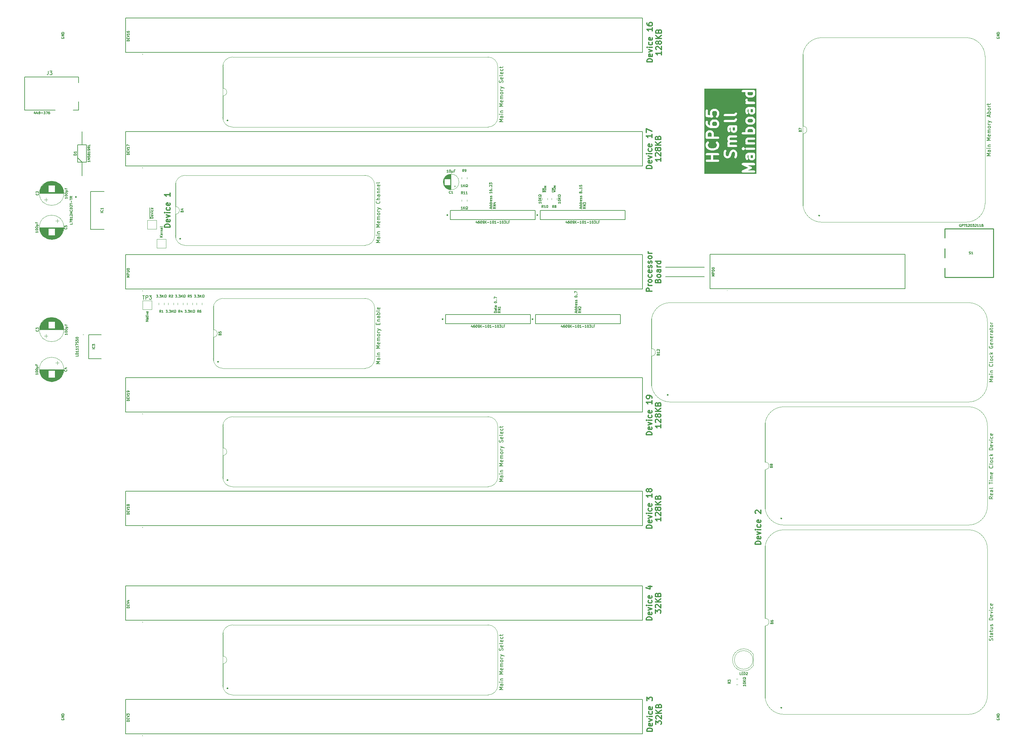
<source format=gto>
%TF.GenerationSoftware,KiCad,Pcbnew,9.0.2*%
%TF.CreationDate,2025-06-27T15:39:40+02:00*%
%TF.ProjectId,Mainboard Small,4d61696e-626f-4617-9264-20536d616c6c,V0*%
%TF.SameCoordinates,Original*%
%TF.FileFunction,Legend,Top*%
%TF.FilePolarity,Positive*%
%FSLAX46Y46*%
G04 Gerber Fmt 4.6, Leading zero omitted, Abs format (unit mm)*
G04 Created by KiCad (PCBNEW 9.0.2) date 2025-06-27 15:39:40*
%MOMM*%
%LPD*%
G01*
G04 APERTURE LIST*
%ADD10C,0.150000*%
%ADD11C,0.300000*%
%ADD12C,0.600000*%
%ADD13C,0.200000*%
%ADD14C,0.120000*%
%ADD15C,0.100000*%
%ADD16C,0.239605*%
%ADD17C,0.254000*%
%ADD18C,0.050000*%
%ADD19C,0.250000*%
G04 APERTURE END LIST*
D10*
X140335000Y-67310000D02*
X150749000Y-67310000D01*
X140335000Y-64770000D02*
X150749000Y-64770000D01*
D11*
X165916828Y-139155713D02*
X164416828Y-139155713D01*
X164416828Y-139155713D02*
X164416828Y-138798570D01*
X164416828Y-138798570D02*
X164488257Y-138584284D01*
X164488257Y-138584284D02*
X164631114Y-138441427D01*
X164631114Y-138441427D02*
X164773971Y-138369998D01*
X164773971Y-138369998D02*
X165059685Y-138298570D01*
X165059685Y-138298570D02*
X165273971Y-138298570D01*
X165273971Y-138298570D02*
X165559685Y-138369998D01*
X165559685Y-138369998D02*
X165702542Y-138441427D01*
X165702542Y-138441427D02*
X165845400Y-138584284D01*
X165845400Y-138584284D02*
X165916828Y-138798570D01*
X165916828Y-138798570D02*
X165916828Y-139155713D01*
X165845400Y-137084284D02*
X165916828Y-137227141D01*
X165916828Y-137227141D02*
X165916828Y-137512856D01*
X165916828Y-137512856D02*
X165845400Y-137655713D01*
X165845400Y-137655713D02*
X165702542Y-137727141D01*
X165702542Y-137727141D02*
X165131114Y-137727141D01*
X165131114Y-137727141D02*
X164988257Y-137655713D01*
X164988257Y-137655713D02*
X164916828Y-137512856D01*
X164916828Y-137512856D02*
X164916828Y-137227141D01*
X164916828Y-137227141D02*
X164988257Y-137084284D01*
X164988257Y-137084284D02*
X165131114Y-137012856D01*
X165131114Y-137012856D02*
X165273971Y-137012856D01*
X165273971Y-137012856D02*
X165416828Y-137727141D01*
X164916828Y-136512856D02*
X165916828Y-136155713D01*
X165916828Y-136155713D02*
X164916828Y-135798570D01*
X165916828Y-135227142D02*
X164916828Y-135227142D01*
X164416828Y-135227142D02*
X164488257Y-135298570D01*
X164488257Y-135298570D02*
X164559685Y-135227142D01*
X164559685Y-135227142D02*
X164488257Y-135155713D01*
X164488257Y-135155713D02*
X164416828Y-135227142D01*
X164416828Y-135227142D02*
X164559685Y-135227142D01*
X165845400Y-133869999D02*
X165916828Y-134012856D01*
X165916828Y-134012856D02*
X165916828Y-134298570D01*
X165916828Y-134298570D02*
X165845400Y-134441427D01*
X165845400Y-134441427D02*
X165773971Y-134512856D01*
X165773971Y-134512856D02*
X165631114Y-134584284D01*
X165631114Y-134584284D02*
X165202542Y-134584284D01*
X165202542Y-134584284D02*
X165059685Y-134512856D01*
X165059685Y-134512856D02*
X164988257Y-134441427D01*
X164988257Y-134441427D02*
X164916828Y-134298570D01*
X164916828Y-134298570D02*
X164916828Y-134012856D01*
X164916828Y-134012856D02*
X164988257Y-133869999D01*
X165845400Y-132655713D02*
X165916828Y-132798570D01*
X165916828Y-132798570D02*
X165916828Y-133084285D01*
X165916828Y-133084285D02*
X165845400Y-133227142D01*
X165845400Y-133227142D02*
X165702542Y-133298570D01*
X165702542Y-133298570D02*
X165131114Y-133298570D01*
X165131114Y-133298570D02*
X164988257Y-133227142D01*
X164988257Y-133227142D02*
X164916828Y-133084285D01*
X164916828Y-133084285D02*
X164916828Y-132798570D01*
X164916828Y-132798570D02*
X164988257Y-132655713D01*
X164988257Y-132655713D02*
X165131114Y-132584285D01*
X165131114Y-132584285D02*
X165273971Y-132584285D01*
X165273971Y-132584285D02*
X165416828Y-133298570D01*
X164559685Y-130869999D02*
X164488257Y-130798571D01*
X164488257Y-130798571D02*
X164416828Y-130655714D01*
X164416828Y-130655714D02*
X164416828Y-130298571D01*
X164416828Y-130298571D02*
X164488257Y-130155714D01*
X164488257Y-130155714D02*
X164559685Y-130084285D01*
X164559685Y-130084285D02*
X164702542Y-130012856D01*
X164702542Y-130012856D02*
X164845400Y-130012856D01*
X164845400Y-130012856D02*
X165059685Y-130084285D01*
X165059685Y-130084285D02*
X165916828Y-130941428D01*
X165916828Y-130941428D02*
X165916828Y-130012856D01*
X136810828Y-189320713D02*
X135310828Y-189320713D01*
X135310828Y-189320713D02*
X135310828Y-188963570D01*
X135310828Y-188963570D02*
X135382257Y-188749284D01*
X135382257Y-188749284D02*
X135525114Y-188606427D01*
X135525114Y-188606427D02*
X135667971Y-188534998D01*
X135667971Y-188534998D02*
X135953685Y-188463570D01*
X135953685Y-188463570D02*
X136167971Y-188463570D01*
X136167971Y-188463570D02*
X136453685Y-188534998D01*
X136453685Y-188534998D02*
X136596542Y-188606427D01*
X136596542Y-188606427D02*
X136739400Y-188749284D01*
X136739400Y-188749284D02*
X136810828Y-188963570D01*
X136810828Y-188963570D02*
X136810828Y-189320713D01*
X136739400Y-187249284D02*
X136810828Y-187392141D01*
X136810828Y-187392141D02*
X136810828Y-187677856D01*
X136810828Y-187677856D02*
X136739400Y-187820713D01*
X136739400Y-187820713D02*
X136596542Y-187892141D01*
X136596542Y-187892141D02*
X136025114Y-187892141D01*
X136025114Y-187892141D02*
X135882257Y-187820713D01*
X135882257Y-187820713D02*
X135810828Y-187677856D01*
X135810828Y-187677856D02*
X135810828Y-187392141D01*
X135810828Y-187392141D02*
X135882257Y-187249284D01*
X135882257Y-187249284D02*
X136025114Y-187177856D01*
X136025114Y-187177856D02*
X136167971Y-187177856D01*
X136167971Y-187177856D02*
X136310828Y-187892141D01*
X135810828Y-186677856D02*
X136810828Y-186320713D01*
X136810828Y-186320713D02*
X135810828Y-185963570D01*
X136810828Y-185392142D02*
X135810828Y-185392142D01*
X135310828Y-185392142D02*
X135382257Y-185463570D01*
X135382257Y-185463570D02*
X135453685Y-185392142D01*
X135453685Y-185392142D02*
X135382257Y-185320713D01*
X135382257Y-185320713D02*
X135310828Y-185392142D01*
X135310828Y-185392142D02*
X135453685Y-185392142D01*
X136739400Y-184034999D02*
X136810828Y-184177856D01*
X136810828Y-184177856D02*
X136810828Y-184463570D01*
X136810828Y-184463570D02*
X136739400Y-184606427D01*
X136739400Y-184606427D02*
X136667971Y-184677856D01*
X136667971Y-184677856D02*
X136525114Y-184749284D01*
X136525114Y-184749284D02*
X136096542Y-184749284D01*
X136096542Y-184749284D02*
X135953685Y-184677856D01*
X135953685Y-184677856D02*
X135882257Y-184606427D01*
X135882257Y-184606427D02*
X135810828Y-184463570D01*
X135810828Y-184463570D02*
X135810828Y-184177856D01*
X135810828Y-184177856D02*
X135882257Y-184034999D01*
X136739400Y-182820713D02*
X136810828Y-182963570D01*
X136810828Y-182963570D02*
X136810828Y-183249285D01*
X136810828Y-183249285D02*
X136739400Y-183392142D01*
X136739400Y-183392142D02*
X136596542Y-183463570D01*
X136596542Y-183463570D02*
X136025114Y-183463570D01*
X136025114Y-183463570D02*
X135882257Y-183392142D01*
X135882257Y-183392142D02*
X135810828Y-183249285D01*
X135810828Y-183249285D02*
X135810828Y-182963570D01*
X135810828Y-182963570D02*
X135882257Y-182820713D01*
X135882257Y-182820713D02*
X136025114Y-182749285D01*
X136025114Y-182749285D02*
X136167971Y-182749285D01*
X136167971Y-182749285D02*
X136310828Y-183463570D01*
X135310828Y-181106428D02*
X135310828Y-180177856D01*
X135310828Y-180177856D02*
X135882257Y-180677856D01*
X135882257Y-180677856D02*
X135882257Y-180463571D01*
X135882257Y-180463571D02*
X135953685Y-180320714D01*
X135953685Y-180320714D02*
X136025114Y-180249285D01*
X136025114Y-180249285D02*
X136167971Y-180177856D01*
X136167971Y-180177856D02*
X136525114Y-180177856D01*
X136525114Y-180177856D02*
X136667971Y-180249285D01*
X136667971Y-180249285D02*
X136739400Y-180320714D01*
X136739400Y-180320714D02*
X136810828Y-180463571D01*
X136810828Y-180463571D02*
X136810828Y-180892142D01*
X136810828Y-180892142D02*
X136739400Y-181034999D01*
X136739400Y-181034999D02*
X136667971Y-181106428D01*
X137725744Y-187499285D02*
X137725744Y-186570713D01*
X137725744Y-186570713D02*
X138297173Y-187070713D01*
X138297173Y-187070713D02*
X138297173Y-186856428D01*
X138297173Y-186856428D02*
X138368601Y-186713571D01*
X138368601Y-186713571D02*
X138440030Y-186642142D01*
X138440030Y-186642142D02*
X138582887Y-186570713D01*
X138582887Y-186570713D02*
X138940030Y-186570713D01*
X138940030Y-186570713D02*
X139082887Y-186642142D01*
X139082887Y-186642142D02*
X139154316Y-186713571D01*
X139154316Y-186713571D02*
X139225744Y-186856428D01*
X139225744Y-186856428D02*
X139225744Y-187284999D01*
X139225744Y-187284999D02*
X139154316Y-187427856D01*
X139154316Y-187427856D02*
X139082887Y-187499285D01*
X137868601Y-185999285D02*
X137797173Y-185927857D01*
X137797173Y-185927857D02*
X137725744Y-185785000D01*
X137725744Y-185785000D02*
X137725744Y-185427857D01*
X137725744Y-185427857D02*
X137797173Y-185285000D01*
X137797173Y-185285000D02*
X137868601Y-185213571D01*
X137868601Y-185213571D02*
X138011458Y-185142142D01*
X138011458Y-185142142D02*
X138154316Y-185142142D01*
X138154316Y-185142142D02*
X138368601Y-185213571D01*
X138368601Y-185213571D02*
X139225744Y-186070714D01*
X139225744Y-186070714D02*
X139225744Y-185142142D01*
X139225744Y-184499286D02*
X137725744Y-184499286D01*
X139225744Y-183642143D02*
X138368601Y-184285000D01*
X137725744Y-183642143D02*
X138582887Y-184499286D01*
X138440030Y-182499286D02*
X138511458Y-182285000D01*
X138511458Y-182285000D02*
X138582887Y-182213571D01*
X138582887Y-182213571D02*
X138725744Y-182142143D01*
X138725744Y-182142143D02*
X138940030Y-182142143D01*
X138940030Y-182142143D02*
X139082887Y-182213571D01*
X139082887Y-182213571D02*
X139154316Y-182285000D01*
X139154316Y-182285000D02*
X139225744Y-182427857D01*
X139225744Y-182427857D02*
X139225744Y-182999286D01*
X139225744Y-182999286D02*
X137725744Y-182999286D01*
X137725744Y-182999286D02*
X137725744Y-182499286D01*
X137725744Y-182499286D02*
X137797173Y-182356429D01*
X137797173Y-182356429D02*
X137868601Y-182285000D01*
X137868601Y-182285000D02*
X138011458Y-182213571D01*
X138011458Y-182213571D02*
X138154316Y-182213571D01*
X138154316Y-182213571D02*
X138297173Y-182285000D01*
X138297173Y-182285000D02*
X138368601Y-182356429D01*
X138368601Y-182356429D02*
X138440030Y-182499286D01*
X138440030Y-182499286D02*
X138440030Y-182999286D01*
D10*
X2825963Y-51630125D02*
X2190963Y-51630125D01*
X2190963Y-51630125D02*
X2190963Y-51478935D01*
X2190963Y-51478935D02*
X2221201Y-51388220D01*
X2221201Y-51388220D02*
X2281677Y-51327744D01*
X2281677Y-51327744D02*
X2342153Y-51297506D01*
X2342153Y-51297506D02*
X2463105Y-51267268D01*
X2463105Y-51267268D02*
X2553820Y-51267268D01*
X2553820Y-51267268D02*
X2674772Y-51297506D01*
X2674772Y-51297506D02*
X2735248Y-51327744D01*
X2735248Y-51327744D02*
X2795725Y-51388220D01*
X2795725Y-51388220D02*
X2825963Y-51478935D01*
X2825963Y-51478935D02*
X2825963Y-51630125D01*
X2795725Y-50753220D02*
X2825963Y-50813696D01*
X2825963Y-50813696D02*
X2825963Y-50934649D01*
X2825963Y-50934649D02*
X2795725Y-50995125D01*
X2795725Y-50995125D02*
X2735248Y-51025363D01*
X2735248Y-51025363D02*
X2493344Y-51025363D01*
X2493344Y-51025363D02*
X2432867Y-50995125D01*
X2432867Y-50995125D02*
X2402629Y-50934649D01*
X2402629Y-50934649D02*
X2402629Y-50813696D01*
X2402629Y-50813696D02*
X2432867Y-50753220D01*
X2432867Y-50753220D02*
X2493344Y-50722982D01*
X2493344Y-50722982D02*
X2553820Y-50722982D01*
X2553820Y-50722982D02*
X2614296Y-51025363D01*
X2402629Y-50511315D02*
X2825963Y-50360125D01*
X2825963Y-50360125D02*
X2402629Y-50208934D01*
X2825963Y-49967029D02*
X2402629Y-49967029D01*
X2190963Y-49967029D02*
X2221201Y-49997267D01*
X2221201Y-49997267D02*
X2251439Y-49967029D01*
X2251439Y-49967029D02*
X2221201Y-49936791D01*
X2221201Y-49936791D02*
X2190963Y-49967029D01*
X2190963Y-49967029D02*
X2251439Y-49967029D01*
X2795725Y-49392505D02*
X2825963Y-49452981D01*
X2825963Y-49452981D02*
X2825963Y-49573934D01*
X2825963Y-49573934D02*
X2795725Y-49634410D01*
X2795725Y-49634410D02*
X2765486Y-49664648D01*
X2765486Y-49664648D02*
X2705010Y-49694886D01*
X2705010Y-49694886D02*
X2523582Y-49694886D01*
X2523582Y-49694886D02*
X2463105Y-49664648D01*
X2463105Y-49664648D02*
X2432867Y-49634410D01*
X2432867Y-49634410D02*
X2402629Y-49573934D01*
X2402629Y-49573934D02*
X2402629Y-49452981D01*
X2402629Y-49452981D02*
X2432867Y-49392505D01*
X2795725Y-48878457D02*
X2825963Y-48938933D01*
X2825963Y-48938933D02*
X2825963Y-49059886D01*
X2825963Y-49059886D02*
X2795725Y-49120362D01*
X2795725Y-49120362D02*
X2735248Y-49150600D01*
X2735248Y-49150600D02*
X2493344Y-49150600D01*
X2493344Y-49150600D02*
X2432867Y-49120362D01*
X2432867Y-49120362D02*
X2402629Y-49059886D01*
X2402629Y-49059886D02*
X2402629Y-48938933D01*
X2402629Y-48938933D02*
X2432867Y-48878457D01*
X2432867Y-48878457D02*
X2493344Y-48848219D01*
X2493344Y-48848219D02*
X2553820Y-48848219D01*
X2553820Y-48848219D02*
X2614296Y-49150600D01*
X2014675Y-51717816D02*
X2014675Y-48790767D01*
X110140963Y-44641601D02*
X110775963Y-44490411D01*
X110775963Y-44490411D02*
X110322391Y-44369458D01*
X110322391Y-44369458D02*
X110775963Y-44248506D01*
X110775963Y-44248506D02*
X110140963Y-44097316D01*
X110775963Y-43855411D02*
X110140963Y-43855411D01*
X110140963Y-43855411D02*
X110140963Y-43704221D01*
X110140963Y-43704221D02*
X110171201Y-43613506D01*
X110171201Y-43613506D02*
X110231677Y-43553030D01*
X110231677Y-43553030D02*
X110292153Y-43522792D01*
X110292153Y-43522792D02*
X110413105Y-43492554D01*
X110413105Y-43492554D02*
X110503820Y-43492554D01*
X110503820Y-43492554D02*
X110624772Y-43522792D01*
X110624772Y-43522792D02*
X110685248Y-43553030D01*
X110685248Y-43553030D02*
X110745725Y-43613506D01*
X110745725Y-43613506D02*
X110775963Y-43704221D01*
X110775963Y-43704221D02*
X110775963Y-43855411D01*
X109964675Y-44668816D02*
X109964675Y-43435102D01*
X110846115Y-43250649D02*
X110338115Y-43250649D01*
X110338115Y-43250649D02*
X110700972Y-43081316D01*
X110700972Y-43081316D02*
X110338115Y-42911982D01*
X110338115Y-42911982D02*
X110846115Y-42911982D01*
D12*
G36*
X163766657Y-34748963D02*
G01*
X163766657Y-35321609D01*
X163700193Y-35454536D01*
X163567265Y-35521000D01*
X163423191Y-35521000D01*
X163290263Y-35454536D01*
X163223800Y-35321609D01*
X163223800Y-34692429D01*
X163738390Y-34692429D01*
X163766657Y-34748963D01*
G37*
G36*
X152514999Y-28710412D02*
G01*
X152589007Y-28784420D01*
X152678421Y-28963247D01*
X152678421Y-29735285D01*
X151706993Y-29735285D01*
X151706993Y-28963247D01*
X151796406Y-28784420D01*
X151870415Y-28710412D01*
X152049241Y-28620999D01*
X152336173Y-28620999D01*
X152514999Y-28710412D01*
G37*
G36*
X163603235Y-27781842D02*
G01*
X163677244Y-27855851D01*
X163766657Y-28034677D01*
X163766657Y-28464466D01*
X163738390Y-28521000D01*
X162394924Y-28521000D01*
X162366657Y-28464466D01*
X162366657Y-28034677D01*
X162456070Y-27855851D01*
X162530078Y-27781842D01*
X162708906Y-27692428D01*
X163424407Y-27692428D01*
X163603235Y-27781842D01*
G37*
G36*
X158936825Y-27320391D02*
G01*
X158936825Y-27893037D01*
X158870361Y-28025964D01*
X158737433Y-28092428D01*
X158593359Y-28092428D01*
X158460431Y-28025964D01*
X158393968Y-27893037D01*
X158393968Y-27263857D01*
X158908558Y-27263857D01*
X158936825Y-27320391D01*
G37*
G36*
X153943570Y-25853269D02*
G01*
X154017580Y-25927279D01*
X154106993Y-26106105D01*
X154106993Y-26535893D01*
X154017580Y-26714719D01*
X153943570Y-26788728D01*
X153764744Y-26878142D01*
X153192098Y-26878142D01*
X153013272Y-26788729D01*
X152939263Y-26714720D01*
X152849850Y-26535893D01*
X152849850Y-26106105D01*
X152939263Y-25927278D01*
X153013272Y-25853268D01*
X153192098Y-25763856D01*
X153764744Y-25763856D01*
X153943570Y-25853269D01*
G37*
G36*
X163603235Y-25067556D02*
G01*
X163677244Y-25141565D01*
X163766657Y-25320391D01*
X163766657Y-25607322D01*
X163677244Y-25786148D01*
X163603234Y-25860157D01*
X163424408Y-25949571D01*
X162708905Y-25949571D01*
X162530079Y-25860158D01*
X162456070Y-25786149D01*
X162366657Y-25607322D01*
X162366657Y-25320391D01*
X162456070Y-25141565D01*
X162530078Y-25067556D01*
X162708906Y-24978142D01*
X163424407Y-24978142D01*
X163603235Y-25067556D01*
G37*
G36*
X163766657Y-22463248D02*
G01*
X163766657Y-23035894D01*
X163700193Y-23168821D01*
X163567265Y-23235285D01*
X163423191Y-23235285D01*
X163290263Y-23168821D01*
X163223800Y-23035894D01*
X163223800Y-22406714D01*
X163738390Y-22406714D01*
X163766657Y-22463248D01*
G37*
G36*
X163766657Y-17891819D02*
G01*
X163766657Y-18321607D01*
X163677244Y-18500433D01*
X163603234Y-18574442D01*
X163424408Y-18663856D01*
X162708905Y-18663856D01*
X162530079Y-18574443D01*
X162456070Y-18500434D01*
X162366657Y-18321607D01*
X162366657Y-17891819D01*
X162394924Y-17835285D01*
X163738390Y-17835285D01*
X163766657Y-17891819D01*
G37*
G36*
X164699990Y-39740047D02*
G01*
X150773660Y-39740047D01*
X150773660Y-37093540D01*
X160766946Y-37093540D01*
X160769224Y-37119664D01*
X160769224Y-37145872D01*
X160772611Y-37158515D01*
X160773749Y-37171559D01*
X160782707Y-37196195D01*
X160789493Y-37221519D01*
X160796039Y-37232857D01*
X160800513Y-37245160D01*
X160815543Y-37266639D01*
X160828651Y-37289342D01*
X160837906Y-37298597D01*
X160845414Y-37309326D01*
X160865492Y-37326183D01*
X160884029Y-37344720D01*
X160895369Y-37351267D01*
X160905393Y-37359683D01*
X160939791Y-37378569D01*
X162500101Y-38106714D01*
X160939791Y-38834859D01*
X160905393Y-38853745D01*
X160895369Y-38862160D01*
X160884029Y-38868708D01*
X160865492Y-38887244D01*
X160845414Y-38904102D01*
X160837906Y-38914830D01*
X160828651Y-38924086D01*
X160815543Y-38946788D01*
X160800513Y-38968268D01*
X160796039Y-38980570D01*
X160789493Y-38991909D01*
X160782707Y-39017232D01*
X160773749Y-39041869D01*
X160772611Y-39054912D01*
X160769224Y-39067556D01*
X160769224Y-39093763D01*
X160766946Y-39119888D01*
X160769224Y-39132784D01*
X160769224Y-39145872D01*
X160776008Y-39171193D01*
X160780569Y-39197010D01*
X160786103Y-39208870D01*
X160789493Y-39221519D01*
X160802605Y-39244230D01*
X160813688Y-39267978D01*
X160822103Y-39278001D01*
X160828651Y-39289342D01*
X160847187Y-39307878D01*
X160864045Y-39327957D01*
X160874773Y-39335464D01*
X160884029Y-39344720D01*
X160906731Y-39357827D01*
X160928211Y-39372858D01*
X160940513Y-39377331D01*
X160951852Y-39383878D01*
X160977175Y-39390663D01*
X161001812Y-39399622D01*
X161014855Y-39400759D01*
X161027499Y-39404147D01*
X161066657Y-39406714D01*
X164066657Y-39406714D01*
X164105815Y-39404147D01*
X164181462Y-39383878D01*
X164249285Y-39344720D01*
X164304663Y-39289342D01*
X164343821Y-39221519D01*
X164364090Y-39145872D01*
X164364090Y-39067556D01*
X164343821Y-38991909D01*
X164304663Y-38924086D01*
X164249285Y-38868708D01*
X164181462Y-38829550D01*
X164105815Y-38809281D01*
X164066657Y-38806714D01*
X162418926Y-38806714D01*
X163336379Y-38378569D01*
X163344469Y-38374127D01*
X163347960Y-38372858D01*
X163352251Y-38369855D01*
X163370778Y-38359684D01*
X163390753Y-38342912D01*
X163412126Y-38327957D01*
X163420628Y-38317829D01*
X163430757Y-38309326D01*
X163445713Y-38287951D01*
X163462483Y-38267978D01*
X163468075Y-38255995D01*
X163475657Y-38245160D01*
X163484569Y-38220650D01*
X163495602Y-38197010D01*
X163497902Y-38183984D01*
X163502421Y-38171559D01*
X163504686Y-38145577D01*
X163509224Y-38119888D01*
X163508075Y-38106714D01*
X163509224Y-38093540D01*
X163504686Y-38067850D01*
X163502421Y-38041869D01*
X163497902Y-38029443D01*
X163495602Y-38016418D01*
X163484569Y-37992777D01*
X163475657Y-37968268D01*
X163468075Y-37957432D01*
X163462483Y-37945450D01*
X163445713Y-37925476D01*
X163430757Y-37904102D01*
X163420628Y-37895598D01*
X163412126Y-37885471D01*
X163390753Y-37870515D01*
X163370778Y-37853744D01*
X163352251Y-37843572D01*
X163347960Y-37840570D01*
X163344469Y-37839300D01*
X163336379Y-37834859D01*
X162418926Y-37406714D01*
X164066657Y-37406714D01*
X164105815Y-37404147D01*
X164181462Y-37383878D01*
X164249285Y-37344720D01*
X164304663Y-37289342D01*
X164343821Y-37221519D01*
X164364090Y-37145872D01*
X164364090Y-37067556D01*
X164343821Y-36991909D01*
X164304663Y-36924086D01*
X164249285Y-36868708D01*
X164181462Y-36829550D01*
X164105815Y-36809281D01*
X164066657Y-36806714D01*
X161066657Y-36806714D01*
X161027499Y-36809281D01*
X161014855Y-36812668D01*
X161001812Y-36813806D01*
X160977175Y-36822764D01*
X160951852Y-36829550D01*
X160940513Y-36836096D01*
X160928211Y-36840570D01*
X160906731Y-36855600D01*
X160884029Y-36868708D01*
X160874773Y-36877963D01*
X160864045Y-36885471D01*
X160847187Y-36905549D01*
X160828651Y-36924086D01*
X160822103Y-36935426D01*
X160813688Y-36945450D01*
X160802605Y-36969197D01*
X160789493Y-36991909D01*
X160786103Y-37004557D01*
X160780569Y-37016418D01*
X160776008Y-37042234D01*
X160769224Y-37067556D01*
X160769224Y-37080643D01*
X160766946Y-37093540D01*
X150773660Y-37093540D01*
X150773660Y-34424698D01*
X151109560Y-34424698D01*
X151109560Y-34503014D01*
X151129829Y-34578661D01*
X151168987Y-34646484D01*
X151224365Y-34701862D01*
X151292188Y-34741020D01*
X151367835Y-34761289D01*
X151406993Y-34763856D01*
X152535564Y-34763856D01*
X152535564Y-35878142D01*
X151406993Y-35878142D01*
X151367835Y-35880709D01*
X151292188Y-35900978D01*
X151224365Y-35940136D01*
X151168987Y-35995514D01*
X151129829Y-36063337D01*
X151109560Y-36138984D01*
X151109560Y-36217300D01*
X151129829Y-36292947D01*
X151168987Y-36360770D01*
X151224365Y-36416148D01*
X151292188Y-36455306D01*
X151367835Y-36475575D01*
X151406993Y-36478142D01*
X154406993Y-36478142D01*
X154446151Y-36475575D01*
X154521798Y-36455306D01*
X154589621Y-36416148D01*
X154644999Y-36360770D01*
X154684157Y-36292947D01*
X154704426Y-36217300D01*
X154704426Y-36138984D01*
X154684157Y-36063337D01*
X154644999Y-35995514D01*
X154589621Y-35940136D01*
X154521798Y-35900978D01*
X154446151Y-35880709D01*
X154406993Y-35878142D01*
X153135564Y-35878142D01*
X153135564Y-34763856D01*
X154406993Y-34763856D01*
X154446151Y-34761289D01*
X154521798Y-34741020D01*
X154589621Y-34701862D01*
X154644999Y-34646484D01*
X154684157Y-34578661D01*
X154704426Y-34503014D01*
X154704426Y-34424698D01*
X154684157Y-34349051D01*
X154644999Y-34281228D01*
X154589621Y-34225850D01*
X154521798Y-34186692D01*
X154446151Y-34166423D01*
X154406993Y-34163856D01*
X151406993Y-34163856D01*
X151367835Y-34166423D01*
X151292188Y-34186692D01*
X151224365Y-34225850D01*
X151168987Y-34281228D01*
X151129829Y-34349051D01*
X151109560Y-34424698D01*
X150773660Y-34424698D01*
X150773660Y-33963857D01*
X155936825Y-33963857D01*
X155936825Y-34678142D01*
X155937885Y-34694318D01*
X155937580Y-34699408D01*
X155938520Y-34704003D01*
X155939392Y-34717300D01*
X155947219Y-34746513D01*
X155953281Y-34776134D01*
X155958445Y-34788412D01*
X155959661Y-34792947D01*
X155962212Y-34797366D01*
X155968497Y-34812306D01*
X156111354Y-35098021D01*
X156131162Y-35131897D01*
X156137156Y-35138657D01*
X156141676Y-35146485D01*
X156167550Y-35175989D01*
X156310407Y-35318846D01*
X156339911Y-35344720D01*
X156347738Y-35349239D01*
X156354499Y-35355234D01*
X156388375Y-35375042D01*
X156674089Y-35517899D01*
X156689028Y-35524183D01*
X156693448Y-35526735D01*
X156697982Y-35527950D01*
X156710261Y-35533115D01*
X156739882Y-35539176D01*
X156769095Y-35547004D01*
X156782390Y-35547875D01*
X156786986Y-35548816D01*
X156792075Y-35548510D01*
X156808253Y-35549571D01*
X157093968Y-35549571D01*
X157110145Y-35548510D01*
X157115235Y-35548816D01*
X157119830Y-35547875D01*
X157133126Y-35547004D01*
X157162338Y-35539176D01*
X157191960Y-35533115D01*
X157204238Y-35527950D01*
X157208773Y-35526735D01*
X157213192Y-35524183D01*
X157228132Y-35517899D01*
X157513846Y-35375042D01*
X157547722Y-35355234D01*
X157554482Y-35349239D01*
X157562310Y-35344720D01*
X157591814Y-35318846D01*
X157734671Y-35175989D01*
X157760545Y-35146485D01*
X157765064Y-35138657D01*
X157771059Y-35131897D01*
X157790867Y-35098021D01*
X157933724Y-34812306D01*
X157941909Y-34792847D01*
X157944451Y-34788269D01*
X157946429Y-34782101D01*
X157948940Y-34776134D01*
X157949989Y-34771006D01*
X157956439Y-34750903D01*
X158091309Y-34211421D01*
X158197666Y-33998708D01*
X158271676Y-33924698D01*
X158450502Y-33835285D01*
X158594576Y-33835285D01*
X158773402Y-33924698D01*
X158847412Y-33998708D01*
X158936825Y-34177534D01*
X158936825Y-34772317D01*
X158809363Y-35154703D01*
X158799415Y-35192663D01*
X158794723Y-35270838D01*
X158810424Y-35347563D01*
X158845448Y-35417611D01*
X158897407Y-35476207D01*
X158962763Y-35519358D01*
X159037060Y-35544124D01*
X159115235Y-35548816D01*
X159191960Y-35533115D01*
X159262008Y-35498091D01*
X159320604Y-35446132D01*
X159363755Y-35380776D01*
X159378573Y-35344439D01*
X159521430Y-34915869D01*
X159531377Y-34877909D01*
X159531918Y-34868889D01*
X159534258Y-34860158D01*
X159536825Y-34821000D01*
X161766657Y-34821000D01*
X161766657Y-35392429D01*
X161767717Y-35408606D01*
X161767412Y-35413696D01*
X161768352Y-35418291D01*
X161769224Y-35431587D01*
X161777051Y-35460799D01*
X161783113Y-35490421D01*
X161788277Y-35502699D01*
X161789493Y-35507234D01*
X161792044Y-35511653D01*
X161798329Y-35526593D01*
X161941186Y-35812307D01*
X161960994Y-35846183D01*
X162012953Y-35904779D01*
X162078309Y-35947930D01*
X162152606Y-35972696D01*
X162230781Y-35977388D01*
X162307506Y-35961687D01*
X162377554Y-35926663D01*
X162436150Y-35874704D01*
X162479301Y-35809348D01*
X162504067Y-35735051D01*
X162508759Y-35656876D01*
X162493058Y-35580151D01*
X162477842Y-35543979D01*
X162366657Y-35321609D01*
X162366657Y-34891820D01*
X162433120Y-34758892D01*
X162566048Y-34692429D01*
X162595532Y-34692429D01*
X162623800Y-34748963D01*
X162623800Y-35392429D01*
X162624860Y-35408606D01*
X162624555Y-35413696D01*
X162625495Y-35418291D01*
X162626367Y-35431587D01*
X162634194Y-35460799D01*
X162640256Y-35490421D01*
X162645420Y-35502699D01*
X162646636Y-35507234D01*
X162649187Y-35511653D01*
X162655472Y-35526593D01*
X162798329Y-35812307D01*
X162818137Y-35846183D01*
X162830090Y-35859663D01*
X162840021Y-35874704D01*
X162855961Y-35888838D01*
X162870096Y-35904779D01*
X162885136Y-35914709D01*
X162898617Y-35926663D01*
X162932493Y-35946471D01*
X163218207Y-36089328D01*
X163233146Y-36095612D01*
X163237566Y-36098164D01*
X163242100Y-36099379D01*
X163254379Y-36104544D01*
X163284000Y-36110605D01*
X163313213Y-36118433D01*
X163326508Y-36119304D01*
X163331104Y-36120245D01*
X163336193Y-36119939D01*
X163352371Y-36121000D01*
X163638085Y-36121000D01*
X163654261Y-36119939D01*
X163659351Y-36120245D01*
X163663946Y-36119304D01*
X163677243Y-36118433D01*
X163706456Y-36110605D01*
X163736077Y-36104544D01*
X163748355Y-36099379D01*
X163752890Y-36098164D01*
X163757309Y-36095612D01*
X163772249Y-36089328D01*
X164057964Y-35946471D01*
X164091840Y-35926663D01*
X164105320Y-35914709D01*
X164120361Y-35904779D01*
X164134495Y-35888838D01*
X164150436Y-35874704D01*
X164160367Y-35859662D01*
X164172320Y-35846183D01*
X164192128Y-35812307D01*
X164334985Y-35526593D01*
X164341269Y-35511653D01*
X164343821Y-35507234D01*
X164345036Y-35502699D01*
X164350201Y-35490421D01*
X164356262Y-35460799D01*
X164364090Y-35431587D01*
X164364961Y-35418291D01*
X164365902Y-35413696D01*
X164365596Y-35408606D01*
X164366657Y-35392429D01*
X164366657Y-34678143D01*
X164365596Y-34661965D01*
X164365902Y-34656876D01*
X164364961Y-34652280D01*
X164364090Y-34638985D01*
X164356262Y-34609772D01*
X164350201Y-34580151D01*
X164345036Y-34567872D01*
X164343821Y-34563338D01*
X164341269Y-34558918D01*
X164334985Y-34543979D01*
X164329239Y-34532488D01*
X164343821Y-34507234D01*
X164364090Y-34431587D01*
X164364090Y-34353271D01*
X164343821Y-34277624D01*
X164304663Y-34209801D01*
X164249285Y-34154423D01*
X164181462Y-34115265D01*
X164105815Y-34094996D01*
X164066657Y-34092429D01*
X162495228Y-34092429D01*
X162479050Y-34093489D01*
X162473961Y-34093184D01*
X162469365Y-34094124D01*
X162456070Y-34094996D01*
X162426857Y-34102823D01*
X162397236Y-34108885D01*
X162384957Y-34114049D01*
X162380423Y-34115265D01*
X162376003Y-34117816D01*
X162361064Y-34124101D01*
X162075350Y-34266958D01*
X162041474Y-34286766D01*
X162027993Y-34298719D01*
X162012953Y-34308650D01*
X161998818Y-34324590D01*
X161982878Y-34338725D01*
X161972947Y-34353765D01*
X161960994Y-34367246D01*
X161941186Y-34401122D01*
X161798329Y-34686836D01*
X161792044Y-34701775D01*
X161789493Y-34706195D01*
X161788277Y-34710729D01*
X161783113Y-34723008D01*
X161777051Y-34752629D01*
X161769224Y-34781842D01*
X161768352Y-34795137D01*
X161767412Y-34799733D01*
X161767717Y-34804822D01*
X161766657Y-34821000D01*
X159536825Y-34821000D01*
X159536825Y-34106714D01*
X159535764Y-34090536D01*
X159536070Y-34085447D01*
X159535129Y-34080851D01*
X159534258Y-34067556D01*
X159526430Y-34038343D01*
X159520369Y-34008722D01*
X159515204Y-33996443D01*
X159513989Y-33991909D01*
X159511437Y-33987489D01*
X159505153Y-33972550D01*
X159362296Y-33686836D01*
X159342488Y-33652960D01*
X159336493Y-33646199D01*
X159331974Y-33638372D01*
X159306100Y-33608868D01*
X159163242Y-33466010D01*
X159133738Y-33440136D01*
X159125910Y-33435616D01*
X159119150Y-33429622D01*
X159085274Y-33409814D01*
X158799560Y-33266957D01*
X158784620Y-33260672D01*
X158780201Y-33258121D01*
X158775666Y-33256905D01*
X158763388Y-33251741D01*
X158733766Y-33245679D01*
X158704554Y-33237852D01*
X158691258Y-33236980D01*
X158686663Y-33236040D01*
X158681573Y-33236345D01*
X158665396Y-33235285D01*
X158379682Y-33235285D01*
X158363504Y-33236345D01*
X158358415Y-33236040D01*
X158353819Y-33236980D01*
X158340524Y-33237852D01*
X158311311Y-33245679D01*
X158281690Y-33251741D01*
X158269411Y-33256905D01*
X158264877Y-33258121D01*
X158260457Y-33260672D01*
X158245518Y-33266957D01*
X157959804Y-33409814D01*
X157925928Y-33429622D01*
X157919167Y-33435616D01*
X157911340Y-33440136D01*
X157881836Y-33466010D01*
X157738978Y-33608868D01*
X157713104Y-33638372D01*
X157708584Y-33646199D01*
X157702590Y-33652960D01*
X157682782Y-33686836D01*
X157539925Y-33972550D01*
X157531739Y-33992008D01*
X157529198Y-33996587D01*
X157527219Y-34002754D01*
X157524709Y-34008722D01*
X157523659Y-34013849D01*
X157517210Y-34033953D01*
X157382339Y-34573435D01*
X157275982Y-34786149D01*
X157201974Y-34860158D01*
X157023148Y-34949571D01*
X156879073Y-34949571D01*
X156700247Y-34860158D01*
X156626238Y-34786149D01*
X156536825Y-34607322D01*
X156536825Y-34012540D01*
X156664287Y-33630154D01*
X156674234Y-33592193D01*
X156678927Y-33514019D01*
X156663226Y-33437293D01*
X156628202Y-33367245D01*
X156576242Y-33308649D01*
X156510887Y-33265498D01*
X156436590Y-33240733D01*
X156358415Y-33236040D01*
X156281690Y-33251741D01*
X156211641Y-33286765D01*
X156153045Y-33338725D01*
X156109895Y-33404081D01*
X156095077Y-33440417D01*
X155952220Y-33868989D01*
X155942272Y-33906949D01*
X155941730Y-33915971D01*
X155939392Y-33924699D01*
X155936825Y-33963857D01*
X150773660Y-33963857D01*
X150773660Y-31892428D01*
X151106993Y-31892428D01*
X151106993Y-32178142D01*
X151109560Y-32217300D01*
X151111898Y-32226027D01*
X151112440Y-32235050D01*
X151122388Y-32273010D01*
X151265245Y-32701581D01*
X151271365Y-32716590D01*
X151272686Y-32721518D01*
X151275032Y-32725582D01*
X151280063Y-32737918D01*
X151296721Y-32763148D01*
X151311844Y-32789341D01*
X151320630Y-32799360D01*
X151323214Y-32803273D01*
X151327027Y-32806654D01*
X151337718Y-32818845D01*
X151623431Y-33104559D01*
X151652935Y-33130433D01*
X151660762Y-33134952D01*
X151667524Y-33140948D01*
X151701400Y-33160756D01*
X151987114Y-33303613D01*
X152006572Y-33311798D01*
X152011151Y-33314340D01*
X152017318Y-33316318D01*
X152023286Y-33318829D01*
X152028413Y-33319878D01*
X152048517Y-33326328D01*
X152619946Y-33469185D01*
X152650173Y-33474670D01*
X152653549Y-33475575D01*
X152656066Y-33475740D01*
X152658557Y-33476192D01*
X152662061Y-33476133D01*
X152692707Y-33478142D01*
X153121278Y-33478142D01*
X153151923Y-33476133D01*
X153155427Y-33476192D01*
X153157917Y-33475740D01*
X153160436Y-33475575D01*
X153163812Y-33474670D01*
X153194039Y-33469185D01*
X153765467Y-33326328D01*
X153785568Y-33319878D01*
X153790699Y-33318829D01*
X153796670Y-33316317D01*
X153802833Y-33314340D01*
X153807408Y-33311800D01*
X153826871Y-33303613D01*
X154112585Y-33160756D01*
X154146461Y-33140948D01*
X154153221Y-33134953D01*
X154161049Y-33130434D01*
X154190553Y-33104560D01*
X154370414Y-32924699D01*
X160769224Y-32924699D01*
X160769224Y-33003015D01*
X160789493Y-33078662D01*
X160828651Y-33146485D01*
X160854525Y-33175989D01*
X160997382Y-33318846D01*
X161026886Y-33344720D01*
X161094709Y-33383878D01*
X161170356Y-33404147D01*
X161248672Y-33404147D01*
X161324319Y-33383878D01*
X161392142Y-33344720D01*
X161421646Y-33318846D01*
X161564503Y-33175989D01*
X161590377Y-33146485D01*
X161629535Y-33078662D01*
X161649804Y-33003015D01*
X161649804Y-32924699D01*
X161769224Y-32924699D01*
X161769224Y-33003015D01*
X161789493Y-33078662D01*
X161828651Y-33146485D01*
X161884029Y-33201863D01*
X161951852Y-33241021D01*
X162027499Y-33261290D01*
X162066657Y-33263857D01*
X164066657Y-33263857D01*
X164105815Y-33261290D01*
X164181462Y-33241021D01*
X164249285Y-33201863D01*
X164304663Y-33146485D01*
X164343821Y-33078662D01*
X164364090Y-33003015D01*
X164364090Y-32924699D01*
X164343821Y-32849052D01*
X164304663Y-32781229D01*
X164249285Y-32725851D01*
X164181462Y-32686693D01*
X164105815Y-32666424D01*
X164066657Y-32663857D01*
X162066657Y-32663857D01*
X162027499Y-32666424D01*
X161951852Y-32686693D01*
X161884029Y-32725851D01*
X161828651Y-32781229D01*
X161789493Y-32849052D01*
X161769224Y-32924699D01*
X161649804Y-32924699D01*
X161629535Y-32849052D01*
X161590377Y-32781229D01*
X161564503Y-32751725D01*
X161421646Y-32608868D01*
X161392142Y-32582994D01*
X161324319Y-32543836D01*
X161248672Y-32523567D01*
X161170356Y-32523567D01*
X161094709Y-32543836D01*
X161026886Y-32582994D01*
X160997382Y-32608868D01*
X160854525Y-32751725D01*
X160828651Y-32781229D01*
X160789493Y-32849052D01*
X160769224Y-32924699D01*
X154370414Y-32924699D01*
X154476268Y-32818845D01*
X154486955Y-32806658D01*
X154490772Y-32803274D01*
X154493357Y-32799357D01*
X154502142Y-32789341D01*
X154517262Y-32763151D01*
X154533923Y-32737918D01*
X154538953Y-32725582D01*
X154541300Y-32721518D01*
X154542620Y-32716590D01*
X154548741Y-32701581D01*
X154691598Y-32273011D01*
X154701545Y-32235051D01*
X154702086Y-32226031D01*
X154704426Y-32217300D01*
X154706993Y-32178142D01*
X154706993Y-31892428D01*
X154704426Y-31853270D01*
X154702086Y-31844538D01*
X154701545Y-31835520D01*
X154691598Y-31797559D01*
X154548741Y-31368988D01*
X154542621Y-31353980D01*
X154541300Y-31349050D01*
X154538952Y-31344983D01*
X154533923Y-31332651D01*
X154517263Y-31307419D01*
X154502141Y-31281227D01*
X154493355Y-31271209D01*
X154490772Y-31267296D01*
X154486958Y-31263914D01*
X154476267Y-31251723D01*
X154333409Y-31108866D01*
X154303905Y-31082993D01*
X154236082Y-31043835D01*
X154160435Y-31023566D01*
X154082119Y-31023566D01*
X154006472Y-31043835D01*
X153938649Y-31082994D01*
X153883272Y-31138372D01*
X153844114Y-31206195D01*
X153823845Y-31281842D01*
X153823845Y-31360158D01*
X153844114Y-31435805D01*
X153883273Y-31503628D01*
X153909147Y-31533132D01*
X154001926Y-31625910D01*
X154106993Y-31941110D01*
X154106993Y-32129459D01*
X154001926Y-32444658D01*
X153800713Y-32645872D01*
X153588000Y-32752228D01*
X153084345Y-32878142D01*
X152729639Y-32878142D01*
X152225985Y-32752228D01*
X152013272Y-32645872D01*
X151812060Y-32444659D01*
X151706993Y-32129458D01*
X151706993Y-31941111D01*
X151812060Y-31625910D01*
X151904839Y-31533131D01*
X151930713Y-31503627D01*
X151969871Y-31435804D01*
X151990140Y-31360157D01*
X151990140Y-31281841D01*
X151969871Y-31206194D01*
X151930713Y-31138371D01*
X151875335Y-31082993D01*
X151807512Y-31043835D01*
X151731865Y-31023566D01*
X151653549Y-31023566D01*
X151577902Y-31043835D01*
X151510079Y-31082993D01*
X151480575Y-31108867D01*
X151337718Y-31251724D01*
X151327030Y-31263910D01*
X151323213Y-31267296D01*
X151320627Y-31271212D01*
X151311844Y-31281228D01*
X151296721Y-31307420D01*
X151280063Y-31332652D01*
X151275033Y-31344984D01*
X151272686Y-31349051D01*
X151271365Y-31353980D01*
X151265245Y-31368988D01*
X151122388Y-31797560D01*
X151112440Y-31835520D01*
X151111898Y-31844542D01*
X151109560Y-31853270D01*
X151106993Y-31892428D01*
X150773660Y-31892428D01*
X150773660Y-28892428D01*
X151106993Y-28892428D01*
X151106993Y-30035285D01*
X151109560Y-30074443D01*
X151129829Y-30150090D01*
X151168987Y-30217913D01*
X151224365Y-30273291D01*
X151292188Y-30312449D01*
X151367835Y-30332718D01*
X151406993Y-30335285D01*
X154406993Y-30335285D01*
X154446151Y-30332718D01*
X154521798Y-30312449D01*
X154589621Y-30273291D01*
X154644999Y-30217913D01*
X154684157Y-30150090D01*
X154695779Y-30106714D01*
X156936825Y-30106714D01*
X156936825Y-30535285D01*
X156937885Y-30551462D01*
X156937580Y-30556552D01*
X156938520Y-30561147D01*
X156939392Y-30574443D01*
X156947219Y-30603655D01*
X156953281Y-30633277D01*
X156958445Y-30645555D01*
X156959661Y-30650090D01*
X156962212Y-30654509D01*
X156968497Y-30669449D01*
X157111354Y-30955163D01*
X157116437Y-30963856D01*
X157111354Y-30972550D01*
X156968497Y-31258264D01*
X156962212Y-31273203D01*
X156959661Y-31277623D01*
X156958445Y-31282157D01*
X156953281Y-31294436D01*
X156947219Y-31324057D01*
X156939392Y-31353270D01*
X156938520Y-31366565D01*
X156937580Y-31371161D01*
X156937885Y-31376250D01*
X156936825Y-31392428D01*
X156936825Y-31820999D01*
X156937885Y-31837175D01*
X156937580Y-31842265D01*
X156938520Y-31846860D01*
X156939392Y-31860157D01*
X156947219Y-31889370D01*
X156953281Y-31918991D01*
X156958445Y-31931269D01*
X156959661Y-31935804D01*
X156962212Y-31940223D01*
X156968497Y-31955163D01*
X157015864Y-32049897D01*
X156998819Y-32066943D01*
X156959661Y-32134766D01*
X156939392Y-32210413D01*
X156939392Y-32288729D01*
X156959661Y-32364376D01*
X156998819Y-32432199D01*
X157054197Y-32487577D01*
X157122020Y-32526735D01*
X157197667Y-32547004D01*
X157236825Y-32549571D01*
X159236825Y-32549571D01*
X159275983Y-32547004D01*
X159351630Y-32526735D01*
X159419453Y-32487577D01*
X159474831Y-32432199D01*
X159513989Y-32364376D01*
X159534258Y-32288729D01*
X159534258Y-32210413D01*
X159513989Y-32134766D01*
X159474831Y-32066943D01*
X159419453Y-32011565D01*
X159351630Y-31972407D01*
X159275983Y-31952138D01*
X159236825Y-31949571D01*
X157646803Y-31949571D01*
X157626238Y-31929006D01*
X157536825Y-31750179D01*
X157536825Y-31463248D01*
X157603288Y-31330320D01*
X157736216Y-31263857D01*
X159236825Y-31263857D01*
X159275983Y-31261290D01*
X159351630Y-31241021D01*
X159419453Y-31201863D01*
X159474831Y-31146485D01*
X159513989Y-31078662D01*
X159534258Y-31003015D01*
X159534258Y-30924699D01*
X159513989Y-30849052D01*
X159474831Y-30781229D01*
X159419453Y-30725851D01*
X159351630Y-30686693D01*
X159319720Y-30678143D01*
X161766657Y-30678143D01*
X161766657Y-31106714D01*
X161767717Y-31122890D01*
X161767412Y-31127980D01*
X161768352Y-31132575D01*
X161769224Y-31145872D01*
X161777051Y-31175085D01*
X161783113Y-31204706D01*
X161788277Y-31216984D01*
X161789493Y-31221519D01*
X161792044Y-31225938D01*
X161798329Y-31240878D01*
X161845696Y-31335612D01*
X161828651Y-31352658D01*
X161789493Y-31420481D01*
X161769224Y-31496128D01*
X161769224Y-31574444D01*
X161789493Y-31650091D01*
X161828651Y-31717914D01*
X161884029Y-31773292D01*
X161951852Y-31812450D01*
X162027499Y-31832719D01*
X162066657Y-31835286D01*
X164066657Y-31835286D01*
X164105815Y-31832719D01*
X164181462Y-31812450D01*
X164249285Y-31773292D01*
X164304663Y-31717914D01*
X164343821Y-31650091D01*
X164364090Y-31574444D01*
X164364090Y-31496128D01*
X164343821Y-31420481D01*
X164304663Y-31352658D01*
X164249285Y-31297280D01*
X164181462Y-31258122D01*
X164105815Y-31237853D01*
X164066657Y-31235286D01*
X162476635Y-31235286D01*
X162456070Y-31214721D01*
X162366657Y-31035894D01*
X162366657Y-30748963D01*
X162433120Y-30616035D01*
X162566048Y-30549572D01*
X164066657Y-30549572D01*
X164105815Y-30547005D01*
X164181462Y-30526736D01*
X164249285Y-30487578D01*
X164304663Y-30432200D01*
X164343821Y-30364377D01*
X164364090Y-30288730D01*
X164364090Y-30210414D01*
X164343821Y-30134767D01*
X164304663Y-30066944D01*
X164249285Y-30011566D01*
X164181462Y-29972408D01*
X164105815Y-29952139D01*
X164066657Y-29949572D01*
X162495228Y-29949572D01*
X162479050Y-29950632D01*
X162473961Y-29950327D01*
X162469365Y-29951267D01*
X162456070Y-29952139D01*
X162426857Y-29959966D01*
X162397236Y-29966028D01*
X162384957Y-29971192D01*
X162380423Y-29972408D01*
X162376003Y-29974959D01*
X162361064Y-29981244D01*
X162075350Y-30124101D01*
X162041474Y-30143909D01*
X162027993Y-30155862D01*
X162012953Y-30165793D01*
X161998818Y-30181733D01*
X161982878Y-30195868D01*
X161972947Y-30210908D01*
X161960994Y-30224389D01*
X161941186Y-30258265D01*
X161798329Y-30543979D01*
X161792044Y-30558918D01*
X161789493Y-30563338D01*
X161788277Y-30567872D01*
X161783113Y-30580151D01*
X161777051Y-30609772D01*
X161769224Y-30638985D01*
X161768352Y-30652280D01*
X161767412Y-30656876D01*
X161767717Y-30661965D01*
X161766657Y-30678143D01*
X159319720Y-30678143D01*
X159275983Y-30666424D01*
X159236825Y-30663857D01*
X157736217Y-30663857D01*
X157603288Y-30597392D01*
X157536825Y-30464465D01*
X157536825Y-30177533D01*
X157603288Y-30044605D01*
X157736216Y-29978142D01*
X159236825Y-29978142D01*
X159275983Y-29975575D01*
X159351630Y-29955306D01*
X159419453Y-29916148D01*
X159474831Y-29860770D01*
X159513989Y-29792947D01*
X159534258Y-29717300D01*
X159534258Y-29638984D01*
X159513989Y-29563337D01*
X159474831Y-29495514D01*
X159419453Y-29440136D01*
X159351630Y-29400978D01*
X159275983Y-29380709D01*
X159236825Y-29378142D01*
X157665396Y-29378142D01*
X157649218Y-29379202D01*
X157644129Y-29378897D01*
X157639533Y-29379837D01*
X157626238Y-29380709D01*
X157597025Y-29388536D01*
X157567404Y-29394598D01*
X157555125Y-29399762D01*
X157550591Y-29400978D01*
X157546171Y-29403529D01*
X157531232Y-29409814D01*
X157245518Y-29552671D01*
X157211642Y-29572479D01*
X157198162Y-29584431D01*
X157183121Y-29594363D01*
X157168986Y-29610303D01*
X157153046Y-29624438D01*
X157143115Y-29639478D01*
X157131162Y-29652959D01*
X157111354Y-29686835D01*
X156968497Y-29972550D01*
X156962212Y-29987489D01*
X156959661Y-29991909D01*
X156958445Y-29996443D01*
X156953281Y-30008722D01*
X156947219Y-30038342D01*
X156939392Y-30067556D01*
X156938520Y-30080852D01*
X156937580Y-30085448D01*
X156937885Y-30090537D01*
X156936825Y-30106714D01*
X154695779Y-30106714D01*
X154704426Y-30074443D01*
X154704426Y-29996127D01*
X154684157Y-29920480D01*
X154644999Y-29852657D01*
X154589621Y-29797279D01*
X154521798Y-29758121D01*
X154446151Y-29737852D01*
X154406993Y-29735285D01*
X153278421Y-29735285D01*
X153278421Y-28892428D01*
X153277360Y-28876251D01*
X153277666Y-28871162D01*
X153276725Y-28866566D01*
X153275854Y-28853270D01*
X153268026Y-28824056D01*
X153261965Y-28794436D01*
X153256800Y-28782157D01*
X153256716Y-28781842D01*
X160769224Y-28781842D01*
X160769224Y-28860158D01*
X160789493Y-28935805D01*
X160828651Y-29003628D01*
X160884029Y-29059006D01*
X160951852Y-29098164D01*
X161027499Y-29118433D01*
X161066657Y-29121000D01*
X164066657Y-29121000D01*
X164105815Y-29118433D01*
X164181462Y-29098164D01*
X164249285Y-29059006D01*
X164304663Y-29003628D01*
X164343821Y-28935805D01*
X164364090Y-28860158D01*
X164364090Y-28781842D01*
X164343821Y-28706195D01*
X164329239Y-28680940D01*
X164334985Y-28669450D01*
X164341269Y-28654510D01*
X164343821Y-28650091D01*
X164345036Y-28645556D01*
X164350201Y-28633278D01*
X164356262Y-28603656D01*
X164364090Y-28574444D01*
X164364961Y-28561148D01*
X164365902Y-28556553D01*
X164365596Y-28551463D01*
X164366657Y-28535286D01*
X164366657Y-27963857D01*
X164365596Y-27947679D01*
X164365902Y-27942590D01*
X164364961Y-27937994D01*
X164364090Y-27924699D01*
X164356262Y-27895486D01*
X164350201Y-27865865D01*
X164345036Y-27853586D01*
X164343821Y-27849052D01*
X164341269Y-27844632D01*
X164334985Y-27829693D01*
X164192128Y-27543979D01*
X164172320Y-27510103D01*
X164166324Y-27503341D01*
X164161805Y-27495514D01*
X164135931Y-27466010D01*
X163993073Y-27323153D01*
X163963569Y-27297280D01*
X163955743Y-27292762D01*
X163948982Y-27286766D01*
X163915106Y-27266958D01*
X163629393Y-27124100D01*
X163614449Y-27117813D01*
X163610033Y-27115264D01*
X163605501Y-27114049D01*
X163593221Y-27108884D01*
X163563595Y-27102821D01*
X163534386Y-27094995D01*
X163521091Y-27094123D01*
X163516496Y-27093183D01*
X163511405Y-27093488D01*
X163495228Y-27092428D01*
X162638085Y-27092428D01*
X162621907Y-27093488D01*
X162616817Y-27093183D01*
X162612221Y-27094123D01*
X162598927Y-27094995D01*
X162569717Y-27102821D01*
X162540092Y-27108884D01*
X162527811Y-27114049D01*
X162523280Y-27115264D01*
X162518863Y-27117813D01*
X162503920Y-27124100D01*
X162218206Y-27266958D01*
X162184330Y-27286766D01*
X162177568Y-27292762D01*
X162169743Y-27297280D01*
X162140239Y-27323154D01*
X161997382Y-27466011D01*
X161971508Y-27495515D01*
X161966988Y-27503342D01*
X161960994Y-27510103D01*
X161941186Y-27543979D01*
X161798329Y-27829693D01*
X161792044Y-27844632D01*
X161789493Y-27849052D01*
X161788277Y-27853586D01*
X161783113Y-27865865D01*
X161777051Y-27895486D01*
X161769224Y-27924699D01*
X161768352Y-27937994D01*
X161767412Y-27942590D01*
X161767717Y-27947679D01*
X161766657Y-27963857D01*
X161766657Y-28521000D01*
X161066657Y-28521000D01*
X161027499Y-28523567D01*
X160951852Y-28543836D01*
X160884029Y-28582994D01*
X160828651Y-28638372D01*
X160789493Y-28706195D01*
X160769224Y-28781842D01*
X153256716Y-28781842D01*
X153255585Y-28777623D01*
X153253033Y-28773203D01*
X153246749Y-28758264D01*
X153103892Y-28472549D01*
X153084084Y-28438673D01*
X153078089Y-28431912D01*
X153073570Y-28424085D01*
X153047696Y-28394581D01*
X152904839Y-28251724D01*
X152875335Y-28225850D01*
X152867507Y-28221330D01*
X152860747Y-28215336D01*
X152826871Y-28195528D01*
X152541157Y-28052671D01*
X152526217Y-28046386D01*
X152521798Y-28043835D01*
X152517263Y-28042619D01*
X152504985Y-28037455D01*
X152475363Y-28031393D01*
X152446151Y-28023566D01*
X152432855Y-28022694D01*
X152428260Y-28021754D01*
X152423170Y-28022059D01*
X152406993Y-28020999D01*
X151978421Y-28020999D01*
X151962243Y-28022059D01*
X151957154Y-28021754D01*
X151952558Y-28022694D01*
X151939263Y-28023566D01*
X151910050Y-28031393D01*
X151880429Y-28037455D01*
X151868150Y-28042619D01*
X151863616Y-28043835D01*
X151859196Y-28046386D01*
X151844257Y-28052671D01*
X151558543Y-28195528D01*
X151524667Y-28215336D01*
X151517906Y-28221330D01*
X151510079Y-28225850D01*
X151480575Y-28251724D01*
X151337718Y-28394581D01*
X151311844Y-28424085D01*
X151307324Y-28431912D01*
X151301330Y-28438673D01*
X151281522Y-28472549D01*
X151138665Y-28758264D01*
X151132380Y-28773203D01*
X151129829Y-28777623D01*
X151128613Y-28782157D01*
X151123449Y-28794436D01*
X151117387Y-28824056D01*
X151109560Y-28853270D01*
X151108688Y-28866566D01*
X151107748Y-28871162D01*
X151108053Y-28876251D01*
X151106993Y-28892428D01*
X150773660Y-28892428D01*
X150773660Y-25749571D01*
X151106993Y-25749571D01*
X151106993Y-26320999D01*
X151108053Y-26337176D01*
X151107748Y-26342266D01*
X151108688Y-26346861D01*
X151109560Y-26360157D01*
X151117387Y-26389369D01*
X151123449Y-26418991D01*
X151128613Y-26431269D01*
X151129829Y-26435804D01*
X151132380Y-26440223D01*
X151138665Y-26455163D01*
X151281522Y-26740877D01*
X151301330Y-26774753D01*
X151307326Y-26781515D01*
X151311844Y-26789340D01*
X151337717Y-26818844D01*
X151480574Y-26961702D01*
X151491865Y-26971604D01*
X151495139Y-26975329D01*
X151502812Y-26981204D01*
X151510078Y-26987576D01*
X151514371Y-26990055D01*
X151526297Y-26999186D01*
X151954868Y-27284900D01*
X151988873Y-27304485D01*
X152000459Y-27308404D01*
X152011151Y-27314340D01*
X152048517Y-27326328D01*
X152619946Y-27469185D01*
X152650173Y-27474670D01*
X152653549Y-27475575D01*
X152656066Y-27475740D01*
X152658557Y-27476192D01*
X152662061Y-27476133D01*
X152692707Y-27478142D01*
X153835564Y-27478142D01*
X153851741Y-27477081D01*
X153856831Y-27477387D01*
X153861426Y-27476446D01*
X153874722Y-27475575D01*
X153903934Y-27467747D01*
X153933556Y-27461686D01*
X153945834Y-27456521D01*
X153950369Y-27455306D01*
X153954788Y-27452754D01*
X153969728Y-27446470D01*
X154077812Y-27392428D01*
X156936825Y-27392428D01*
X156936825Y-27963857D01*
X156937885Y-27980034D01*
X156937580Y-27985124D01*
X156938520Y-27989719D01*
X156939392Y-28003015D01*
X156947219Y-28032227D01*
X156953281Y-28061849D01*
X156958445Y-28074127D01*
X156959661Y-28078662D01*
X156962212Y-28083081D01*
X156968497Y-28098021D01*
X157111354Y-28383735D01*
X157131162Y-28417611D01*
X157183121Y-28476207D01*
X157248477Y-28519358D01*
X157322774Y-28544124D01*
X157400949Y-28548816D01*
X157477674Y-28533115D01*
X157547722Y-28498091D01*
X157606318Y-28446132D01*
X157649469Y-28380776D01*
X157674235Y-28306479D01*
X157678927Y-28228304D01*
X157663226Y-28151579D01*
X157648010Y-28115407D01*
X157536825Y-27893037D01*
X157536825Y-27463248D01*
X157603288Y-27330320D01*
X157736216Y-27263857D01*
X157765700Y-27263857D01*
X157793968Y-27320391D01*
X157793968Y-27963857D01*
X157795028Y-27980034D01*
X157794723Y-27985124D01*
X157795663Y-27989719D01*
X157796535Y-28003015D01*
X157804362Y-28032227D01*
X157810424Y-28061849D01*
X157815588Y-28074127D01*
X157816804Y-28078662D01*
X157819355Y-28083081D01*
X157825640Y-28098021D01*
X157968497Y-28383735D01*
X157988305Y-28417611D01*
X158000258Y-28431091D01*
X158010189Y-28446132D01*
X158026129Y-28460266D01*
X158040264Y-28476207D01*
X158055304Y-28486137D01*
X158068785Y-28498091D01*
X158102661Y-28517899D01*
X158388375Y-28660756D01*
X158403314Y-28667040D01*
X158407734Y-28669592D01*
X158412268Y-28670807D01*
X158424547Y-28675972D01*
X158454168Y-28682033D01*
X158483381Y-28689861D01*
X158496676Y-28690732D01*
X158501272Y-28691673D01*
X158506361Y-28691367D01*
X158522539Y-28692428D01*
X158808253Y-28692428D01*
X158824429Y-28691367D01*
X158829519Y-28691673D01*
X158834114Y-28690732D01*
X158847411Y-28689861D01*
X158876624Y-28682033D01*
X158906245Y-28675972D01*
X158918523Y-28670807D01*
X158923058Y-28669592D01*
X158927477Y-28667040D01*
X158942417Y-28660756D01*
X159228132Y-28517899D01*
X159262008Y-28498091D01*
X159275488Y-28486137D01*
X159290529Y-28476207D01*
X159304663Y-28460266D01*
X159320604Y-28446132D01*
X159330535Y-28431090D01*
X159342488Y-28417611D01*
X159362296Y-28383735D01*
X159505153Y-28098021D01*
X159511437Y-28083081D01*
X159513989Y-28078662D01*
X159515204Y-28074127D01*
X159520369Y-28061849D01*
X159526430Y-28032227D01*
X159534258Y-28003015D01*
X159535129Y-27989719D01*
X159536070Y-27985124D01*
X159535764Y-27980034D01*
X159536825Y-27963857D01*
X159536825Y-27249571D01*
X159535764Y-27233393D01*
X159536070Y-27228304D01*
X159535129Y-27223708D01*
X159534258Y-27210413D01*
X159526430Y-27181200D01*
X159520369Y-27151579D01*
X159515204Y-27139300D01*
X159513989Y-27134766D01*
X159511437Y-27130346D01*
X159505153Y-27115407D01*
X159499407Y-27103916D01*
X159513989Y-27078662D01*
X159534258Y-27003015D01*
X159534258Y-26924699D01*
X159513989Y-26849052D01*
X159474831Y-26781229D01*
X159419453Y-26725851D01*
X159351630Y-26686693D01*
X159275983Y-26666424D01*
X159236825Y-26663857D01*
X157665396Y-26663857D01*
X157649218Y-26664917D01*
X157644129Y-26664612D01*
X157639533Y-26665552D01*
X157626238Y-26666424D01*
X157597025Y-26674251D01*
X157567404Y-26680313D01*
X157555125Y-26685477D01*
X157550591Y-26686693D01*
X157546171Y-26689244D01*
X157531232Y-26695529D01*
X157245518Y-26838386D01*
X157211642Y-26858194D01*
X157198161Y-26870147D01*
X157183121Y-26880078D01*
X157168986Y-26896018D01*
X157153046Y-26910153D01*
X157143115Y-26925193D01*
X157131162Y-26938674D01*
X157111354Y-26972550D01*
X156968497Y-27258264D01*
X156962212Y-27273203D01*
X156959661Y-27277623D01*
X156958445Y-27282157D01*
X156953281Y-27294436D01*
X156947219Y-27324057D01*
X156939392Y-27353270D01*
X156938520Y-27366565D01*
X156937580Y-27371161D01*
X156937885Y-27376250D01*
X156936825Y-27392428D01*
X154077812Y-27392428D01*
X154255442Y-27303613D01*
X154289318Y-27283805D01*
X154296080Y-27277808D01*
X154303905Y-27273291D01*
X154333409Y-27247418D01*
X154476267Y-27104561D01*
X154502141Y-27075057D01*
X154506660Y-27067229D01*
X154512656Y-27060468D01*
X154532464Y-27026592D01*
X154675321Y-26740877D01*
X154681605Y-26725937D01*
X154684157Y-26721518D01*
X154685372Y-26716983D01*
X154690537Y-26704705D01*
X154696598Y-26675084D01*
X154704426Y-26645871D01*
X154705297Y-26632574D01*
X154706238Y-26627979D01*
X154705932Y-26622889D01*
X154706993Y-26606713D01*
X154706993Y-26035285D01*
X154705932Y-26019107D01*
X154706238Y-26014018D01*
X154705297Y-26009422D01*
X154704426Y-25996127D01*
X154696598Y-25966914D01*
X154690537Y-25937293D01*
X154685372Y-25925014D01*
X154684157Y-25920480D01*
X154681605Y-25916060D01*
X154675321Y-25901121D01*
X154532464Y-25615407D01*
X154512656Y-25581531D01*
X154506661Y-25574770D01*
X154502142Y-25566943D01*
X154476268Y-25537439D01*
X154434956Y-25496127D01*
X155939392Y-25496127D01*
X155939392Y-25574443D01*
X155959661Y-25650090D01*
X155998819Y-25717913D01*
X156054197Y-25773291D01*
X156122020Y-25812449D01*
X156197667Y-25832718D01*
X156236825Y-25835285D01*
X158808253Y-25835285D01*
X158824429Y-25834224D01*
X158829519Y-25834530D01*
X158834114Y-25833589D01*
X158847411Y-25832718D01*
X158876624Y-25824890D01*
X158906245Y-25818829D01*
X158918523Y-25813664D01*
X158923058Y-25812449D01*
X158927477Y-25809897D01*
X158942417Y-25803613D01*
X159228132Y-25660756D01*
X159262008Y-25640948D01*
X159275487Y-25628995D01*
X159290529Y-25619064D01*
X159304663Y-25603123D01*
X159320604Y-25588989D01*
X159330535Y-25573947D01*
X159342488Y-25560468D01*
X159362296Y-25526592D01*
X159500806Y-25249571D01*
X161766657Y-25249571D01*
X161766657Y-25678142D01*
X161767717Y-25694318D01*
X161767412Y-25699408D01*
X161768352Y-25704003D01*
X161769224Y-25717300D01*
X161777051Y-25746513D01*
X161783113Y-25776134D01*
X161788277Y-25788412D01*
X161789493Y-25792947D01*
X161792044Y-25797366D01*
X161798329Y-25812306D01*
X161941186Y-26098021D01*
X161960994Y-26131897D01*
X161966988Y-26138657D01*
X161971508Y-26146485D01*
X161997382Y-26175989D01*
X162140239Y-26318846D01*
X162169743Y-26344720D01*
X162177570Y-26349239D01*
X162184331Y-26355234D01*
X162218207Y-26375042D01*
X162503921Y-26517899D01*
X162518860Y-26524183D01*
X162523280Y-26526735D01*
X162527814Y-26527950D01*
X162540093Y-26533115D01*
X162569714Y-26539176D01*
X162598927Y-26547004D01*
X162612222Y-26547875D01*
X162616818Y-26548816D01*
X162621907Y-26548510D01*
X162638085Y-26549571D01*
X163495228Y-26549571D01*
X163511405Y-26548510D01*
X163516495Y-26548816D01*
X163521090Y-26547875D01*
X163534386Y-26547004D01*
X163563598Y-26539176D01*
X163593220Y-26533115D01*
X163605498Y-26527950D01*
X163610033Y-26526735D01*
X163614452Y-26524183D01*
X163629392Y-26517899D01*
X163915106Y-26375042D01*
X163948982Y-26355234D01*
X163955744Y-26349237D01*
X163963569Y-26344720D01*
X163993073Y-26318847D01*
X164135931Y-26175990D01*
X164161805Y-26146486D01*
X164166324Y-26138658D01*
X164172320Y-26131897D01*
X164192128Y-26098021D01*
X164334985Y-25812306D01*
X164341269Y-25797366D01*
X164343821Y-25792947D01*
X164345036Y-25788412D01*
X164350201Y-25776134D01*
X164356262Y-25746513D01*
X164364090Y-25717300D01*
X164364961Y-25704003D01*
X164365902Y-25699408D01*
X164365596Y-25694318D01*
X164366657Y-25678142D01*
X164366657Y-25249571D01*
X164365596Y-25233393D01*
X164365902Y-25228304D01*
X164364961Y-25223708D01*
X164364090Y-25210413D01*
X164356262Y-25181200D01*
X164350201Y-25151579D01*
X164345036Y-25139300D01*
X164343821Y-25134766D01*
X164341269Y-25130346D01*
X164334985Y-25115407D01*
X164192128Y-24829693D01*
X164172320Y-24795817D01*
X164166324Y-24789055D01*
X164161805Y-24781228D01*
X164135931Y-24751724D01*
X163993073Y-24608867D01*
X163963569Y-24582994D01*
X163955743Y-24578476D01*
X163948982Y-24572480D01*
X163915106Y-24552672D01*
X163629393Y-24409814D01*
X163614449Y-24403527D01*
X163610033Y-24400978D01*
X163605501Y-24399763D01*
X163593221Y-24394598D01*
X163563595Y-24388535D01*
X163534386Y-24380709D01*
X163521091Y-24379837D01*
X163516496Y-24378897D01*
X163511405Y-24379202D01*
X163495228Y-24378142D01*
X162638085Y-24378142D01*
X162621907Y-24379202D01*
X162616817Y-24378897D01*
X162612221Y-24379837D01*
X162598927Y-24380709D01*
X162569717Y-24388535D01*
X162540092Y-24394598D01*
X162527811Y-24399763D01*
X162523280Y-24400978D01*
X162518863Y-24403527D01*
X162503920Y-24409814D01*
X162218206Y-24552672D01*
X162184330Y-24572480D01*
X162177568Y-24578476D01*
X162169743Y-24582994D01*
X162140239Y-24608868D01*
X161997382Y-24751725D01*
X161971508Y-24781229D01*
X161966988Y-24789056D01*
X161960994Y-24795817D01*
X161941186Y-24829693D01*
X161798329Y-25115407D01*
X161792044Y-25130346D01*
X161789493Y-25134766D01*
X161788277Y-25139300D01*
X161783113Y-25151579D01*
X161777051Y-25181200D01*
X161769224Y-25210413D01*
X161768352Y-25223708D01*
X161767412Y-25228304D01*
X161767717Y-25233393D01*
X161766657Y-25249571D01*
X159500806Y-25249571D01*
X159505153Y-25240877D01*
X159520369Y-25204705D01*
X159536070Y-25127979D01*
X159531378Y-25049805D01*
X159506612Y-24975507D01*
X159463461Y-24910152D01*
X159404865Y-24858192D01*
X159334817Y-24823169D01*
X159258091Y-24807467D01*
X159179917Y-24812160D01*
X159105619Y-24836926D01*
X159040264Y-24880077D01*
X158988305Y-24938673D01*
X158968497Y-24972549D01*
X158870361Y-25168821D01*
X158737433Y-25235285D01*
X156236825Y-25235285D01*
X156197667Y-25237852D01*
X156122020Y-25258121D01*
X156054197Y-25297279D01*
X155998819Y-25352657D01*
X155959661Y-25420480D01*
X155939392Y-25496127D01*
X154434956Y-25496127D01*
X154333410Y-25394581D01*
X154303906Y-25368707D01*
X154296078Y-25364187D01*
X154289318Y-25358193D01*
X154255442Y-25338385D01*
X153969728Y-25195528D01*
X153954788Y-25189243D01*
X153950369Y-25186692D01*
X153945834Y-25185476D01*
X153933556Y-25180312D01*
X153903934Y-25174250D01*
X153874722Y-25166423D01*
X153861426Y-25165551D01*
X153856831Y-25164611D01*
X153851741Y-25164916D01*
X153835564Y-25163856D01*
X153121278Y-25163856D01*
X153105100Y-25164916D01*
X153100011Y-25164611D01*
X153095415Y-25165551D01*
X153082120Y-25166423D01*
X153052907Y-25174250D01*
X153023286Y-25180312D01*
X153011007Y-25185476D01*
X153006473Y-25186692D01*
X153002053Y-25189243D01*
X152987114Y-25195528D01*
X152701400Y-25338385D01*
X152667524Y-25358193D01*
X152660762Y-25364188D01*
X152652935Y-25368708D01*
X152623431Y-25394582D01*
X152480574Y-25537440D01*
X152454701Y-25566944D01*
X152450183Y-25574768D01*
X152444187Y-25581531D01*
X152424379Y-25615407D01*
X152281522Y-25901121D01*
X152275237Y-25916060D01*
X152272686Y-25920480D01*
X152271470Y-25925014D01*
X152266306Y-25937293D01*
X152260244Y-25966914D01*
X152252417Y-25996127D01*
X152251545Y-26009422D01*
X152250605Y-26014018D01*
X152250910Y-26019107D01*
X152249850Y-26035285D01*
X152249850Y-26606713D01*
X152250910Y-26622889D01*
X152250605Y-26627979D01*
X152251545Y-26632574D01*
X152252417Y-26645871D01*
X152260244Y-26675084D01*
X152266306Y-26704705D01*
X152271470Y-26716983D01*
X152272686Y-26721518D01*
X152275237Y-26725937D01*
X152281522Y-26740877D01*
X152295942Y-26769717D01*
X152244450Y-26756844D01*
X151883834Y-26516434D01*
X151796406Y-26429005D01*
X151706993Y-26250179D01*
X151706993Y-25749571D01*
X151704426Y-25710413D01*
X151684157Y-25634766D01*
X151644999Y-25566943D01*
X151589621Y-25511565D01*
X151521798Y-25472407D01*
X151446151Y-25452138D01*
X151367835Y-25452138D01*
X151292188Y-25472407D01*
X151224365Y-25511565D01*
X151168987Y-25566943D01*
X151129829Y-25634766D01*
X151109560Y-25710413D01*
X151106993Y-25749571D01*
X150773660Y-25749571D01*
X150773660Y-22749570D01*
X151106993Y-22749570D01*
X151106993Y-24178142D01*
X151107422Y-24184688D01*
X151107140Y-24187510D01*
X151107919Y-24192276D01*
X151109560Y-24217300D01*
X151115854Y-24240793D01*
X151119781Y-24264798D01*
X151125948Y-24278463D01*
X151129829Y-24292947D01*
X151141991Y-24314013D01*
X151151996Y-24336181D01*
X151161489Y-24347784D01*
X151168987Y-24360770D01*
X151186185Y-24377968D01*
X151201589Y-24396795D01*
X151213764Y-24405547D01*
X151224365Y-24416148D01*
X151245427Y-24428308D01*
X151265179Y-24442507D01*
X151279203Y-24447809D01*
X151292188Y-24455306D01*
X151315682Y-24461601D01*
X151338434Y-24470203D01*
X151363167Y-24474324D01*
X151367835Y-24475575D01*
X151370673Y-24475575D01*
X151377142Y-24476653D01*
X152805713Y-24619510D01*
X152844932Y-24620852D01*
X152859728Y-24618432D01*
X152874722Y-24618432D01*
X152898215Y-24612137D01*
X152922220Y-24608211D01*
X152935885Y-24602043D01*
X152950369Y-24598163D01*
X152971435Y-24586000D01*
X152993603Y-24575996D01*
X153005206Y-24566502D01*
X153018192Y-24559005D01*
X153035390Y-24541806D01*
X153054217Y-24526403D01*
X153062969Y-24514227D01*
X153073570Y-24503627D01*
X153085730Y-24482564D01*
X153099929Y-24462813D01*
X153105230Y-24448789D01*
X153112728Y-24435804D01*
X153119024Y-24412303D01*
X153127624Y-24389558D01*
X153129115Y-24374643D01*
X153132997Y-24360157D01*
X153132997Y-24335830D01*
X153135417Y-24311631D01*
X153132997Y-24296834D01*
X153132997Y-24281841D01*
X153126702Y-24258347D01*
X153122776Y-24234343D01*
X153116608Y-24220677D01*
X153112728Y-24206194D01*
X153100565Y-24185127D01*
X153090561Y-24162960D01*
X153081067Y-24151356D01*
X153073570Y-24138371D01*
X153047696Y-24108867D01*
X152939263Y-24000434D01*
X152849850Y-23821608D01*
X152849850Y-23248962D01*
X152939263Y-23070135D01*
X153013272Y-22996125D01*
X153192098Y-22906713D01*
X153764744Y-22906713D01*
X153943570Y-22996126D01*
X154017580Y-23070136D01*
X154106993Y-23248962D01*
X154106993Y-23821608D01*
X154017580Y-24000433D01*
X153909147Y-24108866D01*
X153883273Y-24138370D01*
X153844114Y-24206193D01*
X153823845Y-24281840D01*
X153823845Y-24360156D01*
X153844114Y-24435803D01*
X153883272Y-24503626D01*
X153938649Y-24559004D01*
X154006472Y-24598163D01*
X154082119Y-24618432D01*
X154160435Y-24618432D01*
X154236082Y-24598163D01*
X154303905Y-24559005D01*
X154333409Y-24533132D01*
X154476267Y-24390275D01*
X154502141Y-24360771D01*
X154506660Y-24352943D01*
X154512656Y-24346182D01*
X154532464Y-24312306D01*
X154675321Y-24026592D01*
X154681605Y-24011652D01*
X154684157Y-24007233D01*
X154685372Y-24002698D01*
X154690537Y-23990420D01*
X154696598Y-23960798D01*
X154704426Y-23931586D01*
X154704877Y-23924698D01*
X155939392Y-23924698D01*
X155939392Y-24003014D01*
X155959661Y-24078661D01*
X155998819Y-24146484D01*
X156054197Y-24201862D01*
X156122020Y-24241020D01*
X156197667Y-24261289D01*
X156236825Y-24263856D01*
X158808253Y-24263856D01*
X158824429Y-24262795D01*
X158829519Y-24263101D01*
X158834114Y-24262160D01*
X158847411Y-24261289D01*
X158876624Y-24253461D01*
X158906245Y-24247400D01*
X158918523Y-24242235D01*
X158923058Y-24241020D01*
X158927477Y-24238468D01*
X158942417Y-24232184D01*
X159228132Y-24089327D01*
X159262008Y-24069519D01*
X159275487Y-24057566D01*
X159290529Y-24047635D01*
X159304663Y-24031694D01*
X159320604Y-24017560D01*
X159330535Y-24002518D01*
X159342488Y-23989039D01*
X159362296Y-23955163D01*
X159505153Y-23669448D01*
X159520369Y-23633276D01*
X159536070Y-23556550D01*
X159531378Y-23478376D01*
X159506612Y-23404078D01*
X159463461Y-23338723D01*
X159404865Y-23286763D01*
X159334817Y-23251740D01*
X159258091Y-23236038D01*
X159179917Y-23240731D01*
X159105619Y-23265497D01*
X159040264Y-23308648D01*
X158988305Y-23367244D01*
X158968497Y-23401120D01*
X158870361Y-23597392D01*
X158737433Y-23663856D01*
X156236825Y-23663856D01*
X156197667Y-23666423D01*
X156122020Y-23686692D01*
X156054197Y-23725850D01*
X155998819Y-23781228D01*
X155959661Y-23849051D01*
X155939392Y-23924698D01*
X154704877Y-23924698D01*
X154705297Y-23918290D01*
X154706238Y-23913695D01*
X154705932Y-23908605D01*
X154706993Y-23892428D01*
X154706993Y-23178142D01*
X154705932Y-23161964D01*
X154706238Y-23156875D01*
X154705297Y-23152279D01*
X154704426Y-23138984D01*
X154696598Y-23109771D01*
X154690537Y-23080150D01*
X154685372Y-23067871D01*
X154684157Y-23063337D01*
X154681605Y-23058917D01*
X154675321Y-23043978D01*
X154532464Y-22758264D01*
X154512656Y-22724388D01*
X154506661Y-22717627D01*
X154502142Y-22709800D01*
X154476268Y-22680296D01*
X154333410Y-22537438D01*
X154330955Y-22535285D01*
X161766657Y-22535285D01*
X161766657Y-23106714D01*
X161767717Y-23122891D01*
X161767412Y-23127981D01*
X161768352Y-23132576D01*
X161769224Y-23145872D01*
X161777051Y-23175084D01*
X161783113Y-23204706D01*
X161788277Y-23216984D01*
X161789493Y-23221519D01*
X161792044Y-23225938D01*
X161798329Y-23240878D01*
X161941186Y-23526592D01*
X161960994Y-23560468D01*
X162012953Y-23619064D01*
X162078309Y-23662215D01*
X162152606Y-23686981D01*
X162230781Y-23691673D01*
X162307506Y-23675972D01*
X162377554Y-23640948D01*
X162436150Y-23588989D01*
X162479301Y-23523633D01*
X162504067Y-23449336D01*
X162508759Y-23371161D01*
X162493058Y-23294436D01*
X162477842Y-23258264D01*
X162366657Y-23035894D01*
X162366657Y-22606105D01*
X162433120Y-22473177D01*
X162566048Y-22406714D01*
X162595532Y-22406714D01*
X162623800Y-22463248D01*
X162623800Y-23106714D01*
X162624860Y-23122891D01*
X162624555Y-23127981D01*
X162625495Y-23132576D01*
X162626367Y-23145872D01*
X162634194Y-23175084D01*
X162640256Y-23204706D01*
X162645420Y-23216984D01*
X162646636Y-23221519D01*
X162649187Y-23225938D01*
X162655472Y-23240878D01*
X162798329Y-23526592D01*
X162818137Y-23560468D01*
X162830090Y-23573948D01*
X162840021Y-23588989D01*
X162855961Y-23603123D01*
X162870096Y-23619064D01*
X162885136Y-23628994D01*
X162898617Y-23640948D01*
X162932493Y-23660756D01*
X163218207Y-23803613D01*
X163233146Y-23809897D01*
X163237566Y-23812449D01*
X163242100Y-23813664D01*
X163254379Y-23818829D01*
X163284000Y-23824890D01*
X163313213Y-23832718D01*
X163326508Y-23833589D01*
X163331104Y-23834530D01*
X163336193Y-23834224D01*
X163352371Y-23835285D01*
X163638085Y-23835285D01*
X163654261Y-23834224D01*
X163659351Y-23834530D01*
X163663946Y-23833589D01*
X163677243Y-23832718D01*
X163706456Y-23824890D01*
X163736077Y-23818829D01*
X163748355Y-23813664D01*
X163752890Y-23812449D01*
X163757309Y-23809897D01*
X163772249Y-23803613D01*
X164057964Y-23660756D01*
X164091840Y-23640948D01*
X164105320Y-23628994D01*
X164120361Y-23619064D01*
X164134495Y-23603123D01*
X164150436Y-23588989D01*
X164160367Y-23573947D01*
X164172320Y-23560468D01*
X164192128Y-23526592D01*
X164334985Y-23240878D01*
X164341269Y-23225938D01*
X164343821Y-23221519D01*
X164345036Y-23216984D01*
X164350201Y-23204706D01*
X164356262Y-23175084D01*
X164364090Y-23145872D01*
X164364961Y-23132576D01*
X164365902Y-23127981D01*
X164365596Y-23122891D01*
X164366657Y-23106714D01*
X164366657Y-22392428D01*
X164365596Y-22376250D01*
X164365902Y-22371161D01*
X164364961Y-22366565D01*
X164364090Y-22353270D01*
X164356262Y-22324057D01*
X164350201Y-22294436D01*
X164345036Y-22282157D01*
X164343821Y-22277623D01*
X164341269Y-22273203D01*
X164334985Y-22258264D01*
X164329239Y-22246773D01*
X164343821Y-22221519D01*
X164364090Y-22145872D01*
X164364090Y-22067556D01*
X164343821Y-21991909D01*
X164304663Y-21924086D01*
X164249285Y-21868708D01*
X164181462Y-21829550D01*
X164105815Y-21809281D01*
X164066657Y-21806714D01*
X162495228Y-21806714D01*
X162479050Y-21807774D01*
X162473961Y-21807469D01*
X162469365Y-21808409D01*
X162456070Y-21809281D01*
X162426857Y-21817108D01*
X162397236Y-21823170D01*
X162384957Y-21828334D01*
X162380423Y-21829550D01*
X162376003Y-21832101D01*
X162361064Y-21838386D01*
X162075350Y-21981243D01*
X162041474Y-22001051D01*
X162027993Y-22013004D01*
X162012953Y-22022935D01*
X161998818Y-22038875D01*
X161982878Y-22053010D01*
X161972947Y-22068050D01*
X161960994Y-22081531D01*
X161941186Y-22115407D01*
X161798329Y-22401121D01*
X161792044Y-22416060D01*
X161789493Y-22420480D01*
X161788277Y-22425014D01*
X161783113Y-22437293D01*
X161777051Y-22466914D01*
X161769224Y-22496127D01*
X161768352Y-22509422D01*
X161767412Y-22514018D01*
X161767717Y-22519107D01*
X161766657Y-22535285D01*
X154330955Y-22535285D01*
X154303906Y-22511564D01*
X154296078Y-22507044D01*
X154289318Y-22501050D01*
X154255442Y-22481242D01*
X153969728Y-22338385D01*
X153954788Y-22332100D01*
X153950369Y-22329549D01*
X153945834Y-22328333D01*
X153933556Y-22323169D01*
X153903934Y-22317107D01*
X153874722Y-22309280D01*
X153861426Y-22308408D01*
X153856831Y-22307468D01*
X153851741Y-22307773D01*
X153835564Y-22306713D01*
X153121278Y-22306713D01*
X153105100Y-22307773D01*
X153100011Y-22307468D01*
X153095415Y-22308408D01*
X153082120Y-22309280D01*
X153052907Y-22317107D01*
X153023286Y-22323169D01*
X153011007Y-22328333D01*
X153006473Y-22329549D01*
X153002053Y-22332100D01*
X152987114Y-22338385D01*
X152701400Y-22481242D01*
X152667524Y-22501050D01*
X152660762Y-22507045D01*
X152652935Y-22511565D01*
X152623431Y-22537439D01*
X152480574Y-22680297D01*
X152454701Y-22709801D01*
X152450183Y-22717625D01*
X152444187Y-22724388D01*
X152424379Y-22758264D01*
X152281522Y-23043978D01*
X152275237Y-23058917D01*
X152272686Y-23063337D01*
X152271470Y-23067871D01*
X152266306Y-23080150D01*
X152260244Y-23109771D01*
X152252417Y-23138984D01*
X152251545Y-23152279D01*
X152250605Y-23156875D01*
X152250910Y-23161964D01*
X152249850Y-23178142D01*
X152249850Y-23892428D01*
X152250910Y-23908605D01*
X152250605Y-23913695D01*
X152251545Y-23918290D01*
X152252417Y-23931586D01*
X152260244Y-23960798D01*
X152260489Y-23961995D01*
X151706993Y-23906645D01*
X151706993Y-22749570D01*
X151704426Y-22710412D01*
X151684157Y-22634765D01*
X151644999Y-22566942D01*
X151589621Y-22511564D01*
X151521798Y-22472406D01*
X151446151Y-22452137D01*
X151367835Y-22452137D01*
X151292188Y-22472406D01*
X151224365Y-22511564D01*
X151168987Y-22566942D01*
X151129829Y-22634765D01*
X151109560Y-22710412D01*
X151106993Y-22749570D01*
X150773660Y-22749570D01*
X150773660Y-19820999D01*
X161766657Y-19820999D01*
X161766657Y-20106713D01*
X161767717Y-20122889D01*
X161767412Y-20127979D01*
X161768352Y-20132574D01*
X161769224Y-20145871D01*
X161777051Y-20175084D01*
X161783113Y-20204705D01*
X161788277Y-20216983D01*
X161789493Y-20221518D01*
X161792044Y-20225937D01*
X161798329Y-20240877D01*
X161894837Y-20433895D01*
X161884029Y-20440136D01*
X161828651Y-20495514D01*
X161789493Y-20563337D01*
X161769224Y-20638984D01*
X161769224Y-20717300D01*
X161789493Y-20792947D01*
X161828651Y-20860770D01*
X161884029Y-20916148D01*
X161951852Y-20955306D01*
X162027499Y-20975575D01*
X162066657Y-20978142D01*
X164066657Y-20978142D01*
X164105815Y-20975575D01*
X164181462Y-20955306D01*
X164249285Y-20916148D01*
X164304663Y-20860770D01*
X164343821Y-20792947D01*
X164364090Y-20717300D01*
X164364090Y-20638984D01*
X164343821Y-20563337D01*
X164304663Y-20495514D01*
X164249285Y-20440136D01*
X164181462Y-20400978D01*
X164105815Y-20380709D01*
X164066657Y-20378142D01*
X162708905Y-20378142D01*
X162530079Y-20288729D01*
X162456070Y-20214720D01*
X162366657Y-20035893D01*
X162366657Y-19820999D01*
X162364090Y-19781841D01*
X162343821Y-19706194D01*
X162304663Y-19638371D01*
X162249285Y-19582993D01*
X162181462Y-19543835D01*
X162105815Y-19523566D01*
X162027499Y-19523566D01*
X161951852Y-19543835D01*
X161884029Y-19582993D01*
X161828651Y-19638371D01*
X161789493Y-19706194D01*
X161769224Y-19781841D01*
X161766657Y-19820999D01*
X150773660Y-19820999D01*
X150773660Y-17496127D01*
X160769224Y-17496127D01*
X160769224Y-17574443D01*
X160789493Y-17650090D01*
X160828651Y-17717913D01*
X160884029Y-17773291D01*
X160951852Y-17812449D01*
X161027499Y-17832718D01*
X161066657Y-17835285D01*
X161766657Y-17835285D01*
X161766657Y-18392427D01*
X161767717Y-18408603D01*
X161767412Y-18413693D01*
X161768352Y-18418288D01*
X161769224Y-18431585D01*
X161777051Y-18460798D01*
X161783113Y-18490419D01*
X161788277Y-18502697D01*
X161789493Y-18507232D01*
X161792044Y-18511651D01*
X161798329Y-18526591D01*
X161941186Y-18812306D01*
X161960994Y-18846182D01*
X161966988Y-18852942D01*
X161971508Y-18860770D01*
X161997382Y-18890274D01*
X162140239Y-19033131D01*
X162169743Y-19059005D01*
X162177570Y-19063524D01*
X162184331Y-19069519D01*
X162218207Y-19089327D01*
X162503921Y-19232184D01*
X162518860Y-19238468D01*
X162523280Y-19241020D01*
X162527814Y-19242235D01*
X162540093Y-19247400D01*
X162569714Y-19253461D01*
X162598927Y-19261289D01*
X162612222Y-19262160D01*
X162616818Y-19263101D01*
X162621907Y-19262795D01*
X162638085Y-19263856D01*
X163495228Y-19263856D01*
X163511405Y-19262795D01*
X163516495Y-19263101D01*
X163521090Y-19262160D01*
X163534386Y-19261289D01*
X163563598Y-19253461D01*
X163593220Y-19247400D01*
X163605498Y-19242235D01*
X163610033Y-19241020D01*
X163614452Y-19238468D01*
X163629392Y-19232184D01*
X163915106Y-19089327D01*
X163948982Y-19069519D01*
X163955744Y-19063522D01*
X163963569Y-19059005D01*
X163993073Y-19033132D01*
X164135931Y-18890275D01*
X164161805Y-18860771D01*
X164166324Y-18852943D01*
X164172320Y-18846182D01*
X164192128Y-18812306D01*
X164334985Y-18526591D01*
X164341269Y-18511651D01*
X164343821Y-18507232D01*
X164345036Y-18502697D01*
X164350201Y-18490419D01*
X164356262Y-18460798D01*
X164364090Y-18431585D01*
X164364961Y-18418288D01*
X164365902Y-18413693D01*
X164365596Y-18408603D01*
X164366657Y-18392427D01*
X164366657Y-17820999D01*
X164365596Y-17804821D01*
X164365902Y-17799732D01*
X164364961Y-17795136D01*
X164364090Y-17781841D01*
X164356262Y-17752628D01*
X164350201Y-17723007D01*
X164345036Y-17710728D01*
X164343821Y-17706194D01*
X164341269Y-17701774D01*
X164334985Y-17686835D01*
X164329239Y-17675344D01*
X164343821Y-17650090D01*
X164364090Y-17574443D01*
X164364090Y-17496127D01*
X164343821Y-17420480D01*
X164304663Y-17352657D01*
X164249285Y-17297279D01*
X164181462Y-17258121D01*
X164105815Y-17237852D01*
X164066657Y-17235285D01*
X161066657Y-17235285D01*
X161027499Y-17237852D01*
X160951852Y-17258121D01*
X160884029Y-17297279D01*
X160828651Y-17352657D01*
X160789493Y-17420480D01*
X160769224Y-17496127D01*
X150773660Y-17496127D01*
X150773660Y-16901952D01*
X164699990Y-16901952D01*
X164699990Y-39740047D01*
G37*
D10*
X116436534Y-76996363D02*
X116436534Y-76693982D01*
X116617963Y-77056839D02*
X115982963Y-76845173D01*
X115982963Y-76845173D02*
X116617963Y-76633506D01*
X116617963Y-76149696D02*
X115982963Y-76149696D01*
X116587725Y-76149696D02*
X116617963Y-76210172D01*
X116617963Y-76210172D02*
X116617963Y-76331125D01*
X116617963Y-76331125D02*
X116587725Y-76391601D01*
X116587725Y-76391601D02*
X116557486Y-76421839D01*
X116557486Y-76421839D02*
X116497010Y-76452077D01*
X116497010Y-76452077D02*
X116315582Y-76452077D01*
X116315582Y-76452077D02*
X116255105Y-76421839D01*
X116255105Y-76421839D02*
X116224867Y-76391601D01*
X116224867Y-76391601D02*
X116194629Y-76331125D01*
X116194629Y-76331125D02*
X116194629Y-76210172D01*
X116194629Y-76210172D02*
X116224867Y-76149696D01*
X116617963Y-75575172D02*
X115982963Y-75575172D01*
X116587725Y-75575172D02*
X116617963Y-75635648D01*
X116617963Y-75635648D02*
X116617963Y-75756601D01*
X116617963Y-75756601D02*
X116587725Y-75817077D01*
X116587725Y-75817077D02*
X116557486Y-75847315D01*
X116557486Y-75847315D02*
X116497010Y-75877553D01*
X116497010Y-75877553D02*
X116315582Y-75877553D01*
X116315582Y-75877553D02*
X116255105Y-75847315D01*
X116255105Y-75847315D02*
X116224867Y-75817077D01*
X116224867Y-75817077D02*
X116194629Y-75756601D01*
X116194629Y-75756601D02*
X116194629Y-75635648D01*
X116194629Y-75635648D02*
X116224867Y-75575172D01*
X116617963Y-75272791D02*
X116194629Y-75272791D01*
X116315582Y-75272791D02*
X116255105Y-75242553D01*
X116255105Y-75242553D02*
X116224867Y-75212315D01*
X116224867Y-75212315D02*
X116194629Y-75151839D01*
X116194629Y-75151839D02*
X116194629Y-75091362D01*
X116587725Y-74637791D02*
X116617963Y-74698267D01*
X116617963Y-74698267D02*
X116617963Y-74819220D01*
X116617963Y-74819220D02*
X116587725Y-74879696D01*
X116587725Y-74879696D02*
X116527248Y-74909934D01*
X116527248Y-74909934D02*
X116285344Y-74909934D01*
X116285344Y-74909934D02*
X116224867Y-74879696D01*
X116224867Y-74879696D02*
X116194629Y-74819220D01*
X116194629Y-74819220D02*
X116194629Y-74698267D01*
X116194629Y-74698267D02*
X116224867Y-74637791D01*
X116224867Y-74637791D02*
X116285344Y-74607553D01*
X116285344Y-74607553D02*
X116345820Y-74607553D01*
X116345820Y-74607553D02*
X116406296Y-74909934D01*
X116587725Y-74365648D02*
X116617963Y-74305172D01*
X116617963Y-74305172D02*
X116617963Y-74184220D01*
X116617963Y-74184220D02*
X116587725Y-74123743D01*
X116587725Y-74123743D02*
X116527248Y-74093505D01*
X116527248Y-74093505D02*
X116497010Y-74093505D01*
X116497010Y-74093505D02*
X116436534Y-74123743D01*
X116436534Y-74123743D02*
X116406296Y-74184220D01*
X116406296Y-74184220D02*
X116406296Y-74274934D01*
X116406296Y-74274934D02*
X116376058Y-74335410D01*
X116376058Y-74335410D02*
X116315582Y-74365648D01*
X116315582Y-74365648D02*
X116285344Y-74365648D01*
X116285344Y-74365648D02*
X116224867Y-74335410D01*
X116224867Y-74335410D02*
X116194629Y-74274934D01*
X116194629Y-74274934D02*
X116194629Y-74184220D01*
X116194629Y-74184220D02*
X116224867Y-74123743D01*
X116587725Y-73851600D02*
X116617963Y-73791124D01*
X116617963Y-73791124D02*
X116617963Y-73670172D01*
X116617963Y-73670172D02*
X116587725Y-73609695D01*
X116587725Y-73609695D02*
X116527248Y-73579457D01*
X116527248Y-73579457D02*
X116497010Y-73579457D01*
X116497010Y-73579457D02*
X116436534Y-73609695D01*
X116436534Y-73609695D02*
X116406296Y-73670172D01*
X116406296Y-73670172D02*
X116406296Y-73760886D01*
X116406296Y-73760886D02*
X116376058Y-73821362D01*
X116376058Y-73821362D02*
X116315582Y-73851600D01*
X116315582Y-73851600D02*
X116285344Y-73851600D01*
X116285344Y-73851600D02*
X116224867Y-73821362D01*
X116224867Y-73821362D02*
X116194629Y-73760886D01*
X116194629Y-73760886D02*
X116194629Y-73670172D01*
X116194629Y-73670172D02*
X116224867Y-73609695D01*
X115982963Y-72702552D02*
X115982963Y-72642075D01*
X115982963Y-72642075D02*
X116013201Y-72581599D01*
X116013201Y-72581599D02*
X116043439Y-72551361D01*
X116043439Y-72551361D02*
X116103915Y-72521123D01*
X116103915Y-72521123D02*
X116224867Y-72490885D01*
X116224867Y-72490885D02*
X116376058Y-72490885D01*
X116376058Y-72490885D02*
X116497010Y-72521123D01*
X116497010Y-72521123D02*
X116557486Y-72551361D01*
X116557486Y-72551361D02*
X116587725Y-72581599D01*
X116587725Y-72581599D02*
X116617963Y-72642075D01*
X116617963Y-72642075D02*
X116617963Y-72702552D01*
X116617963Y-72702552D02*
X116587725Y-72763028D01*
X116587725Y-72763028D02*
X116557486Y-72793266D01*
X116557486Y-72793266D02*
X116497010Y-72823504D01*
X116497010Y-72823504D02*
X116376058Y-72853742D01*
X116376058Y-72853742D02*
X116224867Y-72853742D01*
X116224867Y-72853742D02*
X116103915Y-72823504D01*
X116103915Y-72823504D02*
X116043439Y-72793266D01*
X116043439Y-72793266D02*
X116013201Y-72763028D01*
X116013201Y-72763028D02*
X115982963Y-72702552D01*
X116557486Y-72218742D02*
X116587725Y-72188504D01*
X116587725Y-72188504D02*
X116617963Y-72218742D01*
X116617963Y-72218742D02*
X116587725Y-72248980D01*
X116587725Y-72248980D02*
X116557486Y-72218742D01*
X116557486Y-72218742D02*
X116617963Y-72218742D01*
X116557486Y-71916361D02*
X116587725Y-71886123D01*
X116587725Y-71886123D02*
X116617963Y-71916361D01*
X116617963Y-71916361D02*
X116587725Y-71946599D01*
X116587725Y-71946599D02*
X116557486Y-71916361D01*
X116557486Y-71916361D02*
X116617963Y-71916361D01*
X115982963Y-71674456D02*
X115982963Y-71251123D01*
X115982963Y-71251123D02*
X116617963Y-71523266D01*
D11*
X136665828Y-134789999D02*
X135165828Y-134789999D01*
X135165828Y-134789999D02*
X135165828Y-134432856D01*
X135165828Y-134432856D02*
X135237257Y-134218570D01*
X135237257Y-134218570D02*
X135380114Y-134075713D01*
X135380114Y-134075713D02*
X135522971Y-134004284D01*
X135522971Y-134004284D02*
X135808685Y-133932856D01*
X135808685Y-133932856D02*
X136022971Y-133932856D01*
X136022971Y-133932856D02*
X136308685Y-134004284D01*
X136308685Y-134004284D02*
X136451542Y-134075713D01*
X136451542Y-134075713D02*
X136594400Y-134218570D01*
X136594400Y-134218570D02*
X136665828Y-134432856D01*
X136665828Y-134432856D02*
X136665828Y-134789999D01*
X136594400Y-132718570D02*
X136665828Y-132861427D01*
X136665828Y-132861427D02*
X136665828Y-133147142D01*
X136665828Y-133147142D02*
X136594400Y-133289999D01*
X136594400Y-133289999D02*
X136451542Y-133361427D01*
X136451542Y-133361427D02*
X135880114Y-133361427D01*
X135880114Y-133361427D02*
X135737257Y-133289999D01*
X135737257Y-133289999D02*
X135665828Y-133147142D01*
X135665828Y-133147142D02*
X135665828Y-132861427D01*
X135665828Y-132861427D02*
X135737257Y-132718570D01*
X135737257Y-132718570D02*
X135880114Y-132647142D01*
X135880114Y-132647142D02*
X136022971Y-132647142D01*
X136022971Y-132647142D02*
X136165828Y-133361427D01*
X135665828Y-132147142D02*
X136665828Y-131789999D01*
X136665828Y-131789999D02*
X135665828Y-131432856D01*
X136665828Y-130861428D02*
X135665828Y-130861428D01*
X135165828Y-130861428D02*
X135237257Y-130932856D01*
X135237257Y-130932856D02*
X135308685Y-130861428D01*
X135308685Y-130861428D02*
X135237257Y-130789999D01*
X135237257Y-130789999D02*
X135165828Y-130861428D01*
X135165828Y-130861428D02*
X135308685Y-130861428D01*
X136594400Y-129504285D02*
X136665828Y-129647142D01*
X136665828Y-129647142D02*
X136665828Y-129932856D01*
X136665828Y-129932856D02*
X136594400Y-130075713D01*
X136594400Y-130075713D02*
X136522971Y-130147142D01*
X136522971Y-130147142D02*
X136380114Y-130218570D01*
X136380114Y-130218570D02*
X135951542Y-130218570D01*
X135951542Y-130218570D02*
X135808685Y-130147142D01*
X135808685Y-130147142D02*
X135737257Y-130075713D01*
X135737257Y-130075713D02*
X135665828Y-129932856D01*
X135665828Y-129932856D02*
X135665828Y-129647142D01*
X135665828Y-129647142D02*
X135737257Y-129504285D01*
X136594400Y-128289999D02*
X136665828Y-128432856D01*
X136665828Y-128432856D02*
X136665828Y-128718571D01*
X136665828Y-128718571D02*
X136594400Y-128861428D01*
X136594400Y-128861428D02*
X136451542Y-128932856D01*
X136451542Y-128932856D02*
X135880114Y-128932856D01*
X135880114Y-128932856D02*
X135737257Y-128861428D01*
X135737257Y-128861428D02*
X135665828Y-128718571D01*
X135665828Y-128718571D02*
X135665828Y-128432856D01*
X135665828Y-128432856D02*
X135737257Y-128289999D01*
X135737257Y-128289999D02*
X135880114Y-128218571D01*
X135880114Y-128218571D02*
X136022971Y-128218571D01*
X136022971Y-128218571D02*
X136165828Y-128932856D01*
X136665828Y-125647142D02*
X136665828Y-126504285D01*
X136665828Y-126075714D02*
X135165828Y-126075714D01*
X135165828Y-126075714D02*
X135380114Y-126218571D01*
X135380114Y-126218571D02*
X135522971Y-126361428D01*
X135522971Y-126361428D02*
X135594400Y-126504285D01*
X135808685Y-124790000D02*
X135737257Y-124932857D01*
X135737257Y-124932857D02*
X135665828Y-125004286D01*
X135665828Y-125004286D02*
X135522971Y-125075714D01*
X135522971Y-125075714D02*
X135451542Y-125075714D01*
X135451542Y-125075714D02*
X135308685Y-125004286D01*
X135308685Y-125004286D02*
X135237257Y-124932857D01*
X135237257Y-124932857D02*
X135165828Y-124790000D01*
X135165828Y-124790000D02*
X135165828Y-124504286D01*
X135165828Y-124504286D02*
X135237257Y-124361429D01*
X135237257Y-124361429D02*
X135308685Y-124290000D01*
X135308685Y-124290000D02*
X135451542Y-124218571D01*
X135451542Y-124218571D02*
X135522971Y-124218571D01*
X135522971Y-124218571D02*
X135665828Y-124290000D01*
X135665828Y-124290000D02*
X135737257Y-124361429D01*
X135737257Y-124361429D02*
X135808685Y-124504286D01*
X135808685Y-124504286D02*
X135808685Y-124790000D01*
X135808685Y-124790000D02*
X135880114Y-124932857D01*
X135880114Y-124932857D02*
X135951542Y-125004286D01*
X135951542Y-125004286D02*
X136094400Y-125075714D01*
X136094400Y-125075714D02*
X136380114Y-125075714D01*
X136380114Y-125075714D02*
X136522971Y-125004286D01*
X136522971Y-125004286D02*
X136594400Y-124932857D01*
X136594400Y-124932857D02*
X136665828Y-124790000D01*
X136665828Y-124790000D02*
X136665828Y-124504286D01*
X136665828Y-124504286D02*
X136594400Y-124361429D01*
X136594400Y-124361429D02*
X136522971Y-124290000D01*
X136522971Y-124290000D02*
X136380114Y-124218571D01*
X136380114Y-124218571D02*
X136094400Y-124218571D01*
X136094400Y-124218571D02*
X135951542Y-124290000D01*
X135951542Y-124290000D02*
X135880114Y-124361429D01*
X135880114Y-124361429D02*
X135808685Y-124504286D01*
X139080744Y-132039998D02*
X139080744Y-132897141D01*
X139080744Y-132468570D02*
X137580744Y-132468570D01*
X137580744Y-132468570D02*
X137795030Y-132611427D01*
X137795030Y-132611427D02*
X137937887Y-132754284D01*
X137937887Y-132754284D02*
X138009316Y-132897141D01*
X137723601Y-131468570D02*
X137652173Y-131397142D01*
X137652173Y-131397142D02*
X137580744Y-131254285D01*
X137580744Y-131254285D02*
X137580744Y-130897142D01*
X137580744Y-130897142D02*
X137652173Y-130754285D01*
X137652173Y-130754285D02*
X137723601Y-130682856D01*
X137723601Y-130682856D02*
X137866458Y-130611427D01*
X137866458Y-130611427D02*
X138009316Y-130611427D01*
X138009316Y-130611427D02*
X138223601Y-130682856D01*
X138223601Y-130682856D02*
X139080744Y-131539999D01*
X139080744Y-131539999D02*
X139080744Y-130611427D01*
X138223601Y-129754285D02*
X138152173Y-129897142D01*
X138152173Y-129897142D02*
X138080744Y-129968571D01*
X138080744Y-129968571D02*
X137937887Y-130039999D01*
X137937887Y-130039999D02*
X137866458Y-130039999D01*
X137866458Y-130039999D02*
X137723601Y-129968571D01*
X137723601Y-129968571D02*
X137652173Y-129897142D01*
X137652173Y-129897142D02*
X137580744Y-129754285D01*
X137580744Y-129754285D02*
X137580744Y-129468571D01*
X137580744Y-129468571D02*
X137652173Y-129325714D01*
X137652173Y-129325714D02*
X137723601Y-129254285D01*
X137723601Y-129254285D02*
X137866458Y-129182856D01*
X137866458Y-129182856D02*
X137937887Y-129182856D01*
X137937887Y-129182856D02*
X138080744Y-129254285D01*
X138080744Y-129254285D02*
X138152173Y-129325714D01*
X138152173Y-129325714D02*
X138223601Y-129468571D01*
X138223601Y-129468571D02*
X138223601Y-129754285D01*
X138223601Y-129754285D02*
X138295030Y-129897142D01*
X138295030Y-129897142D02*
X138366458Y-129968571D01*
X138366458Y-129968571D02*
X138509316Y-130039999D01*
X138509316Y-130039999D02*
X138795030Y-130039999D01*
X138795030Y-130039999D02*
X138937887Y-129968571D01*
X138937887Y-129968571D02*
X139009316Y-129897142D01*
X139009316Y-129897142D02*
X139080744Y-129754285D01*
X139080744Y-129754285D02*
X139080744Y-129468571D01*
X139080744Y-129468571D02*
X139009316Y-129325714D01*
X139009316Y-129325714D02*
X138937887Y-129254285D01*
X138937887Y-129254285D02*
X138795030Y-129182856D01*
X138795030Y-129182856D02*
X138509316Y-129182856D01*
X138509316Y-129182856D02*
X138366458Y-129254285D01*
X138366458Y-129254285D02*
X138295030Y-129325714D01*
X138295030Y-129325714D02*
X138223601Y-129468571D01*
X139080744Y-128540000D02*
X137580744Y-128540000D01*
X139080744Y-127682857D02*
X138223601Y-128325714D01*
X137580744Y-127682857D02*
X138437887Y-128540000D01*
X138295030Y-126540000D02*
X138366458Y-126325714D01*
X138366458Y-126325714D02*
X138437887Y-126254285D01*
X138437887Y-126254285D02*
X138580744Y-126182857D01*
X138580744Y-126182857D02*
X138795030Y-126182857D01*
X138795030Y-126182857D02*
X138937887Y-126254285D01*
X138937887Y-126254285D02*
X139009316Y-126325714D01*
X139009316Y-126325714D02*
X139080744Y-126468571D01*
X139080744Y-126468571D02*
X139080744Y-127040000D01*
X139080744Y-127040000D02*
X137580744Y-127040000D01*
X137580744Y-127040000D02*
X137580744Y-126540000D01*
X137580744Y-126540000D02*
X137652173Y-126397143D01*
X137652173Y-126397143D02*
X137723601Y-126325714D01*
X137723601Y-126325714D02*
X137866458Y-126254285D01*
X137866458Y-126254285D02*
X138009316Y-126254285D01*
X138009316Y-126254285D02*
X138152173Y-126325714D01*
X138152173Y-126325714D02*
X138223601Y-126397143D01*
X138223601Y-126397143D02*
X138295030Y-126540000D01*
X138295030Y-126540000D02*
X138295030Y-127040000D01*
X136665828Y-38269999D02*
X135165828Y-38269999D01*
X135165828Y-38269999D02*
X135165828Y-37912856D01*
X135165828Y-37912856D02*
X135237257Y-37698570D01*
X135237257Y-37698570D02*
X135380114Y-37555713D01*
X135380114Y-37555713D02*
X135522971Y-37484284D01*
X135522971Y-37484284D02*
X135808685Y-37412856D01*
X135808685Y-37412856D02*
X136022971Y-37412856D01*
X136022971Y-37412856D02*
X136308685Y-37484284D01*
X136308685Y-37484284D02*
X136451542Y-37555713D01*
X136451542Y-37555713D02*
X136594400Y-37698570D01*
X136594400Y-37698570D02*
X136665828Y-37912856D01*
X136665828Y-37912856D02*
X136665828Y-38269999D01*
X136594400Y-36198570D02*
X136665828Y-36341427D01*
X136665828Y-36341427D02*
X136665828Y-36627142D01*
X136665828Y-36627142D02*
X136594400Y-36769999D01*
X136594400Y-36769999D02*
X136451542Y-36841427D01*
X136451542Y-36841427D02*
X135880114Y-36841427D01*
X135880114Y-36841427D02*
X135737257Y-36769999D01*
X135737257Y-36769999D02*
X135665828Y-36627142D01*
X135665828Y-36627142D02*
X135665828Y-36341427D01*
X135665828Y-36341427D02*
X135737257Y-36198570D01*
X135737257Y-36198570D02*
X135880114Y-36127142D01*
X135880114Y-36127142D02*
X136022971Y-36127142D01*
X136022971Y-36127142D02*
X136165828Y-36841427D01*
X135665828Y-35627142D02*
X136665828Y-35269999D01*
X136665828Y-35269999D02*
X135665828Y-34912856D01*
X136665828Y-34341428D02*
X135665828Y-34341428D01*
X135165828Y-34341428D02*
X135237257Y-34412856D01*
X135237257Y-34412856D02*
X135308685Y-34341428D01*
X135308685Y-34341428D02*
X135237257Y-34269999D01*
X135237257Y-34269999D02*
X135165828Y-34341428D01*
X135165828Y-34341428D02*
X135308685Y-34341428D01*
X136594400Y-32984285D02*
X136665828Y-33127142D01*
X136665828Y-33127142D02*
X136665828Y-33412856D01*
X136665828Y-33412856D02*
X136594400Y-33555713D01*
X136594400Y-33555713D02*
X136522971Y-33627142D01*
X136522971Y-33627142D02*
X136380114Y-33698570D01*
X136380114Y-33698570D02*
X135951542Y-33698570D01*
X135951542Y-33698570D02*
X135808685Y-33627142D01*
X135808685Y-33627142D02*
X135737257Y-33555713D01*
X135737257Y-33555713D02*
X135665828Y-33412856D01*
X135665828Y-33412856D02*
X135665828Y-33127142D01*
X135665828Y-33127142D02*
X135737257Y-32984285D01*
X136594400Y-31769999D02*
X136665828Y-31912856D01*
X136665828Y-31912856D02*
X136665828Y-32198571D01*
X136665828Y-32198571D02*
X136594400Y-32341428D01*
X136594400Y-32341428D02*
X136451542Y-32412856D01*
X136451542Y-32412856D02*
X135880114Y-32412856D01*
X135880114Y-32412856D02*
X135737257Y-32341428D01*
X135737257Y-32341428D02*
X135665828Y-32198571D01*
X135665828Y-32198571D02*
X135665828Y-31912856D01*
X135665828Y-31912856D02*
X135737257Y-31769999D01*
X135737257Y-31769999D02*
X135880114Y-31698571D01*
X135880114Y-31698571D02*
X136022971Y-31698571D01*
X136022971Y-31698571D02*
X136165828Y-32412856D01*
X136665828Y-29127142D02*
X136665828Y-29984285D01*
X136665828Y-29555714D02*
X135165828Y-29555714D01*
X135165828Y-29555714D02*
X135380114Y-29698571D01*
X135380114Y-29698571D02*
X135522971Y-29841428D01*
X135522971Y-29841428D02*
X135594400Y-29984285D01*
X135165828Y-28627143D02*
X135165828Y-27627143D01*
X135165828Y-27627143D02*
X136665828Y-28270000D01*
X139080744Y-35519998D02*
X139080744Y-36377141D01*
X139080744Y-35948570D02*
X137580744Y-35948570D01*
X137580744Y-35948570D02*
X137795030Y-36091427D01*
X137795030Y-36091427D02*
X137937887Y-36234284D01*
X137937887Y-36234284D02*
X138009316Y-36377141D01*
X137723601Y-34948570D02*
X137652173Y-34877142D01*
X137652173Y-34877142D02*
X137580744Y-34734285D01*
X137580744Y-34734285D02*
X137580744Y-34377142D01*
X137580744Y-34377142D02*
X137652173Y-34234285D01*
X137652173Y-34234285D02*
X137723601Y-34162856D01*
X137723601Y-34162856D02*
X137866458Y-34091427D01*
X137866458Y-34091427D02*
X138009316Y-34091427D01*
X138009316Y-34091427D02*
X138223601Y-34162856D01*
X138223601Y-34162856D02*
X139080744Y-35019999D01*
X139080744Y-35019999D02*
X139080744Y-34091427D01*
X138223601Y-33234285D02*
X138152173Y-33377142D01*
X138152173Y-33377142D02*
X138080744Y-33448571D01*
X138080744Y-33448571D02*
X137937887Y-33519999D01*
X137937887Y-33519999D02*
X137866458Y-33519999D01*
X137866458Y-33519999D02*
X137723601Y-33448571D01*
X137723601Y-33448571D02*
X137652173Y-33377142D01*
X137652173Y-33377142D02*
X137580744Y-33234285D01*
X137580744Y-33234285D02*
X137580744Y-32948571D01*
X137580744Y-32948571D02*
X137652173Y-32805714D01*
X137652173Y-32805714D02*
X137723601Y-32734285D01*
X137723601Y-32734285D02*
X137866458Y-32662856D01*
X137866458Y-32662856D02*
X137937887Y-32662856D01*
X137937887Y-32662856D02*
X138080744Y-32734285D01*
X138080744Y-32734285D02*
X138152173Y-32805714D01*
X138152173Y-32805714D02*
X138223601Y-32948571D01*
X138223601Y-32948571D02*
X138223601Y-33234285D01*
X138223601Y-33234285D02*
X138295030Y-33377142D01*
X138295030Y-33377142D02*
X138366458Y-33448571D01*
X138366458Y-33448571D02*
X138509316Y-33519999D01*
X138509316Y-33519999D02*
X138795030Y-33519999D01*
X138795030Y-33519999D02*
X138937887Y-33448571D01*
X138937887Y-33448571D02*
X139009316Y-33377142D01*
X139009316Y-33377142D02*
X139080744Y-33234285D01*
X139080744Y-33234285D02*
X139080744Y-32948571D01*
X139080744Y-32948571D02*
X139009316Y-32805714D01*
X139009316Y-32805714D02*
X138937887Y-32734285D01*
X138937887Y-32734285D02*
X138795030Y-32662856D01*
X138795030Y-32662856D02*
X138509316Y-32662856D01*
X138509316Y-32662856D02*
X138366458Y-32734285D01*
X138366458Y-32734285D02*
X138295030Y-32805714D01*
X138295030Y-32805714D02*
X138223601Y-32948571D01*
X139080744Y-32020000D02*
X137580744Y-32020000D01*
X139080744Y-31162857D02*
X138223601Y-31805714D01*
X137580744Y-31162857D02*
X138437887Y-32020000D01*
X138295030Y-30020000D02*
X138366458Y-29805714D01*
X138366458Y-29805714D02*
X138437887Y-29734285D01*
X138437887Y-29734285D02*
X138580744Y-29662857D01*
X138580744Y-29662857D02*
X138795030Y-29662857D01*
X138795030Y-29662857D02*
X138937887Y-29734285D01*
X138937887Y-29734285D02*
X139009316Y-29805714D01*
X139009316Y-29805714D02*
X139080744Y-29948571D01*
X139080744Y-29948571D02*
X139080744Y-30520000D01*
X139080744Y-30520000D02*
X137580744Y-30520000D01*
X137580744Y-30520000D02*
X137580744Y-30020000D01*
X137580744Y-30020000D02*
X137652173Y-29877143D01*
X137652173Y-29877143D02*
X137723601Y-29805714D01*
X137723601Y-29805714D02*
X137866458Y-29734285D01*
X137866458Y-29734285D02*
X138009316Y-29734285D01*
X138009316Y-29734285D02*
X138152173Y-29805714D01*
X138152173Y-29805714D02*
X138223601Y-29877143D01*
X138223601Y-29877143D02*
X138295030Y-30020000D01*
X138295030Y-30020000D02*
X138295030Y-30520000D01*
X136665828Y-159475713D02*
X135165828Y-159475713D01*
X135165828Y-159475713D02*
X135165828Y-159118570D01*
X135165828Y-159118570D02*
X135237257Y-158904284D01*
X135237257Y-158904284D02*
X135380114Y-158761427D01*
X135380114Y-158761427D02*
X135522971Y-158689998D01*
X135522971Y-158689998D02*
X135808685Y-158618570D01*
X135808685Y-158618570D02*
X136022971Y-158618570D01*
X136022971Y-158618570D02*
X136308685Y-158689998D01*
X136308685Y-158689998D02*
X136451542Y-158761427D01*
X136451542Y-158761427D02*
X136594400Y-158904284D01*
X136594400Y-158904284D02*
X136665828Y-159118570D01*
X136665828Y-159118570D02*
X136665828Y-159475713D01*
X136594400Y-157404284D02*
X136665828Y-157547141D01*
X136665828Y-157547141D02*
X136665828Y-157832856D01*
X136665828Y-157832856D02*
X136594400Y-157975713D01*
X136594400Y-157975713D02*
X136451542Y-158047141D01*
X136451542Y-158047141D02*
X135880114Y-158047141D01*
X135880114Y-158047141D02*
X135737257Y-157975713D01*
X135737257Y-157975713D02*
X135665828Y-157832856D01*
X135665828Y-157832856D02*
X135665828Y-157547141D01*
X135665828Y-157547141D02*
X135737257Y-157404284D01*
X135737257Y-157404284D02*
X135880114Y-157332856D01*
X135880114Y-157332856D02*
X136022971Y-157332856D01*
X136022971Y-157332856D02*
X136165828Y-158047141D01*
X135665828Y-156832856D02*
X136665828Y-156475713D01*
X136665828Y-156475713D02*
X135665828Y-156118570D01*
X136665828Y-155547142D02*
X135665828Y-155547142D01*
X135165828Y-155547142D02*
X135237257Y-155618570D01*
X135237257Y-155618570D02*
X135308685Y-155547142D01*
X135308685Y-155547142D02*
X135237257Y-155475713D01*
X135237257Y-155475713D02*
X135165828Y-155547142D01*
X135165828Y-155547142D02*
X135308685Y-155547142D01*
X136594400Y-154189999D02*
X136665828Y-154332856D01*
X136665828Y-154332856D02*
X136665828Y-154618570D01*
X136665828Y-154618570D02*
X136594400Y-154761427D01*
X136594400Y-154761427D02*
X136522971Y-154832856D01*
X136522971Y-154832856D02*
X136380114Y-154904284D01*
X136380114Y-154904284D02*
X135951542Y-154904284D01*
X135951542Y-154904284D02*
X135808685Y-154832856D01*
X135808685Y-154832856D02*
X135737257Y-154761427D01*
X135737257Y-154761427D02*
X135665828Y-154618570D01*
X135665828Y-154618570D02*
X135665828Y-154332856D01*
X135665828Y-154332856D02*
X135737257Y-154189999D01*
X136594400Y-152975713D02*
X136665828Y-153118570D01*
X136665828Y-153118570D02*
X136665828Y-153404285D01*
X136665828Y-153404285D02*
X136594400Y-153547142D01*
X136594400Y-153547142D02*
X136451542Y-153618570D01*
X136451542Y-153618570D02*
X135880114Y-153618570D01*
X135880114Y-153618570D02*
X135737257Y-153547142D01*
X135737257Y-153547142D02*
X135665828Y-153404285D01*
X135665828Y-153404285D02*
X135665828Y-153118570D01*
X135665828Y-153118570D02*
X135737257Y-152975713D01*
X135737257Y-152975713D02*
X135880114Y-152904285D01*
X135880114Y-152904285D02*
X136022971Y-152904285D01*
X136022971Y-152904285D02*
X136165828Y-153618570D01*
X135665828Y-150475714D02*
X136665828Y-150475714D01*
X135094400Y-150832856D02*
X136165828Y-151189999D01*
X136165828Y-151189999D02*
X136165828Y-150261428D01*
X137580744Y-157654285D02*
X137580744Y-156725713D01*
X137580744Y-156725713D02*
X138152173Y-157225713D01*
X138152173Y-157225713D02*
X138152173Y-157011428D01*
X138152173Y-157011428D02*
X138223601Y-156868571D01*
X138223601Y-156868571D02*
X138295030Y-156797142D01*
X138295030Y-156797142D02*
X138437887Y-156725713D01*
X138437887Y-156725713D02*
X138795030Y-156725713D01*
X138795030Y-156725713D02*
X138937887Y-156797142D01*
X138937887Y-156797142D02*
X139009316Y-156868571D01*
X139009316Y-156868571D02*
X139080744Y-157011428D01*
X139080744Y-157011428D02*
X139080744Y-157439999D01*
X139080744Y-157439999D02*
X139009316Y-157582856D01*
X139009316Y-157582856D02*
X138937887Y-157654285D01*
X137723601Y-156154285D02*
X137652173Y-156082857D01*
X137652173Y-156082857D02*
X137580744Y-155940000D01*
X137580744Y-155940000D02*
X137580744Y-155582857D01*
X137580744Y-155582857D02*
X137652173Y-155440000D01*
X137652173Y-155440000D02*
X137723601Y-155368571D01*
X137723601Y-155368571D02*
X137866458Y-155297142D01*
X137866458Y-155297142D02*
X138009316Y-155297142D01*
X138009316Y-155297142D02*
X138223601Y-155368571D01*
X138223601Y-155368571D02*
X139080744Y-156225714D01*
X139080744Y-156225714D02*
X139080744Y-155297142D01*
X139080744Y-154654286D02*
X137580744Y-154654286D01*
X139080744Y-153797143D02*
X138223601Y-154440000D01*
X137580744Y-153797143D02*
X138437887Y-154654286D01*
X138295030Y-152654286D02*
X138366458Y-152440000D01*
X138366458Y-152440000D02*
X138437887Y-152368571D01*
X138437887Y-152368571D02*
X138580744Y-152297143D01*
X138580744Y-152297143D02*
X138795030Y-152297143D01*
X138795030Y-152297143D02*
X138937887Y-152368571D01*
X138937887Y-152368571D02*
X139009316Y-152440000D01*
X139009316Y-152440000D02*
X139080744Y-152582857D01*
X139080744Y-152582857D02*
X139080744Y-153154286D01*
X139080744Y-153154286D02*
X137580744Y-153154286D01*
X137580744Y-153154286D02*
X137580744Y-152654286D01*
X137580744Y-152654286D02*
X137652173Y-152511429D01*
X137652173Y-152511429D02*
X137723601Y-152440000D01*
X137723601Y-152440000D02*
X137866458Y-152368571D01*
X137866458Y-152368571D02*
X138009316Y-152368571D01*
X138009316Y-152368571D02*
X138152173Y-152440000D01*
X138152173Y-152440000D02*
X138223601Y-152511429D01*
X138223601Y-152511429D02*
X138295030Y-152654286D01*
X138295030Y-152654286D02*
X138295030Y-153154286D01*
D10*
X5365963Y-56710125D02*
X4730963Y-56710125D01*
X5365963Y-56347268D02*
X5003105Y-56619411D01*
X4730963Y-56347268D02*
X5093820Y-56710125D01*
X5335725Y-55833220D02*
X5365963Y-55893696D01*
X5365963Y-55893696D02*
X5365963Y-56014649D01*
X5365963Y-56014649D02*
X5335725Y-56075125D01*
X5335725Y-56075125D02*
X5275248Y-56105363D01*
X5275248Y-56105363D02*
X5033344Y-56105363D01*
X5033344Y-56105363D02*
X4972867Y-56075125D01*
X4972867Y-56075125D02*
X4942629Y-56014649D01*
X4942629Y-56014649D02*
X4942629Y-55893696D01*
X4942629Y-55893696D02*
X4972867Y-55833220D01*
X4972867Y-55833220D02*
X5033344Y-55802982D01*
X5033344Y-55802982D02*
X5093820Y-55802982D01*
X5093820Y-55802982D02*
X5154296Y-56105363D01*
X5365963Y-55530839D02*
X4942629Y-55530839D01*
X5063582Y-55530839D02*
X5003105Y-55500601D01*
X5003105Y-55500601D02*
X4972867Y-55470363D01*
X4972867Y-55470363D02*
X4942629Y-55409887D01*
X4942629Y-55409887D02*
X4942629Y-55349410D01*
X4942629Y-55137744D02*
X5365963Y-55137744D01*
X5003105Y-55137744D02*
X4972867Y-55107506D01*
X4972867Y-55107506D02*
X4942629Y-55047030D01*
X4942629Y-55047030D02*
X4942629Y-54956315D01*
X4942629Y-54956315D02*
X4972867Y-54895839D01*
X4972867Y-54895839D02*
X5033344Y-54865601D01*
X5033344Y-54865601D02*
X5365963Y-54865601D01*
X5365963Y-54291077D02*
X5033344Y-54291077D01*
X5033344Y-54291077D02*
X4972867Y-54321315D01*
X4972867Y-54321315D02*
X4942629Y-54381791D01*
X4942629Y-54381791D02*
X4942629Y-54502744D01*
X4942629Y-54502744D02*
X4972867Y-54563220D01*
X5335725Y-54291077D02*
X5365963Y-54351553D01*
X5365963Y-54351553D02*
X5365963Y-54502744D01*
X5365963Y-54502744D02*
X5335725Y-54563220D01*
X5335725Y-54563220D02*
X5275248Y-54593458D01*
X5275248Y-54593458D02*
X5214772Y-54593458D01*
X5214772Y-54593458D02*
X5154296Y-54563220D01*
X5154296Y-54563220D02*
X5124058Y-54502744D01*
X5124058Y-54502744D02*
X5124058Y-54351553D01*
X5124058Y-54351553D02*
X5093820Y-54291077D01*
X5365963Y-53897982D02*
X5335725Y-53958458D01*
X5335725Y-53958458D02*
X5275248Y-53988696D01*
X5275248Y-53988696D02*
X4730963Y-53988696D01*
X108235963Y-44218268D02*
X107933582Y-44429935D01*
X108235963Y-44581125D02*
X107600963Y-44581125D01*
X107600963Y-44581125D02*
X107600963Y-44339220D01*
X107600963Y-44339220D02*
X107631201Y-44278744D01*
X107631201Y-44278744D02*
X107661439Y-44248506D01*
X107661439Y-44248506D02*
X107721915Y-44218268D01*
X107721915Y-44218268D02*
X107812629Y-44218268D01*
X107812629Y-44218268D02*
X107873105Y-44248506D01*
X107873105Y-44248506D02*
X107903344Y-44278744D01*
X107903344Y-44278744D02*
X107933582Y-44339220D01*
X107933582Y-44339220D02*
X107933582Y-44581125D01*
X108235963Y-43946125D02*
X107600963Y-43946125D01*
X107600963Y-43946125D02*
X107600963Y-43794935D01*
X107600963Y-43794935D02*
X107631201Y-43704220D01*
X107631201Y-43704220D02*
X107691677Y-43643744D01*
X107691677Y-43643744D02*
X107752153Y-43613506D01*
X107752153Y-43613506D02*
X107873105Y-43583268D01*
X107873105Y-43583268D02*
X107963820Y-43583268D01*
X107963820Y-43583268D02*
X108084772Y-43613506D01*
X108084772Y-43613506D02*
X108145248Y-43643744D01*
X108145248Y-43643744D02*
X108205725Y-43704220D01*
X108205725Y-43704220D02*
X108235963Y-43794935D01*
X108235963Y-43794935D02*
X108235963Y-43946125D01*
X107424675Y-44668816D02*
X107424675Y-43525816D01*
X108306115Y-43341363D02*
X107798115Y-43341363D01*
X107798115Y-43341363D02*
X108160972Y-43172030D01*
X108160972Y-43172030D02*
X107798115Y-43002696D01*
X107798115Y-43002696D02*
X108306115Y-43002696D01*
X93576534Y-49056363D02*
X93576534Y-48753982D01*
X93757963Y-49116839D02*
X93122963Y-48905173D01*
X93122963Y-48905173D02*
X93757963Y-48693506D01*
X93757963Y-48209696D02*
X93122963Y-48209696D01*
X93727725Y-48209696D02*
X93757963Y-48270172D01*
X93757963Y-48270172D02*
X93757963Y-48391125D01*
X93757963Y-48391125D02*
X93727725Y-48451601D01*
X93727725Y-48451601D02*
X93697486Y-48481839D01*
X93697486Y-48481839D02*
X93637010Y-48512077D01*
X93637010Y-48512077D02*
X93455582Y-48512077D01*
X93455582Y-48512077D02*
X93395105Y-48481839D01*
X93395105Y-48481839D02*
X93364867Y-48451601D01*
X93364867Y-48451601D02*
X93334629Y-48391125D01*
X93334629Y-48391125D02*
X93334629Y-48270172D01*
X93334629Y-48270172D02*
X93364867Y-48209696D01*
X93757963Y-47635172D02*
X93122963Y-47635172D01*
X93727725Y-47635172D02*
X93757963Y-47695648D01*
X93757963Y-47695648D02*
X93757963Y-47816601D01*
X93757963Y-47816601D02*
X93727725Y-47877077D01*
X93727725Y-47877077D02*
X93697486Y-47907315D01*
X93697486Y-47907315D02*
X93637010Y-47937553D01*
X93637010Y-47937553D02*
X93455582Y-47937553D01*
X93455582Y-47937553D02*
X93395105Y-47907315D01*
X93395105Y-47907315D02*
X93364867Y-47877077D01*
X93364867Y-47877077D02*
X93334629Y-47816601D01*
X93334629Y-47816601D02*
X93334629Y-47695648D01*
X93334629Y-47695648D02*
X93364867Y-47635172D01*
X93757963Y-47332791D02*
X93334629Y-47332791D01*
X93455582Y-47332791D02*
X93395105Y-47302553D01*
X93395105Y-47302553D02*
X93364867Y-47272315D01*
X93364867Y-47272315D02*
X93334629Y-47211839D01*
X93334629Y-47211839D02*
X93334629Y-47151362D01*
X93727725Y-46697791D02*
X93757963Y-46758267D01*
X93757963Y-46758267D02*
X93757963Y-46879220D01*
X93757963Y-46879220D02*
X93727725Y-46939696D01*
X93727725Y-46939696D02*
X93667248Y-46969934D01*
X93667248Y-46969934D02*
X93425344Y-46969934D01*
X93425344Y-46969934D02*
X93364867Y-46939696D01*
X93364867Y-46939696D02*
X93334629Y-46879220D01*
X93334629Y-46879220D02*
X93334629Y-46758267D01*
X93334629Y-46758267D02*
X93364867Y-46697791D01*
X93364867Y-46697791D02*
X93425344Y-46667553D01*
X93425344Y-46667553D02*
X93485820Y-46667553D01*
X93485820Y-46667553D02*
X93546296Y-46969934D01*
X93727725Y-46425648D02*
X93757963Y-46365172D01*
X93757963Y-46365172D02*
X93757963Y-46244220D01*
X93757963Y-46244220D02*
X93727725Y-46183743D01*
X93727725Y-46183743D02*
X93667248Y-46153505D01*
X93667248Y-46153505D02*
X93637010Y-46153505D01*
X93637010Y-46153505D02*
X93576534Y-46183743D01*
X93576534Y-46183743D02*
X93546296Y-46244220D01*
X93546296Y-46244220D02*
X93546296Y-46334934D01*
X93546296Y-46334934D02*
X93516058Y-46395410D01*
X93516058Y-46395410D02*
X93455582Y-46425648D01*
X93455582Y-46425648D02*
X93425344Y-46425648D01*
X93425344Y-46425648D02*
X93364867Y-46395410D01*
X93364867Y-46395410D02*
X93334629Y-46334934D01*
X93334629Y-46334934D02*
X93334629Y-46244220D01*
X93334629Y-46244220D02*
X93364867Y-46183743D01*
X93727725Y-45911600D02*
X93757963Y-45851124D01*
X93757963Y-45851124D02*
X93757963Y-45730172D01*
X93757963Y-45730172D02*
X93727725Y-45669695D01*
X93727725Y-45669695D02*
X93667248Y-45639457D01*
X93667248Y-45639457D02*
X93637010Y-45639457D01*
X93637010Y-45639457D02*
X93576534Y-45669695D01*
X93576534Y-45669695D02*
X93546296Y-45730172D01*
X93546296Y-45730172D02*
X93546296Y-45820886D01*
X93546296Y-45820886D02*
X93516058Y-45881362D01*
X93516058Y-45881362D02*
X93455582Y-45911600D01*
X93455582Y-45911600D02*
X93425344Y-45911600D01*
X93425344Y-45911600D02*
X93364867Y-45881362D01*
X93364867Y-45881362D02*
X93334629Y-45820886D01*
X93334629Y-45820886D02*
X93334629Y-45730172D01*
X93334629Y-45730172D02*
X93364867Y-45669695D01*
X93757963Y-44550885D02*
X93757963Y-44913742D01*
X93757963Y-44732314D02*
X93122963Y-44732314D01*
X93122963Y-44732314D02*
X93213677Y-44792790D01*
X93213677Y-44792790D02*
X93274153Y-44853266D01*
X93274153Y-44853266D02*
X93304391Y-44913742D01*
X93122963Y-44006599D02*
X93122963Y-44127552D01*
X93122963Y-44127552D02*
X93153201Y-44188028D01*
X93153201Y-44188028D02*
X93183439Y-44218266D01*
X93183439Y-44218266D02*
X93274153Y-44278742D01*
X93274153Y-44278742D02*
X93395105Y-44308980D01*
X93395105Y-44308980D02*
X93637010Y-44308980D01*
X93637010Y-44308980D02*
X93697486Y-44278742D01*
X93697486Y-44278742D02*
X93727725Y-44248504D01*
X93727725Y-44248504D02*
X93757963Y-44188028D01*
X93757963Y-44188028D02*
X93757963Y-44067075D01*
X93757963Y-44067075D02*
X93727725Y-44006599D01*
X93727725Y-44006599D02*
X93697486Y-43976361D01*
X93697486Y-43976361D02*
X93637010Y-43946123D01*
X93637010Y-43946123D02*
X93485820Y-43946123D01*
X93485820Y-43946123D02*
X93425344Y-43976361D01*
X93425344Y-43976361D02*
X93395105Y-44006599D01*
X93395105Y-44006599D02*
X93364867Y-44067075D01*
X93364867Y-44067075D02*
X93364867Y-44188028D01*
X93364867Y-44188028D02*
X93395105Y-44248504D01*
X93395105Y-44248504D02*
X93425344Y-44278742D01*
X93425344Y-44278742D02*
X93485820Y-44308980D01*
X93697486Y-43673980D02*
X93727725Y-43643742D01*
X93727725Y-43643742D02*
X93757963Y-43673980D01*
X93757963Y-43673980D02*
X93727725Y-43704218D01*
X93727725Y-43704218D02*
X93697486Y-43673980D01*
X93697486Y-43673980D02*
X93757963Y-43673980D01*
X93697486Y-43371599D02*
X93727725Y-43341361D01*
X93727725Y-43341361D02*
X93757963Y-43371599D01*
X93757963Y-43371599D02*
X93727725Y-43401837D01*
X93727725Y-43401837D02*
X93697486Y-43371599D01*
X93697486Y-43371599D02*
X93757963Y-43371599D01*
X93183439Y-43099456D02*
X93153201Y-43069218D01*
X93153201Y-43069218D02*
X93122963Y-43008742D01*
X93122963Y-43008742D02*
X93122963Y-42857551D01*
X93122963Y-42857551D02*
X93153201Y-42797075D01*
X93153201Y-42797075D02*
X93183439Y-42766837D01*
X93183439Y-42766837D02*
X93243915Y-42736599D01*
X93243915Y-42736599D02*
X93304391Y-42736599D01*
X93304391Y-42736599D02*
X93395105Y-42766837D01*
X93395105Y-42766837D02*
X93757963Y-43129694D01*
X93757963Y-43129694D02*
X93757963Y-42736599D01*
X93122963Y-42524932D02*
X93122963Y-42131837D01*
X93122963Y-42131837D02*
X93364867Y-42343504D01*
X93364867Y-42343504D02*
X93364867Y-42252789D01*
X93364867Y-42252789D02*
X93395105Y-42192313D01*
X93395105Y-42192313D02*
X93425344Y-42162075D01*
X93425344Y-42162075D02*
X93485820Y-42131837D01*
X93485820Y-42131837D02*
X93637010Y-42131837D01*
X93637010Y-42131837D02*
X93697486Y-42162075D01*
X93697486Y-42162075D02*
X93727725Y-42192313D01*
X93727725Y-42192313D02*
X93757963Y-42252789D01*
X93757963Y-42252789D02*
X93757963Y-42434218D01*
X93757963Y-42434218D02*
X93727725Y-42494694D01*
X93727725Y-42494694D02*
X93697486Y-42524932D01*
X117706534Y-49056363D02*
X117706534Y-48753982D01*
X117887963Y-49116839D02*
X117252963Y-48905173D01*
X117252963Y-48905173D02*
X117887963Y-48693506D01*
X117887963Y-48209696D02*
X117252963Y-48209696D01*
X117857725Y-48209696D02*
X117887963Y-48270172D01*
X117887963Y-48270172D02*
X117887963Y-48391125D01*
X117887963Y-48391125D02*
X117857725Y-48451601D01*
X117857725Y-48451601D02*
X117827486Y-48481839D01*
X117827486Y-48481839D02*
X117767010Y-48512077D01*
X117767010Y-48512077D02*
X117585582Y-48512077D01*
X117585582Y-48512077D02*
X117525105Y-48481839D01*
X117525105Y-48481839D02*
X117494867Y-48451601D01*
X117494867Y-48451601D02*
X117464629Y-48391125D01*
X117464629Y-48391125D02*
X117464629Y-48270172D01*
X117464629Y-48270172D02*
X117494867Y-48209696D01*
X117887963Y-47635172D02*
X117252963Y-47635172D01*
X117857725Y-47635172D02*
X117887963Y-47695648D01*
X117887963Y-47695648D02*
X117887963Y-47816601D01*
X117887963Y-47816601D02*
X117857725Y-47877077D01*
X117857725Y-47877077D02*
X117827486Y-47907315D01*
X117827486Y-47907315D02*
X117767010Y-47937553D01*
X117767010Y-47937553D02*
X117585582Y-47937553D01*
X117585582Y-47937553D02*
X117525105Y-47907315D01*
X117525105Y-47907315D02*
X117494867Y-47877077D01*
X117494867Y-47877077D02*
X117464629Y-47816601D01*
X117464629Y-47816601D02*
X117464629Y-47695648D01*
X117464629Y-47695648D02*
X117494867Y-47635172D01*
X117887963Y-47332791D02*
X117464629Y-47332791D01*
X117585582Y-47332791D02*
X117525105Y-47302553D01*
X117525105Y-47302553D02*
X117494867Y-47272315D01*
X117494867Y-47272315D02*
X117464629Y-47211839D01*
X117464629Y-47211839D02*
X117464629Y-47151362D01*
X117857725Y-46697791D02*
X117887963Y-46758267D01*
X117887963Y-46758267D02*
X117887963Y-46879220D01*
X117887963Y-46879220D02*
X117857725Y-46939696D01*
X117857725Y-46939696D02*
X117797248Y-46969934D01*
X117797248Y-46969934D02*
X117555344Y-46969934D01*
X117555344Y-46969934D02*
X117494867Y-46939696D01*
X117494867Y-46939696D02*
X117464629Y-46879220D01*
X117464629Y-46879220D02*
X117464629Y-46758267D01*
X117464629Y-46758267D02*
X117494867Y-46697791D01*
X117494867Y-46697791D02*
X117555344Y-46667553D01*
X117555344Y-46667553D02*
X117615820Y-46667553D01*
X117615820Y-46667553D02*
X117676296Y-46969934D01*
X117857725Y-46425648D02*
X117887963Y-46365172D01*
X117887963Y-46365172D02*
X117887963Y-46244220D01*
X117887963Y-46244220D02*
X117857725Y-46183743D01*
X117857725Y-46183743D02*
X117797248Y-46153505D01*
X117797248Y-46153505D02*
X117767010Y-46153505D01*
X117767010Y-46153505D02*
X117706534Y-46183743D01*
X117706534Y-46183743D02*
X117676296Y-46244220D01*
X117676296Y-46244220D02*
X117676296Y-46334934D01*
X117676296Y-46334934D02*
X117646058Y-46395410D01*
X117646058Y-46395410D02*
X117585582Y-46425648D01*
X117585582Y-46425648D02*
X117555344Y-46425648D01*
X117555344Y-46425648D02*
X117494867Y-46395410D01*
X117494867Y-46395410D02*
X117464629Y-46334934D01*
X117464629Y-46334934D02*
X117464629Y-46244220D01*
X117464629Y-46244220D02*
X117494867Y-46183743D01*
X117857725Y-45911600D02*
X117887963Y-45851124D01*
X117887963Y-45851124D02*
X117887963Y-45730172D01*
X117887963Y-45730172D02*
X117857725Y-45669695D01*
X117857725Y-45669695D02*
X117797248Y-45639457D01*
X117797248Y-45639457D02*
X117767010Y-45639457D01*
X117767010Y-45639457D02*
X117706534Y-45669695D01*
X117706534Y-45669695D02*
X117676296Y-45730172D01*
X117676296Y-45730172D02*
X117676296Y-45820886D01*
X117676296Y-45820886D02*
X117646058Y-45881362D01*
X117646058Y-45881362D02*
X117585582Y-45911600D01*
X117585582Y-45911600D02*
X117555344Y-45911600D01*
X117555344Y-45911600D02*
X117494867Y-45881362D01*
X117494867Y-45881362D02*
X117464629Y-45820886D01*
X117464629Y-45820886D02*
X117464629Y-45730172D01*
X117464629Y-45730172D02*
X117494867Y-45669695D01*
X117525105Y-44792790D02*
X117494867Y-44853266D01*
X117494867Y-44853266D02*
X117464629Y-44883504D01*
X117464629Y-44883504D02*
X117404153Y-44913742D01*
X117404153Y-44913742D02*
X117373915Y-44913742D01*
X117373915Y-44913742D02*
X117313439Y-44883504D01*
X117313439Y-44883504D02*
X117283201Y-44853266D01*
X117283201Y-44853266D02*
X117252963Y-44792790D01*
X117252963Y-44792790D02*
X117252963Y-44671837D01*
X117252963Y-44671837D02*
X117283201Y-44611361D01*
X117283201Y-44611361D02*
X117313439Y-44581123D01*
X117313439Y-44581123D02*
X117373915Y-44550885D01*
X117373915Y-44550885D02*
X117404153Y-44550885D01*
X117404153Y-44550885D02*
X117464629Y-44581123D01*
X117464629Y-44581123D02*
X117494867Y-44611361D01*
X117494867Y-44611361D02*
X117525105Y-44671837D01*
X117525105Y-44671837D02*
X117525105Y-44792790D01*
X117525105Y-44792790D02*
X117555344Y-44853266D01*
X117555344Y-44853266D02*
X117585582Y-44883504D01*
X117585582Y-44883504D02*
X117646058Y-44913742D01*
X117646058Y-44913742D02*
X117767010Y-44913742D01*
X117767010Y-44913742D02*
X117827486Y-44883504D01*
X117827486Y-44883504D02*
X117857725Y-44853266D01*
X117857725Y-44853266D02*
X117887963Y-44792790D01*
X117887963Y-44792790D02*
X117887963Y-44671837D01*
X117887963Y-44671837D02*
X117857725Y-44611361D01*
X117857725Y-44611361D02*
X117827486Y-44581123D01*
X117827486Y-44581123D02*
X117767010Y-44550885D01*
X117767010Y-44550885D02*
X117646058Y-44550885D01*
X117646058Y-44550885D02*
X117585582Y-44581123D01*
X117585582Y-44581123D02*
X117555344Y-44611361D01*
X117555344Y-44611361D02*
X117525105Y-44671837D01*
X117827486Y-44278742D02*
X117857725Y-44248504D01*
X117857725Y-44248504D02*
X117887963Y-44278742D01*
X117887963Y-44278742D02*
X117857725Y-44308980D01*
X117857725Y-44308980D02*
X117827486Y-44278742D01*
X117827486Y-44278742D02*
X117887963Y-44278742D01*
X117827486Y-43976361D02*
X117857725Y-43946123D01*
X117857725Y-43946123D02*
X117887963Y-43976361D01*
X117887963Y-43976361D02*
X117857725Y-44006599D01*
X117857725Y-44006599D02*
X117827486Y-43976361D01*
X117827486Y-43976361D02*
X117887963Y-43976361D01*
X117887963Y-43341361D02*
X117887963Y-43704218D01*
X117887963Y-43522790D02*
X117252963Y-43522790D01*
X117252963Y-43522790D02*
X117343677Y-43583266D01*
X117343677Y-43583266D02*
X117404153Y-43643742D01*
X117404153Y-43643742D02*
X117434391Y-43704218D01*
X117252963Y-42766837D02*
X117252963Y-43069218D01*
X117252963Y-43069218D02*
X117555344Y-43099456D01*
X117555344Y-43099456D02*
X117525105Y-43069218D01*
X117525105Y-43069218D02*
X117494867Y-43008742D01*
X117494867Y-43008742D02*
X117494867Y-42857551D01*
X117494867Y-42857551D02*
X117525105Y-42797075D01*
X117525105Y-42797075D02*
X117555344Y-42766837D01*
X117555344Y-42766837D02*
X117615820Y-42736599D01*
X117615820Y-42736599D02*
X117767010Y-42736599D01*
X117767010Y-42736599D02*
X117827486Y-42766837D01*
X117827486Y-42766837D02*
X117857725Y-42797075D01*
X117857725Y-42797075D02*
X117887963Y-42857551D01*
X117887963Y-42857551D02*
X117887963Y-43008742D01*
X117887963Y-43008742D02*
X117857725Y-43069218D01*
X117857725Y-43069218D02*
X117827486Y-43099456D01*
X95027963Y-76966125D02*
X94392963Y-76966125D01*
X94392963Y-76966125D02*
X94392963Y-76814935D01*
X94392963Y-76814935D02*
X94423201Y-76724220D01*
X94423201Y-76724220D02*
X94483677Y-76663744D01*
X94483677Y-76663744D02*
X94544153Y-76633506D01*
X94544153Y-76633506D02*
X94665105Y-76603268D01*
X94665105Y-76603268D02*
X94755820Y-76603268D01*
X94755820Y-76603268D02*
X94876772Y-76633506D01*
X94876772Y-76633506D02*
X94937248Y-76663744D01*
X94937248Y-76663744D02*
X94997725Y-76724220D01*
X94997725Y-76724220D02*
X95027963Y-76814935D01*
X95027963Y-76814935D02*
X95027963Y-76966125D01*
X95027963Y-76058982D02*
X94695344Y-76058982D01*
X94695344Y-76058982D02*
X94634867Y-76089220D01*
X94634867Y-76089220D02*
X94604629Y-76149696D01*
X94604629Y-76149696D02*
X94604629Y-76270649D01*
X94604629Y-76270649D02*
X94634867Y-76331125D01*
X94997725Y-76058982D02*
X95027963Y-76119458D01*
X95027963Y-76119458D02*
X95027963Y-76270649D01*
X95027963Y-76270649D02*
X94997725Y-76331125D01*
X94997725Y-76331125D02*
X94937248Y-76361363D01*
X94937248Y-76361363D02*
X94876772Y-76361363D01*
X94876772Y-76361363D02*
X94816296Y-76331125D01*
X94816296Y-76331125D02*
X94786058Y-76270649D01*
X94786058Y-76270649D02*
X94786058Y-76119458D01*
X94786058Y-76119458D02*
X94755820Y-76058982D01*
X94604629Y-75847315D02*
X94604629Y-75605411D01*
X94392963Y-75756601D02*
X94937248Y-75756601D01*
X94937248Y-75756601D02*
X94997725Y-75726363D01*
X94997725Y-75726363D02*
X95027963Y-75665887D01*
X95027963Y-75665887D02*
X95027963Y-75605411D01*
X95027963Y-75121601D02*
X94695344Y-75121601D01*
X94695344Y-75121601D02*
X94634867Y-75151839D01*
X94634867Y-75151839D02*
X94604629Y-75212315D01*
X94604629Y-75212315D02*
X94604629Y-75333268D01*
X94604629Y-75333268D02*
X94634867Y-75393744D01*
X94997725Y-75121601D02*
X95027963Y-75182077D01*
X95027963Y-75182077D02*
X95027963Y-75333268D01*
X95027963Y-75333268D02*
X94997725Y-75393744D01*
X94997725Y-75393744D02*
X94937248Y-75423982D01*
X94937248Y-75423982D02*
X94876772Y-75423982D01*
X94876772Y-75423982D02*
X94816296Y-75393744D01*
X94816296Y-75393744D02*
X94786058Y-75333268D01*
X94786058Y-75333268D02*
X94786058Y-75182077D01*
X94786058Y-75182077D02*
X94755820Y-75121601D01*
X94392963Y-74214458D02*
X94392963Y-74153981D01*
X94392963Y-74153981D02*
X94423201Y-74093505D01*
X94423201Y-74093505D02*
X94453439Y-74063267D01*
X94453439Y-74063267D02*
X94513915Y-74033029D01*
X94513915Y-74033029D02*
X94634867Y-74002791D01*
X94634867Y-74002791D02*
X94786058Y-74002791D01*
X94786058Y-74002791D02*
X94907010Y-74033029D01*
X94907010Y-74033029D02*
X94967486Y-74063267D01*
X94967486Y-74063267D02*
X94997725Y-74093505D01*
X94997725Y-74093505D02*
X95027963Y-74153981D01*
X95027963Y-74153981D02*
X95027963Y-74214458D01*
X95027963Y-74214458D02*
X94997725Y-74274934D01*
X94997725Y-74274934D02*
X94967486Y-74305172D01*
X94967486Y-74305172D02*
X94907010Y-74335410D01*
X94907010Y-74335410D02*
X94786058Y-74365648D01*
X94786058Y-74365648D02*
X94634867Y-74365648D01*
X94634867Y-74365648D02*
X94513915Y-74335410D01*
X94513915Y-74335410D02*
X94453439Y-74305172D01*
X94453439Y-74305172D02*
X94423201Y-74274934D01*
X94423201Y-74274934D02*
X94392963Y-74214458D01*
X94967486Y-73730648D02*
X94997725Y-73700410D01*
X94997725Y-73700410D02*
X95027963Y-73730648D01*
X95027963Y-73730648D02*
X94997725Y-73760886D01*
X94997725Y-73760886D02*
X94967486Y-73730648D01*
X94967486Y-73730648D02*
X95027963Y-73730648D01*
X94967486Y-73428267D02*
X94997725Y-73398029D01*
X94997725Y-73398029D02*
X95027963Y-73428267D01*
X95027963Y-73428267D02*
X94997725Y-73458505D01*
X94997725Y-73458505D02*
X94967486Y-73428267D01*
X94967486Y-73428267D02*
X95027963Y-73428267D01*
X94392963Y-73186362D02*
X94392963Y-72763029D01*
X94392963Y-72763029D02*
X95027963Y-73035172D01*
D11*
X7420828Y-54065713D02*
X5920828Y-54065713D01*
X5920828Y-54065713D02*
X5920828Y-53708570D01*
X5920828Y-53708570D02*
X5992257Y-53494284D01*
X5992257Y-53494284D02*
X6135114Y-53351427D01*
X6135114Y-53351427D02*
X6277971Y-53279998D01*
X6277971Y-53279998D02*
X6563685Y-53208570D01*
X6563685Y-53208570D02*
X6777971Y-53208570D01*
X6777971Y-53208570D02*
X7063685Y-53279998D01*
X7063685Y-53279998D02*
X7206542Y-53351427D01*
X7206542Y-53351427D02*
X7349400Y-53494284D01*
X7349400Y-53494284D02*
X7420828Y-53708570D01*
X7420828Y-53708570D02*
X7420828Y-54065713D01*
X7349400Y-51994284D02*
X7420828Y-52137141D01*
X7420828Y-52137141D02*
X7420828Y-52422856D01*
X7420828Y-52422856D02*
X7349400Y-52565713D01*
X7349400Y-52565713D02*
X7206542Y-52637141D01*
X7206542Y-52637141D02*
X6635114Y-52637141D01*
X6635114Y-52637141D02*
X6492257Y-52565713D01*
X6492257Y-52565713D02*
X6420828Y-52422856D01*
X6420828Y-52422856D02*
X6420828Y-52137141D01*
X6420828Y-52137141D02*
X6492257Y-51994284D01*
X6492257Y-51994284D02*
X6635114Y-51922856D01*
X6635114Y-51922856D02*
X6777971Y-51922856D01*
X6777971Y-51922856D02*
X6920828Y-52637141D01*
X6420828Y-51422856D02*
X7420828Y-51065713D01*
X7420828Y-51065713D02*
X6420828Y-50708570D01*
X7420828Y-50137142D02*
X6420828Y-50137142D01*
X5920828Y-50137142D02*
X5992257Y-50208570D01*
X5992257Y-50208570D02*
X6063685Y-50137142D01*
X6063685Y-50137142D02*
X5992257Y-50065713D01*
X5992257Y-50065713D02*
X5920828Y-50137142D01*
X5920828Y-50137142D02*
X6063685Y-50137142D01*
X7349400Y-48779999D02*
X7420828Y-48922856D01*
X7420828Y-48922856D02*
X7420828Y-49208570D01*
X7420828Y-49208570D02*
X7349400Y-49351427D01*
X7349400Y-49351427D02*
X7277971Y-49422856D01*
X7277971Y-49422856D02*
X7135114Y-49494284D01*
X7135114Y-49494284D02*
X6706542Y-49494284D01*
X6706542Y-49494284D02*
X6563685Y-49422856D01*
X6563685Y-49422856D02*
X6492257Y-49351427D01*
X6492257Y-49351427D02*
X6420828Y-49208570D01*
X6420828Y-49208570D02*
X6420828Y-48922856D01*
X6420828Y-48922856D02*
X6492257Y-48779999D01*
X7349400Y-47565713D02*
X7420828Y-47708570D01*
X7420828Y-47708570D02*
X7420828Y-47994285D01*
X7420828Y-47994285D02*
X7349400Y-48137142D01*
X7349400Y-48137142D02*
X7206542Y-48208570D01*
X7206542Y-48208570D02*
X6635114Y-48208570D01*
X6635114Y-48208570D02*
X6492257Y-48137142D01*
X6492257Y-48137142D02*
X6420828Y-47994285D01*
X6420828Y-47994285D02*
X6420828Y-47708570D01*
X6420828Y-47708570D02*
X6492257Y-47565713D01*
X6492257Y-47565713D02*
X6635114Y-47494285D01*
X6635114Y-47494285D02*
X6777971Y-47494285D01*
X6777971Y-47494285D02*
X6920828Y-48208570D01*
X7420828Y-44922856D02*
X7420828Y-45779999D01*
X7420828Y-45351428D02*
X5920828Y-45351428D01*
X5920828Y-45351428D02*
X6135114Y-45494285D01*
X6135114Y-45494285D02*
X6277971Y-45637142D01*
X6277971Y-45637142D02*
X6349400Y-45779999D01*
X136665828Y-71218571D02*
X135165828Y-71218571D01*
X135165828Y-71218571D02*
X135165828Y-70647142D01*
X135165828Y-70647142D02*
X135237257Y-70504285D01*
X135237257Y-70504285D02*
X135308685Y-70432856D01*
X135308685Y-70432856D02*
X135451542Y-70361428D01*
X135451542Y-70361428D02*
X135665828Y-70361428D01*
X135665828Y-70361428D02*
X135808685Y-70432856D01*
X135808685Y-70432856D02*
X135880114Y-70504285D01*
X135880114Y-70504285D02*
X135951542Y-70647142D01*
X135951542Y-70647142D02*
X135951542Y-71218571D01*
X136665828Y-69718571D02*
X135665828Y-69718571D01*
X135951542Y-69718571D02*
X135808685Y-69647142D01*
X135808685Y-69647142D02*
X135737257Y-69575714D01*
X135737257Y-69575714D02*
X135665828Y-69432856D01*
X135665828Y-69432856D02*
X135665828Y-69289999D01*
X136665828Y-68575714D02*
X136594400Y-68718571D01*
X136594400Y-68718571D02*
X136522971Y-68790000D01*
X136522971Y-68790000D02*
X136380114Y-68861428D01*
X136380114Y-68861428D02*
X135951542Y-68861428D01*
X135951542Y-68861428D02*
X135808685Y-68790000D01*
X135808685Y-68790000D02*
X135737257Y-68718571D01*
X135737257Y-68718571D02*
X135665828Y-68575714D01*
X135665828Y-68575714D02*
X135665828Y-68361428D01*
X135665828Y-68361428D02*
X135737257Y-68218571D01*
X135737257Y-68218571D02*
X135808685Y-68147143D01*
X135808685Y-68147143D02*
X135951542Y-68075714D01*
X135951542Y-68075714D02*
X136380114Y-68075714D01*
X136380114Y-68075714D02*
X136522971Y-68147143D01*
X136522971Y-68147143D02*
X136594400Y-68218571D01*
X136594400Y-68218571D02*
X136665828Y-68361428D01*
X136665828Y-68361428D02*
X136665828Y-68575714D01*
X136594400Y-66790000D02*
X136665828Y-66932857D01*
X136665828Y-66932857D02*
X136665828Y-67218571D01*
X136665828Y-67218571D02*
X136594400Y-67361428D01*
X136594400Y-67361428D02*
X136522971Y-67432857D01*
X136522971Y-67432857D02*
X136380114Y-67504285D01*
X136380114Y-67504285D02*
X135951542Y-67504285D01*
X135951542Y-67504285D02*
X135808685Y-67432857D01*
X135808685Y-67432857D02*
X135737257Y-67361428D01*
X135737257Y-67361428D02*
X135665828Y-67218571D01*
X135665828Y-67218571D02*
X135665828Y-66932857D01*
X135665828Y-66932857D02*
X135737257Y-66790000D01*
X136594400Y-65575714D02*
X136665828Y-65718571D01*
X136665828Y-65718571D02*
X136665828Y-66004286D01*
X136665828Y-66004286D02*
X136594400Y-66147143D01*
X136594400Y-66147143D02*
X136451542Y-66218571D01*
X136451542Y-66218571D02*
X135880114Y-66218571D01*
X135880114Y-66218571D02*
X135737257Y-66147143D01*
X135737257Y-66147143D02*
X135665828Y-66004286D01*
X135665828Y-66004286D02*
X135665828Y-65718571D01*
X135665828Y-65718571D02*
X135737257Y-65575714D01*
X135737257Y-65575714D02*
X135880114Y-65504286D01*
X135880114Y-65504286D02*
X136022971Y-65504286D01*
X136022971Y-65504286D02*
X136165828Y-66218571D01*
X136594400Y-64932857D02*
X136665828Y-64790000D01*
X136665828Y-64790000D02*
X136665828Y-64504286D01*
X136665828Y-64504286D02*
X136594400Y-64361429D01*
X136594400Y-64361429D02*
X136451542Y-64290000D01*
X136451542Y-64290000D02*
X136380114Y-64290000D01*
X136380114Y-64290000D02*
X136237257Y-64361429D01*
X136237257Y-64361429D02*
X136165828Y-64504286D01*
X136165828Y-64504286D02*
X136165828Y-64718572D01*
X136165828Y-64718572D02*
X136094400Y-64861429D01*
X136094400Y-64861429D02*
X135951542Y-64932857D01*
X135951542Y-64932857D02*
X135880114Y-64932857D01*
X135880114Y-64932857D02*
X135737257Y-64861429D01*
X135737257Y-64861429D02*
X135665828Y-64718572D01*
X135665828Y-64718572D02*
X135665828Y-64504286D01*
X135665828Y-64504286D02*
X135737257Y-64361429D01*
X136594400Y-63718571D02*
X136665828Y-63575714D01*
X136665828Y-63575714D02*
X136665828Y-63290000D01*
X136665828Y-63290000D02*
X136594400Y-63147143D01*
X136594400Y-63147143D02*
X136451542Y-63075714D01*
X136451542Y-63075714D02*
X136380114Y-63075714D01*
X136380114Y-63075714D02*
X136237257Y-63147143D01*
X136237257Y-63147143D02*
X136165828Y-63290000D01*
X136165828Y-63290000D02*
X136165828Y-63504286D01*
X136165828Y-63504286D02*
X136094400Y-63647143D01*
X136094400Y-63647143D02*
X135951542Y-63718571D01*
X135951542Y-63718571D02*
X135880114Y-63718571D01*
X135880114Y-63718571D02*
X135737257Y-63647143D01*
X135737257Y-63647143D02*
X135665828Y-63504286D01*
X135665828Y-63504286D02*
X135665828Y-63290000D01*
X135665828Y-63290000D02*
X135737257Y-63147143D01*
X136665828Y-62218571D02*
X136594400Y-62361428D01*
X136594400Y-62361428D02*
X136522971Y-62432857D01*
X136522971Y-62432857D02*
X136380114Y-62504285D01*
X136380114Y-62504285D02*
X135951542Y-62504285D01*
X135951542Y-62504285D02*
X135808685Y-62432857D01*
X135808685Y-62432857D02*
X135737257Y-62361428D01*
X135737257Y-62361428D02*
X135665828Y-62218571D01*
X135665828Y-62218571D02*
X135665828Y-62004285D01*
X135665828Y-62004285D02*
X135737257Y-61861428D01*
X135737257Y-61861428D02*
X135808685Y-61790000D01*
X135808685Y-61790000D02*
X135951542Y-61718571D01*
X135951542Y-61718571D02*
X136380114Y-61718571D01*
X136380114Y-61718571D02*
X136522971Y-61790000D01*
X136522971Y-61790000D02*
X136594400Y-61861428D01*
X136594400Y-61861428D02*
X136665828Y-62004285D01*
X136665828Y-62004285D02*
X136665828Y-62218571D01*
X136665828Y-61075714D02*
X135665828Y-61075714D01*
X135951542Y-61075714D02*
X135808685Y-61004285D01*
X135808685Y-61004285D02*
X135737257Y-60932857D01*
X135737257Y-60932857D02*
X135665828Y-60789999D01*
X135665828Y-60789999D02*
X135665828Y-60647142D01*
X138295030Y-68432857D02*
X138366458Y-68218571D01*
X138366458Y-68218571D02*
X138437887Y-68147142D01*
X138437887Y-68147142D02*
X138580744Y-68075714D01*
X138580744Y-68075714D02*
X138795030Y-68075714D01*
X138795030Y-68075714D02*
X138937887Y-68147142D01*
X138937887Y-68147142D02*
X139009316Y-68218571D01*
X139009316Y-68218571D02*
X139080744Y-68361428D01*
X139080744Y-68361428D02*
X139080744Y-68932857D01*
X139080744Y-68932857D02*
X137580744Y-68932857D01*
X137580744Y-68932857D02*
X137580744Y-68432857D01*
X137580744Y-68432857D02*
X137652173Y-68290000D01*
X137652173Y-68290000D02*
X137723601Y-68218571D01*
X137723601Y-68218571D02*
X137866458Y-68147142D01*
X137866458Y-68147142D02*
X138009316Y-68147142D01*
X138009316Y-68147142D02*
X138152173Y-68218571D01*
X138152173Y-68218571D02*
X138223601Y-68290000D01*
X138223601Y-68290000D02*
X138295030Y-68432857D01*
X138295030Y-68432857D02*
X138295030Y-68932857D01*
X139080744Y-67218571D02*
X139009316Y-67361428D01*
X139009316Y-67361428D02*
X138937887Y-67432857D01*
X138937887Y-67432857D02*
X138795030Y-67504285D01*
X138795030Y-67504285D02*
X138366458Y-67504285D01*
X138366458Y-67504285D02*
X138223601Y-67432857D01*
X138223601Y-67432857D02*
X138152173Y-67361428D01*
X138152173Y-67361428D02*
X138080744Y-67218571D01*
X138080744Y-67218571D02*
X138080744Y-67004285D01*
X138080744Y-67004285D02*
X138152173Y-66861428D01*
X138152173Y-66861428D02*
X138223601Y-66790000D01*
X138223601Y-66790000D02*
X138366458Y-66718571D01*
X138366458Y-66718571D02*
X138795030Y-66718571D01*
X138795030Y-66718571D02*
X138937887Y-66790000D01*
X138937887Y-66790000D02*
X139009316Y-66861428D01*
X139009316Y-66861428D02*
X139080744Y-67004285D01*
X139080744Y-67004285D02*
X139080744Y-67218571D01*
X139080744Y-65432857D02*
X138295030Y-65432857D01*
X138295030Y-65432857D02*
X138152173Y-65504285D01*
X138152173Y-65504285D02*
X138080744Y-65647142D01*
X138080744Y-65647142D02*
X138080744Y-65932857D01*
X138080744Y-65932857D02*
X138152173Y-66075714D01*
X139009316Y-65432857D02*
X139080744Y-65575714D01*
X139080744Y-65575714D02*
X139080744Y-65932857D01*
X139080744Y-65932857D02*
X139009316Y-66075714D01*
X139009316Y-66075714D02*
X138866458Y-66147142D01*
X138866458Y-66147142D02*
X138723601Y-66147142D01*
X138723601Y-66147142D02*
X138580744Y-66075714D01*
X138580744Y-66075714D02*
X138509316Y-65932857D01*
X138509316Y-65932857D02*
X138509316Y-65575714D01*
X138509316Y-65575714D02*
X138437887Y-65432857D01*
X139080744Y-64718571D02*
X138080744Y-64718571D01*
X138366458Y-64718571D02*
X138223601Y-64647142D01*
X138223601Y-64647142D02*
X138152173Y-64575714D01*
X138152173Y-64575714D02*
X138080744Y-64432856D01*
X138080744Y-64432856D02*
X138080744Y-64289999D01*
X139080744Y-63147143D02*
X137580744Y-63147143D01*
X139009316Y-63147143D02*
X139080744Y-63290000D01*
X139080744Y-63290000D02*
X139080744Y-63575714D01*
X139080744Y-63575714D02*
X139009316Y-63718571D01*
X139009316Y-63718571D02*
X138937887Y-63790000D01*
X138937887Y-63790000D02*
X138795030Y-63861428D01*
X138795030Y-63861428D02*
X138366458Y-63861428D01*
X138366458Y-63861428D02*
X138223601Y-63790000D01*
X138223601Y-63790000D02*
X138152173Y-63718571D01*
X138152173Y-63718571D02*
X138080744Y-63575714D01*
X138080744Y-63575714D02*
X138080744Y-63290000D01*
X138080744Y-63290000D02*
X138152173Y-63147143D01*
X136810828Y-9694999D02*
X135310828Y-9694999D01*
X135310828Y-9694999D02*
X135310828Y-9337856D01*
X135310828Y-9337856D02*
X135382257Y-9123570D01*
X135382257Y-9123570D02*
X135525114Y-8980713D01*
X135525114Y-8980713D02*
X135667971Y-8909284D01*
X135667971Y-8909284D02*
X135953685Y-8837856D01*
X135953685Y-8837856D02*
X136167971Y-8837856D01*
X136167971Y-8837856D02*
X136453685Y-8909284D01*
X136453685Y-8909284D02*
X136596542Y-8980713D01*
X136596542Y-8980713D02*
X136739400Y-9123570D01*
X136739400Y-9123570D02*
X136810828Y-9337856D01*
X136810828Y-9337856D02*
X136810828Y-9694999D01*
X136739400Y-7623570D02*
X136810828Y-7766427D01*
X136810828Y-7766427D02*
X136810828Y-8052142D01*
X136810828Y-8052142D02*
X136739400Y-8194999D01*
X136739400Y-8194999D02*
X136596542Y-8266427D01*
X136596542Y-8266427D02*
X136025114Y-8266427D01*
X136025114Y-8266427D02*
X135882257Y-8194999D01*
X135882257Y-8194999D02*
X135810828Y-8052142D01*
X135810828Y-8052142D02*
X135810828Y-7766427D01*
X135810828Y-7766427D02*
X135882257Y-7623570D01*
X135882257Y-7623570D02*
X136025114Y-7552142D01*
X136025114Y-7552142D02*
X136167971Y-7552142D01*
X136167971Y-7552142D02*
X136310828Y-8266427D01*
X135810828Y-7052142D02*
X136810828Y-6694999D01*
X136810828Y-6694999D02*
X135810828Y-6337856D01*
X136810828Y-5766428D02*
X135810828Y-5766428D01*
X135310828Y-5766428D02*
X135382257Y-5837856D01*
X135382257Y-5837856D02*
X135453685Y-5766428D01*
X135453685Y-5766428D02*
X135382257Y-5694999D01*
X135382257Y-5694999D02*
X135310828Y-5766428D01*
X135310828Y-5766428D02*
X135453685Y-5766428D01*
X136739400Y-4409285D02*
X136810828Y-4552142D01*
X136810828Y-4552142D02*
X136810828Y-4837856D01*
X136810828Y-4837856D02*
X136739400Y-4980713D01*
X136739400Y-4980713D02*
X136667971Y-5052142D01*
X136667971Y-5052142D02*
X136525114Y-5123570D01*
X136525114Y-5123570D02*
X136096542Y-5123570D01*
X136096542Y-5123570D02*
X135953685Y-5052142D01*
X135953685Y-5052142D02*
X135882257Y-4980713D01*
X135882257Y-4980713D02*
X135810828Y-4837856D01*
X135810828Y-4837856D02*
X135810828Y-4552142D01*
X135810828Y-4552142D02*
X135882257Y-4409285D01*
X136739400Y-3194999D02*
X136810828Y-3337856D01*
X136810828Y-3337856D02*
X136810828Y-3623571D01*
X136810828Y-3623571D02*
X136739400Y-3766428D01*
X136739400Y-3766428D02*
X136596542Y-3837856D01*
X136596542Y-3837856D02*
X136025114Y-3837856D01*
X136025114Y-3837856D02*
X135882257Y-3766428D01*
X135882257Y-3766428D02*
X135810828Y-3623571D01*
X135810828Y-3623571D02*
X135810828Y-3337856D01*
X135810828Y-3337856D02*
X135882257Y-3194999D01*
X135882257Y-3194999D02*
X136025114Y-3123571D01*
X136025114Y-3123571D02*
X136167971Y-3123571D01*
X136167971Y-3123571D02*
X136310828Y-3837856D01*
X136810828Y-552142D02*
X136810828Y-1409285D01*
X136810828Y-980714D02*
X135310828Y-980714D01*
X135310828Y-980714D02*
X135525114Y-1123571D01*
X135525114Y-1123571D02*
X135667971Y-1266428D01*
X135667971Y-1266428D02*
X135739400Y-1409285D01*
X135310828Y733571D02*
X135310828Y447856D01*
X135310828Y447856D02*
X135382257Y304999D01*
X135382257Y304999D02*
X135453685Y233571D01*
X135453685Y233571D02*
X135667971Y90713D01*
X135667971Y90713D02*
X135953685Y19285D01*
X135953685Y19285D02*
X136525114Y19285D01*
X136525114Y19285D02*
X136667971Y90713D01*
X136667971Y90713D02*
X136739400Y162142D01*
X136739400Y162142D02*
X136810828Y304999D01*
X136810828Y304999D02*
X136810828Y590713D01*
X136810828Y590713D02*
X136739400Y733571D01*
X136739400Y733571D02*
X136667971Y804999D01*
X136667971Y804999D02*
X136525114Y876428D01*
X136525114Y876428D02*
X136167971Y876428D01*
X136167971Y876428D02*
X136025114Y804999D01*
X136025114Y804999D02*
X135953685Y733571D01*
X135953685Y733571D02*
X135882257Y590713D01*
X135882257Y590713D02*
X135882257Y304999D01*
X135882257Y304999D02*
X135953685Y162142D01*
X135953685Y162142D02*
X136025114Y90713D01*
X136025114Y90713D02*
X136167971Y19285D01*
X139225744Y-6944998D02*
X139225744Y-7802141D01*
X139225744Y-7373570D02*
X137725744Y-7373570D01*
X137725744Y-7373570D02*
X137940030Y-7516427D01*
X137940030Y-7516427D02*
X138082887Y-7659284D01*
X138082887Y-7659284D02*
X138154316Y-7802141D01*
X137868601Y-6373570D02*
X137797173Y-6302142D01*
X137797173Y-6302142D02*
X137725744Y-6159285D01*
X137725744Y-6159285D02*
X137725744Y-5802142D01*
X137725744Y-5802142D02*
X137797173Y-5659285D01*
X137797173Y-5659285D02*
X137868601Y-5587856D01*
X137868601Y-5587856D02*
X138011458Y-5516427D01*
X138011458Y-5516427D02*
X138154316Y-5516427D01*
X138154316Y-5516427D02*
X138368601Y-5587856D01*
X138368601Y-5587856D02*
X139225744Y-6444999D01*
X139225744Y-6444999D02*
X139225744Y-5516427D01*
X138368601Y-4659285D02*
X138297173Y-4802142D01*
X138297173Y-4802142D02*
X138225744Y-4873571D01*
X138225744Y-4873571D02*
X138082887Y-4944999D01*
X138082887Y-4944999D02*
X138011458Y-4944999D01*
X138011458Y-4944999D02*
X137868601Y-4873571D01*
X137868601Y-4873571D02*
X137797173Y-4802142D01*
X137797173Y-4802142D02*
X137725744Y-4659285D01*
X137725744Y-4659285D02*
X137725744Y-4373571D01*
X137725744Y-4373571D02*
X137797173Y-4230714D01*
X137797173Y-4230714D02*
X137868601Y-4159285D01*
X137868601Y-4159285D02*
X138011458Y-4087856D01*
X138011458Y-4087856D02*
X138082887Y-4087856D01*
X138082887Y-4087856D02*
X138225744Y-4159285D01*
X138225744Y-4159285D02*
X138297173Y-4230714D01*
X138297173Y-4230714D02*
X138368601Y-4373571D01*
X138368601Y-4373571D02*
X138368601Y-4659285D01*
X138368601Y-4659285D02*
X138440030Y-4802142D01*
X138440030Y-4802142D02*
X138511458Y-4873571D01*
X138511458Y-4873571D02*
X138654316Y-4944999D01*
X138654316Y-4944999D02*
X138940030Y-4944999D01*
X138940030Y-4944999D02*
X139082887Y-4873571D01*
X139082887Y-4873571D02*
X139154316Y-4802142D01*
X139154316Y-4802142D02*
X139225744Y-4659285D01*
X139225744Y-4659285D02*
X139225744Y-4373571D01*
X139225744Y-4373571D02*
X139154316Y-4230714D01*
X139154316Y-4230714D02*
X139082887Y-4159285D01*
X139082887Y-4159285D02*
X138940030Y-4087856D01*
X138940030Y-4087856D02*
X138654316Y-4087856D01*
X138654316Y-4087856D02*
X138511458Y-4159285D01*
X138511458Y-4159285D02*
X138440030Y-4230714D01*
X138440030Y-4230714D02*
X138368601Y-4373571D01*
X139225744Y-3445000D02*
X137725744Y-3445000D01*
X139225744Y-2587857D02*
X138368601Y-3230714D01*
X137725744Y-2587857D02*
X138582887Y-3445000D01*
X138440030Y-1445000D02*
X138511458Y-1230714D01*
X138511458Y-1230714D02*
X138582887Y-1159285D01*
X138582887Y-1159285D02*
X138725744Y-1087857D01*
X138725744Y-1087857D02*
X138940030Y-1087857D01*
X138940030Y-1087857D02*
X139082887Y-1159285D01*
X139082887Y-1159285D02*
X139154316Y-1230714D01*
X139154316Y-1230714D02*
X139225744Y-1373571D01*
X139225744Y-1373571D02*
X139225744Y-1945000D01*
X139225744Y-1945000D02*
X137725744Y-1945000D01*
X137725744Y-1945000D02*
X137725744Y-1445000D01*
X137725744Y-1445000D02*
X137797173Y-1302143D01*
X137797173Y-1302143D02*
X137868601Y-1230714D01*
X137868601Y-1230714D02*
X138011458Y-1159285D01*
X138011458Y-1159285D02*
X138154316Y-1159285D01*
X138154316Y-1159285D02*
X138297173Y-1230714D01*
X138297173Y-1230714D02*
X138368601Y-1302143D01*
X138368601Y-1302143D02*
X138440030Y-1445000D01*
X138440030Y-1445000D02*
X138440030Y-1945000D01*
X136665828Y-109770999D02*
X135165828Y-109770999D01*
X135165828Y-109770999D02*
X135165828Y-109413856D01*
X135165828Y-109413856D02*
X135237257Y-109199570D01*
X135237257Y-109199570D02*
X135380114Y-109056713D01*
X135380114Y-109056713D02*
X135522971Y-108985284D01*
X135522971Y-108985284D02*
X135808685Y-108913856D01*
X135808685Y-108913856D02*
X136022971Y-108913856D01*
X136022971Y-108913856D02*
X136308685Y-108985284D01*
X136308685Y-108985284D02*
X136451542Y-109056713D01*
X136451542Y-109056713D02*
X136594400Y-109199570D01*
X136594400Y-109199570D02*
X136665828Y-109413856D01*
X136665828Y-109413856D02*
X136665828Y-109770999D01*
X136594400Y-107699570D02*
X136665828Y-107842427D01*
X136665828Y-107842427D02*
X136665828Y-108128142D01*
X136665828Y-108128142D02*
X136594400Y-108270999D01*
X136594400Y-108270999D02*
X136451542Y-108342427D01*
X136451542Y-108342427D02*
X135880114Y-108342427D01*
X135880114Y-108342427D02*
X135737257Y-108270999D01*
X135737257Y-108270999D02*
X135665828Y-108128142D01*
X135665828Y-108128142D02*
X135665828Y-107842427D01*
X135665828Y-107842427D02*
X135737257Y-107699570D01*
X135737257Y-107699570D02*
X135880114Y-107628142D01*
X135880114Y-107628142D02*
X136022971Y-107628142D01*
X136022971Y-107628142D02*
X136165828Y-108342427D01*
X135665828Y-107128142D02*
X136665828Y-106770999D01*
X136665828Y-106770999D02*
X135665828Y-106413856D01*
X136665828Y-105842428D02*
X135665828Y-105842428D01*
X135165828Y-105842428D02*
X135237257Y-105913856D01*
X135237257Y-105913856D02*
X135308685Y-105842428D01*
X135308685Y-105842428D02*
X135237257Y-105770999D01*
X135237257Y-105770999D02*
X135165828Y-105842428D01*
X135165828Y-105842428D02*
X135308685Y-105842428D01*
X136594400Y-104485285D02*
X136665828Y-104628142D01*
X136665828Y-104628142D02*
X136665828Y-104913856D01*
X136665828Y-104913856D02*
X136594400Y-105056713D01*
X136594400Y-105056713D02*
X136522971Y-105128142D01*
X136522971Y-105128142D02*
X136380114Y-105199570D01*
X136380114Y-105199570D02*
X135951542Y-105199570D01*
X135951542Y-105199570D02*
X135808685Y-105128142D01*
X135808685Y-105128142D02*
X135737257Y-105056713D01*
X135737257Y-105056713D02*
X135665828Y-104913856D01*
X135665828Y-104913856D02*
X135665828Y-104628142D01*
X135665828Y-104628142D02*
X135737257Y-104485285D01*
X136594400Y-103270999D02*
X136665828Y-103413856D01*
X136665828Y-103413856D02*
X136665828Y-103699571D01*
X136665828Y-103699571D02*
X136594400Y-103842428D01*
X136594400Y-103842428D02*
X136451542Y-103913856D01*
X136451542Y-103913856D02*
X135880114Y-103913856D01*
X135880114Y-103913856D02*
X135737257Y-103842428D01*
X135737257Y-103842428D02*
X135665828Y-103699571D01*
X135665828Y-103699571D02*
X135665828Y-103413856D01*
X135665828Y-103413856D02*
X135737257Y-103270999D01*
X135737257Y-103270999D02*
X135880114Y-103199571D01*
X135880114Y-103199571D02*
X136022971Y-103199571D01*
X136022971Y-103199571D02*
X136165828Y-103913856D01*
X136665828Y-100628142D02*
X136665828Y-101485285D01*
X136665828Y-101056714D02*
X135165828Y-101056714D01*
X135165828Y-101056714D02*
X135380114Y-101199571D01*
X135380114Y-101199571D02*
X135522971Y-101342428D01*
X135522971Y-101342428D02*
X135594400Y-101485285D01*
X136665828Y-99913857D02*
X136665828Y-99628143D01*
X136665828Y-99628143D02*
X136594400Y-99485286D01*
X136594400Y-99485286D02*
X136522971Y-99413857D01*
X136522971Y-99413857D02*
X136308685Y-99271000D01*
X136308685Y-99271000D02*
X136022971Y-99199571D01*
X136022971Y-99199571D02*
X135451542Y-99199571D01*
X135451542Y-99199571D02*
X135308685Y-99271000D01*
X135308685Y-99271000D02*
X135237257Y-99342429D01*
X135237257Y-99342429D02*
X135165828Y-99485286D01*
X135165828Y-99485286D02*
X135165828Y-99771000D01*
X135165828Y-99771000D02*
X135237257Y-99913857D01*
X135237257Y-99913857D02*
X135308685Y-99985286D01*
X135308685Y-99985286D02*
X135451542Y-100056714D01*
X135451542Y-100056714D02*
X135808685Y-100056714D01*
X135808685Y-100056714D02*
X135951542Y-99985286D01*
X135951542Y-99985286D02*
X136022971Y-99913857D01*
X136022971Y-99913857D02*
X136094400Y-99771000D01*
X136094400Y-99771000D02*
X136094400Y-99485286D01*
X136094400Y-99485286D02*
X136022971Y-99342429D01*
X136022971Y-99342429D02*
X135951542Y-99271000D01*
X135951542Y-99271000D02*
X135808685Y-99199571D01*
X139080744Y-107020998D02*
X139080744Y-107878141D01*
X139080744Y-107449570D02*
X137580744Y-107449570D01*
X137580744Y-107449570D02*
X137795030Y-107592427D01*
X137795030Y-107592427D02*
X137937887Y-107735284D01*
X137937887Y-107735284D02*
X138009316Y-107878141D01*
X137723601Y-106449570D02*
X137652173Y-106378142D01*
X137652173Y-106378142D02*
X137580744Y-106235285D01*
X137580744Y-106235285D02*
X137580744Y-105878142D01*
X137580744Y-105878142D02*
X137652173Y-105735285D01*
X137652173Y-105735285D02*
X137723601Y-105663856D01*
X137723601Y-105663856D02*
X137866458Y-105592427D01*
X137866458Y-105592427D02*
X138009316Y-105592427D01*
X138009316Y-105592427D02*
X138223601Y-105663856D01*
X138223601Y-105663856D02*
X139080744Y-106520999D01*
X139080744Y-106520999D02*
X139080744Y-105592427D01*
X138223601Y-104735285D02*
X138152173Y-104878142D01*
X138152173Y-104878142D02*
X138080744Y-104949571D01*
X138080744Y-104949571D02*
X137937887Y-105020999D01*
X137937887Y-105020999D02*
X137866458Y-105020999D01*
X137866458Y-105020999D02*
X137723601Y-104949571D01*
X137723601Y-104949571D02*
X137652173Y-104878142D01*
X137652173Y-104878142D02*
X137580744Y-104735285D01*
X137580744Y-104735285D02*
X137580744Y-104449571D01*
X137580744Y-104449571D02*
X137652173Y-104306714D01*
X137652173Y-104306714D02*
X137723601Y-104235285D01*
X137723601Y-104235285D02*
X137866458Y-104163856D01*
X137866458Y-104163856D02*
X137937887Y-104163856D01*
X137937887Y-104163856D02*
X138080744Y-104235285D01*
X138080744Y-104235285D02*
X138152173Y-104306714D01*
X138152173Y-104306714D02*
X138223601Y-104449571D01*
X138223601Y-104449571D02*
X138223601Y-104735285D01*
X138223601Y-104735285D02*
X138295030Y-104878142D01*
X138295030Y-104878142D02*
X138366458Y-104949571D01*
X138366458Y-104949571D02*
X138509316Y-105020999D01*
X138509316Y-105020999D02*
X138795030Y-105020999D01*
X138795030Y-105020999D02*
X138937887Y-104949571D01*
X138937887Y-104949571D02*
X139009316Y-104878142D01*
X139009316Y-104878142D02*
X139080744Y-104735285D01*
X139080744Y-104735285D02*
X139080744Y-104449571D01*
X139080744Y-104449571D02*
X139009316Y-104306714D01*
X139009316Y-104306714D02*
X138937887Y-104235285D01*
X138937887Y-104235285D02*
X138795030Y-104163856D01*
X138795030Y-104163856D02*
X138509316Y-104163856D01*
X138509316Y-104163856D02*
X138366458Y-104235285D01*
X138366458Y-104235285D02*
X138295030Y-104306714D01*
X138295030Y-104306714D02*
X138223601Y-104449571D01*
X139080744Y-103521000D02*
X137580744Y-103521000D01*
X139080744Y-102663857D02*
X138223601Y-103306714D01*
X137580744Y-102663857D02*
X138437887Y-103521000D01*
X138295030Y-101521000D02*
X138366458Y-101306714D01*
X138366458Y-101306714D02*
X138437887Y-101235285D01*
X138437887Y-101235285D02*
X138580744Y-101163857D01*
X138580744Y-101163857D02*
X138795030Y-101163857D01*
X138795030Y-101163857D02*
X138937887Y-101235285D01*
X138937887Y-101235285D02*
X139009316Y-101306714D01*
X139009316Y-101306714D02*
X139080744Y-101449571D01*
X139080744Y-101449571D02*
X139080744Y-102021000D01*
X139080744Y-102021000D02*
X137580744Y-102021000D01*
X137580744Y-102021000D02*
X137580744Y-101521000D01*
X137580744Y-101521000D02*
X137652173Y-101378143D01*
X137652173Y-101378143D02*
X137723601Y-101306714D01*
X137723601Y-101306714D02*
X137866458Y-101235285D01*
X137866458Y-101235285D02*
X138009316Y-101235285D01*
X138009316Y-101235285D02*
X138152173Y-101306714D01*
X138152173Y-101306714D02*
X138223601Y-101378143D01*
X138223601Y-101378143D02*
X138295030Y-101521000D01*
X138295030Y-101521000D02*
X138295030Y-102021000D01*
D10*
X1555963Y-79310589D02*
X920963Y-79310589D01*
X920963Y-79310589D02*
X1555963Y-78947732D01*
X1555963Y-78947732D02*
X920963Y-78947732D01*
X1555963Y-78373208D02*
X1223344Y-78373208D01*
X1223344Y-78373208D02*
X1162867Y-78403446D01*
X1162867Y-78403446D02*
X1132629Y-78463922D01*
X1132629Y-78463922D02*
X1132629Y-78584875D01*
X1132629Y-78584875D02*
X1162867Y-78645351D01*
X1525725Y-78373208D02*
X1555963Y-78433684D01*
X1555963Y-78433684D02*
X1555963Y-78584875D01*
X1555963Y-78584875D02*
X1525725Y-78645351D01*
X1525725Y-78645351D02*
X1465248Y-78675589D01*
X1465248Y-78675589D02*
X1404772Y-78675589D01*
X1404772Y-78675589D02*
X1344296Y-78645351D01*
X1344296Y-78645351D02*
X1314058Y-78584875D01*
X1314058Y-78584875D02*
X1314058Y-78433684D01*
X1314058Y-78433684D02*
X1283820Y-78373208D01*
X1132629Y-78161541D02*
X1132629Y-77919637D01*
X920963Y-78070827D02*
X1465248Y-78070827D01*
X1465248Y-78070827D02*
X1525725Y-78040589D01*
X1525725Y-78040589D02*
X1555963Y-77980113D01*
X1555963Y-77980113D02*
X1555963Y-77919637D01*
X1555963Y-77707970D02*
X1132629Y-77707970D01*
X920963Y-77707970D02*
X951201Y-77738208D01*
X951201Y-77738208D02*
X981439Y-77707970D01*
X981439Y-77707970D02*
X951201Y-77677732D01*
X951201Y-77677732D02*
X920963Y-77707970D01*
X920963Y-77707970D02*
X981439Y-77707970D01*
X1132629Y-77466065D02*
X1555963Y-77314875D01*
X1555963Y-77314875D02*
X1132629Y-77163684D01*
X1525725Y-76679874D02*
X1555963Y-76740350D01*
X1555963Y-76740350D02*
X1555963Y-76861303D01*
X1555963Y-76861303D02*
X1525725Y-76921779D01*
X1525725Y-76921779D02*
X1465248Y-76952017D01*
X1465248Y-76952017D02*
X1223344Y-76952017D01*
X1223344Y-76952017D02*
X1162867Y-76921779D01*
X1162867Y-76921779D02*
X1132629Y-76861303D01*
X1132629Y-76861303D02*
X1132629Y-76740350D01*
X1132629Y-76740350D02*
X1162867Y-76679874D01*
X1162867Y-76679874D02*
X1223344Y-76649636D01*
X1223344Y-76649636D02*
X1283820Y-76649636D01*
X1283820Y-76649636D02*
X1344296Y-76952017D01*
X82682167Y-44929486D02*
X82651929Y-44959725D01*
X82651929Y-44959725D02*
X82561215Y-44989963D01*
X82561215Y-44989963D02*
X82500739Y-44989963D01*
X82500739Y-44989963D02*
X82410024Y-44959725D01*
X82410024Y-44959725D02*
X82349548Y-44899248D01*
X82349548Y-44899248D02*
X82319310Y-44838772D01*
X82319310Y-44838772D02*
X82289072Y-44717820D01*
X82289072Y-44717820D02*
X82289072Y-44627105D01*
X82289072Y-44627105D02*
X82319310Y-44506153D01*
X82319310Y-44506153D02*
X82349548Y-44445677D01*
X82349548Y-44445677D02*
X82410024Y-44385201D01*
X82410024Y-44385201D02*
X82500739Y-44354963D01*
X82500739Y-44354963D02*
X82561215Y-44354963D01*
X82561215Y-44354963D02*
X82651929Y-44385201D01*
X82651929Y-44385201D02*
X82682167Y-44415439D01*
X83286929Y-44989963D02*
X82924072Y-44989963D01*
X83105500Y-44989963D02*
X83105500Y-44354963D01*
X83105500Y-44354963D02*
X83045024Y-44445677D01*
X83045024Y-44445677D02*
X82984548Y-44506153D01*
X82984548Y-44506153D02*
X82924072Y-44536391D01*
X82062286Y-39300363D02*
X81699429Y-39300363D01*
X81880857Y-39300363D02*
X81880857Y-38665363D01*
X81880857Y-38665363D02*
X81820381Y-38756077D01*
X81820381Y-38756077D02*
X81759905Y-38816553D01*
X81759905Y-38816553D02*
X81699429Y-38846791D01*
X82455381Y-38665363D02*
X82515858Y-38665363D01*
X82515858Y-38665363D02*
X82576334Y-38695601D01*
X82576334Y-38695601D02*
X82606572Y-38725839D01*
X82606572Y-38725839D02*
X82636810Y-38786315D01*
X82636810Y-38786315D02*
X82667048Y-38907267D01*
X82667048Y-38907267D02*
X82667048Y-39058458D01*
X82667048Y-39058458D02*
X82636810Y-39179410D01*
X82636810Y-39179410D02*
X82606572Y-39239886D01*
X82606572Y-39239886D02*
X82576334Y-39270125D01*
X82576334Y-39270125D02*
X82515858Y-39300363D01*
X82515858Y-39300363D02*
X82455381Y-39300363D01*
X82455381Y-39300363D02*
X82394905Y-39270125D01*
X82394905Y-39270125D02*
X82364667Y-39239886D01*
X82364667Y-39239886D02*
X82334429Y-39179410D01*
X82334429Y-39179410D02*
X82304191Y-39058458D01*
X82304191Y-39058458D02*
X82304191Y-38907267D01*
X82304191Y-38907267D02*
X82334429Y-38786315D01*
X82334429Y-38786315D02*
X82364667Y-38725839D01*
X82364667Y-38725839D02*
X82394905Y-38695601D01*
X82394905Y-38695601D02*
X82455381Y-38665363D01*
X82939191Y-38877029D02*
X82939191Y-39512029D01*
X83241572Y-39209648D02*
X83271810Y-39270125D01*
X83271810Y-39270125D02*
X83332286Y-39300363D01*
X82939191Y-39209648D02*
X82969429Y-39270125D01*
X82969429Y-39270125D02*
X83029905Y-39300363D01*
X83029905Y-39300363D02*
X83150858Y-39300363D01*
X83150858Y-39300363D02*
X83211334Y-39270125D01*
X83211334Y-39270125D02*
X83241572Y-39209648D01*
X83241572Y-39209648D02*
X83241572Y-38877029D01*
X83816096Y-38967744D02*
X83604429Y-38967744D01*
X83604429Y-39300363D02*
X83604429Y-38665363D01*
X83604429Y-38665363D02*
X83906810Y-38665363D01*
X15124166Y-76930463D02*
X14912499Y-76628082D01*
X14761309Y-76930463D02*
X14761309Y-76295463D01*
X14761309Y-76295463D02*
X15003214Y-76295463D01*
X15003214Y-76295463D02*
X15063690Y-76325701D01*
X15063690Y-76325701D02*
X15093928Y-76355939D01*
X15093928Y-76355939D02*
X15124166Y-76416415D01*
X15124166Y-76416415D02*
X15124166Y-76507129D01*
X15124166Y-76507129D02*
X15093928Y-76567605D01*
X15093928Y-76567605D02*
X15063690Y-76597844D01*
X15063690Y-76597844D02*
X15003214Y-76628082D01*
X15003214Y-76628082D02*
X14761309Y-76628082D01*
X15668452Y-76295463D02*
X15547499Y-76295463D01*
X15547499Y-76295463D02*
X15487023Y-76325701D01*
X15487023Y-76325701D02*
X15456785Y-76355939D01*
X15456785Y-76355939D02*
X15396309Y-76446653D01*
X15396309Y-76446653D02*
X15366071Y-76567605D01*
X15366071Y-76567605D02*
X15366071Y-76809510D01*
X15366071Y-76809510D02*
X15396309Y-76869986D01*
X15396309Y-76869986D02*
X15426547Y-76900225D01*
X15426547Y-76900225D02*
X15487023Y-76930463D01*
X15487023Y-76930463D02*
X15607976Y-76930463D01*
X15607976Y-76930463D02*
X15668452Y-76900225D01*
X15668452Y-76900225D02*
X15698690Y-76869986D01*
X15698690Y-76869986D02*
X15728928Y-76809510D01*
X15728928Y-76809510D02*
X15728928Y-76658320D01*
X15728928Y-76658320D02*
X15698690Y-76597844D01*
X15698690Y-76597844D02*
X15668452Y-76567605D01*
X15668452Y-76567605D02*
X15607976Y-76537367D01*
X15607976Y-76537367D02*
X15487023Y-76537367D01*
X15487023Y-76537367D02*
X15426547Y-76567605D01*
X15426547Y-76567605D02*
X15396309Y-76597844D01*
X15396309Y-76597844D02*
X15366071Y-76658320D01*
X13884405Y-72231463D02*
X14277500Y-72231463D01*
X14277500Y-72231463D02*
X14065833Y-72473367D01*
X14065833Y-72473367D02*
X14156548Y-72473367D01*
X14156548Y-72473367D02*
X14217024Y-72503605D01*
X14217024Y-72503605D02*
X14247262Y-72533844D01*
X14247262Y-72533844D02*
X14277500Y-72594320D01*
X14277500Y-72594320D02*
X14277500Y-72745510D01*
X14277500Y-72745510D02*
X14247262Y-72805986D01*
X14247262Y-72805986D02*
X14217024Y-72836225D01*
X14217024Y-72836225D02*
X14156548Y-72866463D01*
X14156548Y-72866463D02*
X13975119Y-72866463D01*
X13975119Y-72866463D02*
X13914643Y-72836225D01*
X13914643Y-72836225D02*
X13884405Y-72805986D01*
X14549643Y-72805986D02*
X14579881Y-72836225D01*
X14579881Y-72836225D02*
X14549643Y-72866463D01*
X14549643Y-72866463D02*
X14519405Y-72836225D01*
X14519405Y-72836225D02*
X14549643Y-72805986D01*
X14549643Y-72805986D02*
X14549643Y-72866463D01*
X14791548Y-72231463D02*
X15184643Y-72231463D01*
X15184643Y-72231463D02*
X14972976Y-72473367D01*
X14972976Y-72473367D02*
X15063691Y-72473367D01*
X15063691Y-72473367D02*
X15124167Y-72503605D01*
X15124167Y-72503605D02*
X15154405Y-72533844D01*
X15154405Y-72533844D02*
X15184643Y-72594320D01*
X15184643Y-72594320D02*
X15184643Y-72745510D01*
X15184643Y-72745510D02*
X15154405Y-72805986D01*
X15154405Y-72805986D02*
X15124167Y-72836225D01*
X15124167Y-72836225D02*
X15063691Y-72866463D01*
X15063691Y-72866463D02*
X14882262Y-72866463D01*
X14882262Y-72866463D02*
X14821786Y-72836225D01*
X14821786Y-72836225D02*
X14791548Y-72805986D01*
X15456786Y-72866463D02*
X15456786Y-72231463D01*
X15819643Y-72866463D02*
X15547500Y-72503605D01*
X15819643Y-72231463D02*
X15456786Y-72594320D01*
X16061548Y-72866463D02*
X16212738Y-72866463D01*
X16212738Y-72866463D02*
X16212738Y-72745510D01*
X16212738Y-72745510D02*
X16152262Y-72715272D01*
X16152262Y-72715272D02*
X16091786Y-72654796D01*
X16091786Y-72654796D02*
X16061548Y-72564082D01*
X16061548Y-72564082D02*
X16061548Y-72412891D01*
X16061548Y-72412891D02*
X16091786Y-72322177D01*
X16091786Y-72322177D02*
X16152262Y-72261701D01*
X16152262Y-72261701D02*
X16242976Y-72231463D01*
X16242976Y-72231463D02*
X16363929Y-72231463D01*
X16363929Y-72231463D02*
X16454643Y-72261701D01*
X16454643Y-72261701D02*
X16515119Y-72322177D01*
X16515119Y-72322177D02*
X16545357Y-72412891D01*
X16545357Y-72412891D02*
X16545357Y-72564082D01*
X16545357Y-72564082D02*
X16515119Y-72654796D01*
X16515119Y-72654796D02*
X16454643Y-72715272D01*
X16454643Y-72715272D02*
X16394167Y-72745510D01*
X16394167Y-72745510D02*
X16394167Y-72866463D01*
X16394167Y-72866463D02*
X16545357Y-72866463D01*
X-12795036Y-86739880D02*
X-13430036Y-86739880D01*
X-12855513Y-86074642D02*
X-12825275Y-86104880D01*
X-12825275Y-86104880D02*
X-12795036Y-86195594D01*
X-12795036Y-86195594D02*
X-12795036Y-86256070D01*
X-12795036Y-86256070D02*
X-12825275Y-86346785D01*
X-12825275Y-86346785D02*
X-12885751Y-86407261D01*
X-12885751Y-86407261D02*
X-12946227Y-86437499D01*
X-12946227Y-86437499D02*
X-13067179Y-86467737D01*
X-13067179Y-86467737D02*
X-13157894Y-86467737D01*
X-13157894Y-86467737D02*
X-13278846Y-86437499D01*
X-13278846Y-86437499D02*
X-13339322Y-86407261D01*
X-13339322Y-86407261D02*
X-13399798Y-86346785D01*
X-13399798Y-86346785D02*
X-13430036Y-86256070D01*
X-13430036Y-86256070D02*
X-13430036Y-86195594D01*
X-13430036Y-86195594D02*
X-13399798Y-86104880D01*
X-13399798Y-86104880D02*
X-13369560Y-86074642D01*
X-13430036Y-85862975D02*
X-13430036Y-85469880D01*
X-13430036Y-85469880D02*
X-13188132Y-85681547D01*
X-13188132Y-85681547D02*
X-13188132Y-85590832D01*
X-13188132Y-85590832D02*
X-13157894Y-85530356D01*
X-13157894Y-85530356D02*
X-13127655Y-85500118D01*
X-13127655Y-85500118D02*
X-13067179Y-85469880D01*
X-13067179Y-85469880D02*
X-12915989Y-85469880D01*
X-12915989Y-85469880D02*
X-12855513Y-85500118D01*
X-12855513Y-85500118D02*
X-12825275Y-85530356D01*
X-12825275Y-85530356D02*
X-12795036Y-85590832D01*
X-12795036Y-85590832D02*
X-12795036Y-85772261D01*
X-12795036Y-85772261D02*
X-12825275Y-85832737D01*
X-12825275Y-85832737D02*
X-12855513Y-85862975D01*
X-17240036Y-88357619D02*
X-17240036Y-88660000D01*
X-17240036Y-88660000D02*
X-17875036Y-88660000D01*
X-17240036Y-88145952D02*
X-17875036Y-88145952D01*
X-17875036Y-88145952D02*
X-17875036Y-87994762D01*
X-17875036Y-87994762D02*
X-17844798Y-87904047D01*
X-17844798Y-87904047D02*
X-17784322Y-87843571D01*
X-17784322Y-87843571D02*
X-17723846Y-87813333D01*
X-17723846Y-87813333D02*
X-17602894Y-87783095D01*
X-17602894Y-87783095D02*
X-17512179Y-87783095D01*
X-17512179Y-87783095D02*
X-17391227Y-87813333D01*
X-17391227Y-87813333D02*
X-17330751Y-87843571D01*
X-17330751Y-87843571D02*
X-17270275Y-87904047D01*
X-17270275Y-87904047D02*
X-17240036Y-87994762D01*
X-17240036Y-87994762D02*
X-17240036Y-88145952D01*
X-17240036Y-87178333D02*
X-17240036Y-87541190D01*
X-17240036Y-87359762D02*
X-17875036Y-87359762D01*
X-17875036Y-87359762D02*
X-17784322Y-87420238D01*
X-17784322Y-87420238D02*
X-17723846Y-87480714D01*
X-17723846Y-87480714D02*
X-17693608Y-87541190D01*
X-17240036Y-86573571D02*
X-17240036Y-86936428D01*
X-17240036Y-86755000D02*
X-17875036Y-86755000D01*
X-17875036Y-86755000D02*
X-17784322Y-86815476D01*
X-17784322Y-86815476D02*
X-17723846Y-86875952D01*
X-17723846Y-86875952D02*
X-17693608Y-86936428D01*
X-17240036Y-85968809D02*
X-17240036Y-86331666D01*
X-17240036Y-86150238D02*
X-17875036Y-86150238D01*
X-17875036Y-86150238D02*
X-17784322Y-86210714D01*
X-17784322Y-86210714D02*
X-17723846Y-86271190D01*
X-17723846Y-86271190D02*
X-17693608Y-86331666D01*
X-17875036Y-85757142D02*
X-17875036Y-85333809D01*
X-17875036Y-85333809D02*
X-17240036Y-85605952D01*
X-17270275Y-85122142D02*
X-17240036Y-85031428D01*
X-17240036Y-85031428D02*
X-17240036Y-84880237D01*
X-17240036Y-84880237D02*
X-17270275Y-84819761D01*
X-17270275Y-84819761D02*
X-17300513Y-84789523D01*
X-17300513Y-84789523D02*
X-17360989Y-84759285D01*
X-17360989Y-84759285D02*
X-17421465Y-84759285D01*
X-17421465Y-84759285D02*
X-17481941Y-84789523D01*
X-17481941Y-84789523D02*
X-17512179Y-84819761D01*
X-17512179Y-84819761D02*
X-17542417Y-84880237D01*
X-17542417Y-84880237D02*
X-17572655Y-85001190D01*
X-17572655Y-85001190D02*
X-17602894Y-85061666D01*
X-17602894Y-85061666D02*
X-17633132Y-85091904D01*
X-17633132Y-85091904D02*
X-17693608Y-85122142D01*
X-17693608Y-85122142D02*
X-17754084Y-85122142D01*
X-17754084Y-85122142D02*
X-17814560Y-85091904D01*
X-17814560Y-85091904D02*
X-17844798Y-85061666D01*
X-17844798Y-85061666D02*
X-17875036Y-85001190D01*
X-17875036Y-85001190D02*
X-17875036Y-84849999D01*
X-17875036Y-84849999D02*
X-17844798Y-84759285D01*
X-17875036Y-84184761D02*
X-17875036Y-84487142D01*
X-17875036Y-84487142D02*
X-17572655Y-84517380D01*
X-17572655Y-84517380D02*
X-17602894Y-84487142D01*
X-17602894Y-84487142D02*
X-17633132Y-84426666D01*
X-17633132Y-84426666D02*
X-17633132Y-84275475D01*
X-17633132Y-84275475D02*
X-17602894Y-84214999D01*
X-17602894Y-84214999D02*
X-17572655Y-84184761D01*
X-17572655Y-84184761D02*
X-17512179Y-84154523D01*
X-17512179Y-84154523D02*
X-17360989Y-84154523D01*
X-17360989Y-84154523D02*
X-17300513Y-84184761D01*
X-17300513Y-84184761D02*
X-17270275Y-84214999D01*
X-17270275Y-84214999D02*
X-17240036Y-84275475D01*
X-17240036Y-84275475D02*
X-17240036Y-84426666D01*
X-17240036Y-84426666D02*
X-17270275Y-84487142D01*
X-17270275Y-84487142D02*
X-17300513Y-84517380D01*
X-17875036Y-83761428D02*
X-17875036Y-83700951D01*
X-17875036Y-83700951D02*
X-17844798Y-83640475D01*
X-17844798Y-83640475D02*
X-17814560Y-83610237D01*
X-17814560Y-83610237D02*
X-17754084Y-83579999D01*
X-17754084Y-83579999D02*
X-17633132Y-83549761D01*
X-17633132Y-83549761D02*
X-17481941Y-83549761D01*
X-17481941Y-83549761D02*
X-17360989Y-83579999D01*
X-17360989Y-83579999D02*
X-17300513Y-83610237D01*
X-17300513Y-83610237D02*
X-17270275Y-83640475D01*
X-17270275Y-83640475D02*
X-17240036Y-83700951D01*
X-17240036Y-83700951D02*
X-17240036Y-83761428D01*
X-17240036Y-83761428D02*
X-17270275Y-83821904D01*
X-17270275Y-83821904D02*
X-17300513Y-83852142D01*
X-17300513Y-83852142D02*
X-17360989Y-83882380D01*
X-17360989Y-83882380D02*
X-17481941Y-83912618D01*
X-17481941Y-83912618D02*
X-17633132Y-83912618D01*
X-17633132Y-83912618D02*
X-17754084Y-83882380D01*
X-17754084Y-83882380D02*
X-17814560Y-83852142D01*
X-17814560Y-83852142D02*
X-17844798Y-83821904D01*
X-17844798Y-83821904D02*
X-17875036Y-83761428D01*
X153447963Y-67189047D02*
X152812963Y-67189047D01*
X152812963Y-67189047D02*
X153266534Y-66977380D01*
X153266534Y-66977380D02*
X152812963Y-66765714D01*
X152812963Y-66765714D02*
X153447963Y-66765714D01*
X153447963Y-66463333D02*
X152812963Y-66463333D01*
X152812963Y-66463333D02*
X152812963Y-66221428D01*
X152812963Y-66221428D02*
X152843201Y-66160952D01*
X152843201Y-66160952D02*
X152873439Y-66130714D01*
X152873439Y-66130714D02*
X152933915Y-66100476D01*
X152933915Y-66100476D02*
X153024629Y-66100476D01*
X153024629Y-66100476D02*
X153085105Y-66130714D01*
X153085105Y-66130714D02*
X153115344Y-66160952D01*
X153115344Y-66160952D02*
X153145582Y-66221428D01*
X153145582Y-66221428D02*
X153145582Y-66463333D01*
X153447963Y-65828333D02*
X152812963Y-65828333D01*
X152812963Y-65828333D02*
X152812963Y-65677143D01*
X152812963Y-65677143D02*
X152843201Y-65586428D01*
X152843201Y-65586428D02*
X152903677Y-65525952D01*
X152903677Y-65525952D02*
X152964153Y-65495714D01*
X152964153Y-65495714D02*
X153085105Y-65465476D01*
X153085105Y-65465476D02*
X153175820Y-65465476D01*
X153175820Y-65465476D02*
X153296772Y-65495714D01*
X153296772Y-65495714D02*
X153357248Y-65525952D01*
X153357248Y-65525952D02*
X153417725Y-65586428D01*
X153417725Y-65586428D02*
X153447963Y-65677143D01*
X153447963Y-65677143D02*
X153447963Y-65828333D01*
X152812963Y-65072381D02*
X152812963Y-65011904D01*
X152812963Y-65011904D02*
X152843201Y-64951428D01*
X152843201Y-64951428D02*
X152873439Y-64921190D01*
X152873439Y-64921190D02*
X152933915Y-64890952D01*
X152933915Y-64890952D02*
X153054867Y-64860714D01*
X153054867Y-64860714D02*
X153206058Y-64860714D01*
X153206058Y-64860714D02*
X153327010Y-64890952D01*
X153327010Y-64890952D02*
X153387486Y-64921190D01*
X153387486Y-64921190D02*
X153417725Y-64951428D01*
X153417725Y-64951428D02*
X153447963Y-65011904D01*
X153447963Y-65011904D02*
X153447963Y-65072381D01*
X153447963Y-65072381D02*
X153417725Y-65132857D01*
X153417725Y-65132857D02*
X153387486Y-65163095D01*
X153387486Y-65163095D02*
X153327010Y-65193333D01*
X153327010Y-65193333D02*
X153206058Y-65223571D01*
X153206058Y-65223571D02*
X153054867Y-65223571D01*
X153054867Y-65223571D02*
X152933915Y-65193333D01*
X152933915Y-65193333D02*
X152873439Y-65163095D01*
X152873439Y-65163095D02*
X152843201Y-65132857D01*
X152843201Y-65132857D02*
X152812963Y-65072381D01*
X-17748035Y-34696190D02*
X-18383035Y-34696190D01*
X-18383035Y-34696190D02*
X-18383035Y-34545000D01*
X-18383035Y-34545000D02*
X-18352797Y-34454285D01*
X-18352797Y-34454285D02*
X-18292321Y-34393809D01*
X-18292321Y-34393809D02*
X-18231845Y-34363571D01*
X-18231845Y-34363571D02*
X-18110893Y-34333333D01*
X-18110893Y-34333333D02*
X-18020178Y-34333333D01*
X-18020178Y-34333333D02*
X-17899226Y-34363571D01*
X-17899226Y-34363571D02*
X-17838750Y-34393809D01*
X-17838750Y-34393809D02*
X-17778274Y-34454285D01*
X-17778274Y-34454285D02*
X-17748035Y-34545000D01*
X-17748035Y-34545000D02*
X-17748035Y-34696190D01*
X-17748035Y-33728571D02*
X-17748035Y-34091428D01*
X-17748035Y-33910000D02*
X-18383035Y-33910000D01*
X-18383035Y-33910000D02*
X-18292321Y-33970476D01*
X-18292321Y-33970476D02*
X-18231845Y-34030952D01*
X-18231845Y-34030952D02*
X-18201607Y-34091428D01*
X-14065036Y-36162738D02*
X-14065036Y-36525595D01*
X-14065036Y-36344167D02*
X-14700036Y-36344167D01*
X-14700036Y-36344167D02*
X-14609322Y-36404643D01*
X-14609322Y-36404643D02*
X-14548846Y-36465119D01*
X-14548846Y-36465119D02*
X-14518608Y-36525595D01*
X-14065036Y-35890595D02*
X-14700036Y-35890595D01*
X-14700036Y-35890595D02*
X-14065036Y-35527738D01*
X-14065036Y-35527738D02*
X-14700036Y-35527738D01*
X-14700036Y-34922976D02*
X-14700036Y-35225357D01*
X-14700036Y-35225357D02*
X-14397655Y-35255595D01*
X-14397655Y-35255595D02*
X-14427894Y-35225357D01*
X-14427894Y-35225357D02*
X-14458132Y-35164881D01*
X-14458132Y-35164881D02*
X-14458132Y-35013690D01*
X-14458132Y-35013690D02*
X-14427894Y-34953214D01*
X-14427894Y-34953214D02*
X-14397655Y-34922976D01*
X-14397655Y-34922976D02*
X-14337179Y-34892738D01*
X-14337179Y-34892738D02*
X-14185989Y-34892738D01*
X-14185989Y-34892738D02*
X-14125513Y-34922976D01*
X-14125513Y-34922976D02*
X-14095275Y-34953214D01*
X-14095275Y-34953214D02*
X-14065036Y-35013690D01*
X-14065036Y-35013690D02*
X-14065036Y-35164881D01*
X-14065036Y-35164881D02*
X-14095275Y-35225357D01*
X-14095275Y-35225357D02*
X-14125513Y-35255595D01*
X-14427894Y-34529881D02*
X-14458132Y-34590357D01*
X-14458132Y-34590357D02*
X-14488370Y-34620595D01*
X-14488370Y-34620595D02*
X-14548846Y-34650833D01*
X-14548846Y-34650833D02*
X-14579084Y-34650833D01*
X-14579084Y-34650833D02*
X-14639560Y-34620595D01*
X-14639560Y-34620595D02*
X-14669798Y-34590357D01*
X-14669798Y-34590357D02*
X-14700036Y-34529881D01*
X-14700036Y-34529881D02*
X-14700036Y-34408928D01*
X-14700036Y-34408928D02*
X-14669798Y-34348452D01*
X-14669798Y-34348452D02*
X-14639560Y-34318214D01*
X-14639560Y-34318214D02*
X-14579084Y-34287976D01*
X-14579084Y-34287976D02*
X-14548846Y-34287976D01*
X-14548846Y-34287976D02*
X-14488370Y-34318214D01*
X-14488370Y-34318214D02*
X-14458132Y-34348452D01*
X-14458132Y-34348452D02*
X-14427894Y-34408928D01*
X-14427894Y-34408928D02*
X-14427894Y-34529881D01*
X-14427894Y-34529881D02*
X-14397655Y-34590357D01*
X-14397655Y-34590357D02*
X-14367417Y-34620595D01*
X-14367417Y-34620595D02*
X-14306941Y-34650833D01*
X-14306941Y-34650833D02*
X-14185989Y-34650833D01*
X-14185989Y-34650833D02*
X-14125513Y-34620595D01*
X-14125513Y-34620595D02*
X-14095275Y-34590357D01*
X-14095275Y-34590357D02*
X-14065036Y-34529881D01*
X-14065036Y-34529881D02*
X-14065036Y-34408928D01*
X-14065036Y-34408928D02*
X-14095275Y-34348452D01*
X-14095275Y-34348452D02*
X-14125513Y-34318214D01*
X-14125513Y-34318214D02*
X-14185989Y-34287976D01*
X-14185989Y-34287976D02*
X-14306941Y-34287976D01*
X-14306941Y-34287976D02*
X-14367417Y-34318214D01*
X-14367417Y-34318214D02*
X-14397655Y-34348452D01*
X-14397655Y-34348452D02*
X-14427894Y-34408928D01*
X-14065036Y-33683214D02*
X-14065036Y-34046071D01*
X-14065036Y-33864643D02*
X-14700036Y-33864643D01*
X-14700036Y-33864643D02*
X-14609322Y-33925119D01*
X-14609322Y-33925119D02*
X-14548846Y-33985595D01*
X-14548846Y-33985595D02*
X-14518608Y-34046071D01*
X-14065036Y-33380833D02*
X-14065036Y-33259881D01*
X-14065036Y-33259881D02*
X-14095275Y-33199404D01*
X-14095275Y-33199404D02*
X-14125513Y-33169166D01*
X-14125513Y-33169166D02*
X-14216227Y-33108690D01*
X-14216227Y-33108690D02*
X-14337179Y-33078452D01*
X-14337179Y-33078452D02*
X-14579084Y-33078452D01*
X-14579084Y-33078452D02*
X-14639560Y-33108690D01*
X-14639560Y-33108690D02*
X-14669798Y-33138928D01*
X-14669798Y-33138928D02*
X-14700036Y-33199404D01*
X-14700036Y-33199404D02*
X-14700036Y-33320357D01*
X-14700036Y-33320357D02*
X-14669798Y-33380833D01*
X-14669798Y-33380833D02*
X-14639560Y-33411071D01*
X-14639560Y-33411071D02*
X-14579084Y-33441309D01*
X-14579084Y-33441309D02*
X-14427894Y-33441309D01*
X-14427894Y-33441309D02*
X-14367417Y-33411071D01*
X-14367417Y-33411071D02*
X-14337179Y-33380833D01*
X-14337179Y-33380833D02*
X-14306941Y-33320357D01*
X-14306941Y-33320357D02*
X-14306941Y-33199404D01*
X-14306941Y-33199404D02*
X-14337179Y-33138928D01*
X-14337179Y-33138928D02*
X-14367417Y-33108690D01*
X-14367417Y-33108690D02*
X-14427894Y-33078452D01*
X-14065036Y-32443452D02*
X-14367417Y-32655119D01*
X-14065036Y-32806309D02*
X-14700036Y-32806309D01*
X-14700036Y-32806309D02*
X-14700036Y-32564404D01*
X-14700036Y-32564404D02*
X-14669798Y-32503928D01*
X-14669798Y-32503928D02*
X-14639560Y-32473690D01*
X-14639560Y-32473690D02*
X-14579084Y-32443452D01*
X-14579084Y-32443452D02*
X-14488370Y-32443452D01*
X-14488370Y-32443452D02*
X-14427894Y-32473690D01*
X-14427894Y-32473690D02*
X-14397655Y-32503928D01*
X-14397655Y-32503928D02*
X-14367417Y-32564404D01*
X-14367417Y-32564404D02*
X-14367417Y-32806309D01*
X-14065036Y-31868928D02*
X-14065036Y-32171309D01*
X-14065036Y-32171309D02*
X-14700036Y-32171309D01*
X-3524036Y-131124476D02*
X-4159036Y-131124476D01*
X-4159036Y-131124476D02*
X-4159036Y-130973286D01*
X-4159036Y-130973286D02*
X-4128798Y-130882571D01*
X-4128798Y-130882571D02*
X-4068322Y-130822095D01*
X-4068322Y-130822095D02*
X-4007846Y-130791857D01*
X-4007846Y-130791857D02*
X-3886894Y-130761619D01*
X-3886894Y-130761619D02*
X-3796179Y-130761619D01*
X-3796179Y-130761619D02*
X-3675227Y-130791857D01*
X-3675227Y-130791857D02*
X-3614751Y-130822095D01*
X-3614751Y-130822095D02*
X-3554275Y-130882571D01*
X-3554275Y-130882571D02*
X-3524036Y-130973286D01*
X-3524036Y-130973286D02*
X-3524036Y-131124476D01*
X-3856655Y-130489476D02*
X-3856655Y-130277809D01*
X-3524036Y-130187095D02*
X-3524036Y-130489476D01*
X-3524036Y-130489476D02*
X-4159036Y-130489476D01*
X-4159036Y-130489476D02*
X-4159036Y-130187095D01*
X-4159036Y-130005666D02*
X-3524036Y-129794000D01*
X-3524036Y-129794000D02*
X-4159036Y-129582333D01*
X-3524036Y-129038047D02*
X-3524036Y-129400904D01*
X-3524036Y-129219476D02*
X-4159036Y-129219476D01*
X-4159036Y-129219476D02*
X-4068322Y-129279952D01*
X-4068322Y-129279952D02*
X-4007846Y-129340428D01*
X-4007846Y-129340428D02*
X-3977608Y-129400904D01*
X-3886894Y-128675190D02*
X-3917132Y-128735666D01*
X-3917132Y-128735666D02*
X-3947370Y-128765904D01*
X-3947370Y-128765904D02*
X-4007846Y-128796142D01*
X-4007846Y-128796142D02*
X-4038084Y-128796142D01*
X-4038084Y-128796142D02*
X-4098560Y-128765904D01*
X-4098560Y-128765904D02*
X-4128798Y-128735666D01*
X-4128798Y-128735666D02*
X-4159036Y-128675190D01*
X-4159036Y-128675190D02*
X-4159036Y-128554237D01*
X-4159036Y-128554237D02*
X-4128798Y-128493761D01*
X-4128798Y-128493761D02*
X-4098560Y-128463523D01*
X-4098560Y-128463523D02*
X-4038084Y-128433285D01*
X-4038084Y-128433285D02*
X-4007846Y-128433285D01*
X-4007846Y-128433285D02*
X-3947370Y-128463523D01*
X-3947370Y-128463523D02*
X-3917132Y-128493761D01*
X-3917132Y-128493761D02*
X-3886894Y-128554237D01*
X-3886894Y-128554237D02*
X-3886894Y-128675190D01*
X-3886894Y-128675190D02*
X-3856655Y-128735666D01*
X-3856655Y-128735666D02*
X-3826417Y-128765904D01*
X-3826417Y-128765904D02*
X-3765941Y-128796142D01*
X-3765941Y-128796142D02*
X-3644989Y-128796142D01*
X-3644989Y-128796142D02*
X-3584513Y-128765904D01*
X-3584513Y-128765904D02*
X-3554275Y-128735666D01*
X-3554275Y-128735666D02*
X-3524036Y-128675190D01*
X-3524036Y-128675190D02*
X-3524036Y-128554237D01*
X-3524036Y-128554237D02*
X-3554275Y-128493761D01*
X-3554275Y-128493761D02*
X-3584513Y-128463523D01*
X-3584513Y-128463523D02*
X-3644989Y-128433285D01*
X-3644989Y-128433285D02*
X-3765941Y-128433285D01*
X-3765941Y-128433285D02*
X-3826417Y-128463523D01*
X-3826417Y-128463523D02*
X-3856655Y-128493761D01*
X-3856655Y-128493761D02*
X-3886894Y-128554237D01*
X86254166Y-39147963D02*
X86042499Y-38845582D01*
X85891309Y-39147963D02*
X85891309Y-38512963D01*
X85891309Y-38512963D02*
X86133214Y-38512963D01*
X86133214Y-38512963D02*
X86193690Y-38543201D01*
X86193690Y-38543201D02*
X86223928Y-38573439D01*
X86223928Y-38573439D02*
X86254166Y-38633915D01*
X86254166Y-38633915D02*
X86254166Y-38724629D01*
X86254166Y-38724629D02*
X86223928Y-38785105D01*
X86223928Y-38785105D02*
X86193690Y-38815344D01*
X86193690Y-38815344D02*
X86133214Y-38845582D01*
X86133214Y-38845582D02*
X85891309Y-38845582D01*
X86556547Y-39147963D02*
X86677499Y-39147963D01*
X86677499Y-39147963D02*
X86737976Y-39117725D01*
X86737976Y-39117725D02*
X86768214Y-39087486D01*
X86768214Y-39087486D02*
X86828690Y-38996772D01*
X86828690Y-38996772D02*
X86858928Y-38875820D01*
X86858928Y-38875820D02*
X86858928Y-38633915D01*
X86858928Y-38633915D02*
X86828690Y-38573439D01*
X86828690Y-38573439D02*
X86798452Y-38543201D01*
X86798452Y-38543201D02*
X86737976Y-38512963D01*
X86737976Y-38512963D02*
X86617023Y-38512963D01*
X86617023Y-38512963D02*
X86556547Y-38543201D01*
X86556547Y-38543201D02*
X86526309Y-38573439D01*
X86526309Y-38573439D02*
X86496071Y-38633915D01*
X86496071Y-38633915D02*
X86496071Y-38785105D01*
X86496071Y-38785105D02*
X86526309Y-38845582D01*
X86526309Y-38845582D02*
X86556547Y-38875820D01*
X86556547Y-38875820D02*
X86617023Y-38906058D01*
X86617023Y-38906058D02*
X86737976Y-38906058D01*
X86737976Y-38906058D02*
X86798452Y-38875820D01*
X86798452Y-38875820D02*
X86828690Y-38845582D01*
X86828690Y-38845582D02*
X86858928Y-38785105D01*
X85861071Y-43211963D02*
X85498214Y-43211963D01*
X85679642Y-43211963D02*
X85679642Y-42576963D01*
X85679642Y-42576963D02*
X85619166Y-42667677D01*
X85619166Y-42667677D02*
X85558690Y-42728153D01*
X85558690Y-42728153D02*
X85498214Y-42758391D01*
X86133214Y-43211963D02*
X86133214Y-42576963D01*
X86496071Y-43211963D02*
X86223928Y-42849105D01*
X86496071Y-42576963D02*
X86133214Y-42939820D01*
X86737976Y-43211963D02*
X86889166Y-43211963D01*
X86889166Y-43211963D02*
X86889166Y-43091010D01*
X86889166Y-43091010D02*
X86828690Y-43060772D01*
X86828690Y-43060772D02*
X86768214Y-43000296D01*
X86768214Y-43000296D02*
X86737976Y-42909582D01*
X86737976Y-42909582D02*
X86737976Y-42758391D01*
X86737976Y-42758391D02*
X86768214Y-42667677D01*
X86768214Y-42667677D02*
X86828690Y-42607201D01*
X86828690Y-42607201D02*
X86919404Y-42576963D01*
X86919404Y-42576963D02*
X87040357Y-42576963D01*
X87040357Y-42576963D02*
X87131071Y-42607201D01*
X87131071Y-42607201D02*
X87191547Y-42667677D01*
X87191547Y-42667677D02*
X87221785Y-42758391D01*
X87221785Y-42758391D02*
X87221785Y-42909582D01*
X87221785Y-42909582D02*
X87191547Y-43000296D01*
X87191547Y-43000296D02*
X87131071Y-43060772D01*
X87131071Y-43060772D02*
X87070595Y-43091010D01*
X87070595Y-43091010D02*
X87070595Y-43211963D01*
X87070595Y-43211963D02*
X87221785Y-43211963D01*
D13*
X-25276133Y-12152219D02*
X-25276133Y-12866504D01*
X-25276133Y-12866504D02*
X-25323752Y-13009361D01*
X-25323752Y-13009361D02*
X-25418990Y-13104600D01*
X-25418990Y-13104600D02*
X-25561847Y-13152219D01*
X-25561847Y-13152219D02*
X-25657085Y-13152219D01*
X-24895180Y-12152219D02*
X-24276133Y-12152219D01*
X-24276133Y-12152219D02*
X-24609466Y-12533171D01*
X-24609466Y-12533171D02*
X-24466609Y-12533171D01*
X-24466609Y-12533171D02*
X-24371371Y-12580790D01*
X-24371371Y-12580790D02*
X-24323752Y-12628409D01*
X-24323752Y-12628409D02*
X-24276133Y-12723647D01*
X-24276133Y-12723647D02*
X-24276133Y-12961742D01*
X-24276133Y-12961742D02*
X-24323752Y-13056980D01*
X-24323752Y-13056980D02*
X-24371371Y-13104600D01*
X-24371371Y-13104600D02*
X-24466609Y-13152219D01*
X-24466609Y-13152219D02*
X-24752323Y-13152219D01*
X-24752323Y-13152219D02*
X-24847561Y-13104600D01*
X-24847561Y-13104600D02*
X-24895180Y-13056980D01*
D10*
X-28758847Y-23230629D02*
X-28758847Y-23653963D01*
X-28910038Y-22988725D02*
X-29061228Y-23442296D01*
X-29061228Y-23442296D02*
X-28668133Y-23442296D01*
X-28154085Y-23230629D02*
X-28154085Y-23653963D01*
X-28305276Y-22988725D02*
X-28456466Y-23442296D01*
X-28456466Y-23442296D02*
X-28063371Y-23442296D01*
X-27730752Y-23291105D02*
X-27791228Y-23260867D01*
X-27791228Y-23260867D02*
X-27821466Y-23230629D01*
X-27821466Y-23230629D02*
X-27851704Y-23170153D01*
X-27851704Y-23170153D02*
X-27851704Y-23139915D01*
X-27851704Y-23139915D02*
X-27821466Y-23079439D01*
X-27821466Y-23079439D02*
X-27791228Y-23049201D01*
X-27791228Y-23049201D02*
X-27730752Y-23018963D01*
X-27730752Y-23018963D02*
X-27609799Y-23018963D01*
X-27609799Y-23018963D02*
X-27549323Y-23049201D01*
X-27549323Y-23049201D02*
X-27519085Y-23079439D01*
X-27519085Y-23079439D02*
X-27488847Y-23139915D01*
X-27488847Y-23139915D02*
X-27488847Y-23170153D01*
X-27488847Y-23170153D02*
X-27519085Y-23230629D01*
X-27519085Y-23230629D02*
X-27549323Y-23260867D01*
X-27549323Y-23260867D02*
X-27609799Y-23291105D01*
X-27609799Y-23291105D02*
X-27730752Y-23291105D01*
X-27730752Y-23291105D02*
X-27791228Y-23321344D01*
X-27791228Y-23321344D02*
X-27821466Y-23351582D01*
X-27821466Y-23351582D02*
X-27851704Y-23412058D01*
X-27851704Y-23412058D02*
X-27851704Y-23533010D01*
X-27851704Y-23533010D02*
X-27821466Y-23593486D01*
X-27821466Y-23593486D02*
X-27791228Y-23623725D01*
X-27791228Y-23623725D02*
X-27730752Y-23653963D01*
X-27730752Y-23653963D02*
X-27609799Y-23653963D01*
X-27609799Y-23653963D02*
X-27549323Y-23623725D01*
X-27549323Y-23623725D02*
X-27519085Y-23593486D01*
X-27519085Y-23593486D02*
X-27488847Y-23533010D01*
X-27488847Y-23533010D02*
X-27488847Y-23412058D01*
X-27488847Y-23412058D02*
X-27519085Y-23351582D01*
X-27519085Y-23351582D02*
X-27549323Y-23321344D01*
X-27549323Y-23321344D02*
X-27609799Y-23291105D01*
X-27216704Y-23412058D02*
X-26732895Y-23412058D01*
X-26490990Y-23018963D02*
X-26097895Y-23018963D01*
X-26097895Y-23018963D02*
X-26309562Y-23260867D01*
X-26309562Y-23260867D02*
X-26218847Y-23260867D01*
X-26218847Y-23260867D02*
X-26158371Y-23291105D01*
X-26158371Y-23291105D02*
X-26128133Y-23321344D01*
X-26128133Y-23321344D02*
X-26097895Y-23381820D01*
X-26097895Y-23381820D02*
X-26097895Y-23533010D01*
X-26097895Y-23533010D02*
X-26128133Y-23593486D01*
X-26128133Y-23593486D02*
X-26158371Y-23623725D01*
X-26158371Y-23623725D02*
X-26218847Y-23653963D01*
X-26218847Y-23653963D02*
X-26400276Y-23653963D01*
X-26400276Y-23653963D02*
X-26460752Y-23623725D01*
X-26460752Y-23623725D02*
X-26490990Y-23593486D01*
X-25886228Y-23018963D02*
X-25462895Y-23018963D01*
X-25462895Y-23018963D02*
X-25735038Y-23653963D01*
X-24948847Y-23018963D02*
X-25069800Y-23018963D01*
X-25069800Y-23018963D02*
X-25130276Y-23049201D01*
X-25130276Y-23049201D02*
X-25160514Y-23079439D01*
X-25160514Y-23079439D02*
X-25220990Y-23170153D01*
X-25220990Y-23170153D02*
X-25251228Y-23291105D01*
X-25251228Y-23291105D02*
X-25251228Y-23533010D01*
X-25251228Y-23533010D02*
X-25220990Y-23593486D01*
X-25220990Y-23593486D02*
X-25190752Y-23623725D01*
X-25190752Y-23623725D02*
X-25130276Y-23653963D01*
X-25130276Y-23653963D02*
X-25009323Y-23653963D01*
X-25009323Y-23653963D02*
X-24948847Y-23623725D01*
X-24948847Y-23623725D02*
X-24918609Y-23593486D01*
X-24918609Y-23593486D02*
X-24888371Y-23533010D01*
X-24888371Y-23533010D02*
X-24888371Y-23381820D01*
X-24888371Y-23381820D02*
X-24918609Y-23321344D01*
X-24918609Y-23321344D02*
X-24948847Y-23291105D01*
X-24948847Y-23291105D02*
X-25009323Y-23260867D01*
X-25009323Y-23260867D02*
X-25130276Y-23260867D01*
X-25130276Y-23260867D02*
X-25190752Y-23291105D01*
X-25190752Y-23291105D02*
X-25220990Y-23321344D01*
X-25220990Y-23321344D02*
X-25251228Y-23381820D01*
D13*
X96718219Y-25772143D02*
X95718219Y-25772143D01*
X95718219Y-25772143D02*
X96432504Y-25438810D01*
X96432504Y-25438810D02*
X95718219Y-25105477D01*
X95718219Y-25105477D02*
X96718219Y-25105477D01*
X96718219Y-24200715D02*
X96194409Y-24200715D01*
X96194409Y-24200715D02*
X96099171Y-24248334D01*
X96099171Y-24248334D02*
X96051552Y-24343572D01*
X96051552Y-24343572D02*
X96051552Y-24534048D01*
X96051552Y-24534048D02*
X96099171Y-24629286D01*
X96670600Y-24200715D02*
X96718219Y-24295953D01*
X96718219Y-24295953D02*
X96718219Y-24534048D01*
X96718219Y-24534048D02*
X96670600Y-24629286D01*
X96670600Y-24629286D02*
X96575361Y-24676905D01*
X96575361Y-24676905D02*
X96480123Y-24676905D01*
X96480123Y-24676905D02*
X96384885Y-24629286D01*
X96384885Y-24629286D02*
X96337266Y-24534048D01*
X96337266Y-24534048D02*
X96337266Y-24295953D01*
X96337266Y-24295953D02*
X96289647Y-24200715D01*
X96718219Y-23724524D02*
X96051552Y-23724524D01*
X95718219Y-23724524D02*
X95765838Y-23772143D01*
X95765838Y-23772143D02*
X95813457Y-23724524D01*
X95813457Y-23724524D02*
X95765838Y-23676905D01*
X95765838Y-23676905D02*
X95718219Y-23724524D01*
X95718219Y-23724524D02*
X95813457Y-23724524D01*
X96051552Y-23248334D02*
X96718219Y-23248334D01*
X96146790Y-23248334D02*
X96099171Y-23200715D01*
X96099171Y-23200715D02*
X96051552Y-23105477D01*
X96051552Y-23105477D02*
X96051552Y-22962620D01*
X96051552Y-22962620D02*
X96099171Y-22867382D01*
X96099171Y-22867382D02*
X96194409Y-22819763D01*
X96194409Y-22819763D02*
X96718219Y-22819763D01*
X96718219Y-21581667D02*
X95718219Y-21581667D01*
X95718219Y-21581667D02*
X96432504Y-21248334D01*
X96432504Y-21248334D02*
X95718219Y-20915001D01*
X95718219Y-20915001D02*
X96718219Y-20915001D01*
X96670600Y-20057858D02*
X96718219Y-20153096D01*
X96718219Y-20153096D02*
X96718219Y-20343572D01*
X96718219Y-20343572D02*
X96670600Y-20438810D01*
X96670600Y-20438810D02*
X96575361Y-20486429D01*
X96575361Y-20486429D02*
X96194409Y-20486429D01*
X96194409Y-20486429D02*
X96099171Y-20438810D01*
X96099171Y-20438810D02*
X96051552Y-20343572D01*
X96051552Y-20343572D02*
X96051552Y-20153096D01*
X96051552Y-20153096D02*
X96099171Y-20057858D01*
X96099171Y-20057858D02*
X96194409Y-20010239D01*
X96194409Y-20010239D02*
X96289647Y-20010239D01*
X96289647Y-20010239D02*
X96384885Y-20486429D01*
X96718219Y-19581667D02*
X96051552Y-19581667D01*
X96146790Y-19581667D02*
X96099171Y-19534048D01*
X96099171Y-19534048D02*
X96051552Y-19438810D01*
X96051552Y-19438810D02*
X96051552Y-19295953D01*
X96051552Y-19295953D02*
X96099171Y-19200715D01*
X96099171Y-19200715D02*
X96194409Y-19153096D01*
X96194409Y-19153096D02*
X96718219Y-19153096D01*
X96194409Y-19153096D02*
X96099171Y-19105477D01*
X96099171Y-19105477D02*
X96051552Y-19010239D01*
X96051552Y-19010239D02*
X96051552Y-18867382D01*
X96051552Y-18867382D02*
X96099171Y-18772143D01*
X96099171Y-18772143D02*
X96194409Y-18724524D01*
X96194409Y-18724524D02*
X96718219Y-18724524D01*
X96718219Y-18105477D02*
X96670600Y-18200715D01*
X96670600Y-18200715D02*
X96622980Y-18248334D01*
X96622980Y-18248334D02*
X96527742Y-18295953D01*
X96527742Y-18295953D02*
X96242028Y-18295953D01*
X96242028Y-18295953D02*
X96146790Y-18248334D01*
X96146790Y-18248334D02*
X96099171Y-18200715D01*
X96099171Y-18200715D02*
X96051552Y-18105477D01*
X96051552Y-18105477D02*
X96051552Y-17962620D01*
X96051552Y-17962620D02*
X96099171Y-17867382D01*
X96099171Y-17867382D02*
X96146790Y-17819763D01*
X96146790Y-17819763D02*
X96242028Y-17772144D01*
X96242028Y-17772144D02*
X96527742Y-17772144D01*
X96527742Y-17772144D02*
X96622980Y-17819763D01*
X96622980Y-17819763D02*
X96670600Y-17867382D01*
X96670600Y-17867382D02*
X96718219Y-17962620D01*
X96718219Y-17962620D02*
X96718219Y-18105477D01*
X96718219Y-17343572D02*
X96051552Y-17343572D01*
X96242028Y-17343572D02*
X96146790Y-17295953D01*
X96146790Y-17295953D02*
X96099171Y-17248334D01*
X96099171Y-17248334D02*
X96051552Y-17153096D01*
X96051552Y-17153096D02*
X96051552Y-17057858D01*
X96051552Y-16819762D02*
X96718219Y-16581667D01*
X96051552Y-16343572D02*
X96718219Y-16581667D01*
X96718219Y-16581667D02*
X96956314Y-16676905D01*
X96956314Y-16676905D02*
X97003933Y-16724524D01*
X97003933Y-16724524D02*
X97051552Y-16819762D01*
X96670600Y-15248333D02*
X96718219Y-15105476D01*
X96718219Y-15105476D02*
X96718219Y-14867381D01*
X96718219Y-14867381D02*
X96670600Y-14772143D01*
X96670600Y-14772143D02*
X96622980Y-14724524D01*
X96622980Y-14724524D02*
X96527742Y-14676905D01*
X96527742Y-14676905D02*
X96432504Y-14676905D01*
X96432504Y-14676905D02*
X96337266Y-14724524D01*
X96337266Y-14724524D02*
X96289647Y-14772143D01*
X96289647Y-14772143D02*
X96242028Y-14867381D01*
X96242028Y-14867381D02*
X96194409Y-15057857D01*
X96194409Y-15057857D02*
X96146790Y-15153095D01*
X96146790Y-15153095D02*
X96099171Y-15200714D01*
X96099171Y-15200714D02*
X96003933Y-15248333D01*
X96003933Y-15248333D02*
X95908695Y-15248333D01*
X95908695Y-15248333D02*
X95813457Y-15200714D01*
X95813457Y-15200714D02*
X95765838Y-15153095D01*
X95765838Y-15153095D02*
X95718219Y-15057857D01*
X95718219Y-15057857D02*
X95718219Y-14819762D01*
X95718219Y-14819762D02*
X95765838Y-14676905D01*
X96670600Y-13867381D02*
X96718219Y-13962619D01*
X96718219Y-13962619D02*
X96718219Y-14153095D01*
X96718219Y-14153095D02*
X96670600Y-14248333D01*
X96670600Y-14248333D02*
X96575361Y-14295952D01*
X96575361Y-14295952D02*
X96194409Y-14295952D01*
X96194409Y-14295952D02*
X96099171Y-14248333D01*
X96099171Y-14248333D02*
X96051552Y-14153095D01*
X96051552Y-14153095D02*
X96051552Y-13962619D01*
X96051552Y-13962619D02*
X96099171Y-13867381D01*
X96099171Y-13867381D02*
X96194409Y-13819762D01*
X96194409Y-13819762D02*
X96289647Y-13819762D01*
X96289647Y-13819762D02*
X96384885Y-14295952D01*
X96718219Y-13248333D02*
X96670600Y-13343571D01*
X96670600Y-13343571D02*
X96575361Y-13391190D01*
X96575361Y-13391190D02*
X95718219Y-13391190D01*
X96670600Y-12486428D02*
X96718219Y-12581666D01*
X96718219Y-12581666D02*
X96718219Y-12772142D01*
X96718219Y-12772142D02*
X96670600Y-12867380D01*
X96670600Y-12867380D02*
X96575361Y-12914999D01*
X96575361Y-12914999D02*
X96194409Y-12914999D01*
X96194409Y-12914999D02*
X96099171Y-12867380D01*
X96099171Y-12867380D02*
X96051552Y-12772142D01*
X96051552Y-12772142D02*
X96051552Y-12581666D01*
X96051552Y-12581666D02*
X96099171Y-12486428D01*
X96099171Y-12486428D02*
X96194409Y-12438809D01*
X96194409Y-12438809D02*
X96289647Y-12438809D01*
X96289647Y-12438809D02*
X96384885Y-12914999D01*
X96670600Y-11581666D02*
X96718219Y-11676904D01*
X96718219Y-11676904D02*
X96718219Y-11867380D01*
X96718219Y-11867380D02*
X96670600Y-11962618D01*
X96670600Y-11962618D02*
X96622980Y-12010237D01*
X96622980Y-12010237D02*
X96527742Y-12057856D01*
X96527742Y-12057856D02*
X96242028Y-12057856D01*
X96242028Y-12057856D02*
X96146790Y-12010237D01*
X96146790Y-12010237D02*
X96099171Y-11962618D01*
X96099171Y-11962618D02*
X96051552Y-11867380D01*
X96051552Y-11867380D02*
X96051552Y-11676904D01*
X96051552Y-11676904D02*
X96099171Y-11581666D01*
X96051552Y-11295951D02*
X96051552Y-10914999D01*
X95718219Y-11153094D02*
X96575361Y-11153094D01*
X96575361Y-11153094D02*
X96670600Y-11105475D01*
X96670600Y-11105475D02*
X96718219Y-11010237D01*
X96718219Y-11010237D02*
X96718219Y-10914999D01*
X96718219Y-178172143D02*
X95718219Y-178172143D01*
X95718219Y-178172143D02*
X96432504Y-177838810D01*
X96432504Y-177838810D02*
X95718219Y-177505477D01*
X95718219Y-177505477D02*
X96718219Y-177505477D01*
X96718219Y-176600715D02*
X96194409Y-176600715D01*
X96194409Y-176600715D02*
X96099171Y-176648334D01*
X96099171Y-176648334D02*
X96051552Y-176743572D01*
X96051552Y-176743572D02*
X96051552Y-176934048D01*
X96051552Y-176934048D02*
X96099171Y-177029286D01*
X96670600Y-176600715D02*
X96718219Y-176695953D01*
X96718219Y-176695953D02*
X96718219Y-176934048D01*
X96718219Y-176934048D02*
X96670600Y-177029286D01*
X96670600Y-177029286D02*
X96575361Y-177076905D01*
X96575361Y-177076905D02*
X96480123Y-177076905D01*
X96480123Y-177076905D02*
X96384885Y-177029286D01*
X96384885Y-177029286D02*
X96337266Y-176934048D01*
X96337266Y-176934048D02*
X96337266Y-176695953D01*
X96337266Y-176695953D02*
X96289647Y-176600715D01*
X96718219Y-176124524D02*
X96051552Y-176124524D01*
X95718219Y-176124524D02*
X95765838Y-176172143D01*
X95765838Y-176172143D02*
X95813457Y-176124524D01*
X95813457Y-176124524D02*
X95765838Y-176076905D01*
X95765838Y-176076905D02*
X95718219Y-176124524D01*
X95718219Y-176124524D02*
X95813457Y-176124524D01*
X96051552Y-175648334D02*
X96718219Y-175648334D01*
X96146790Y-175648334D02*
X96099171Y-175600715D01*
X96099171Y-175600715D02*
X96051552Y-175505477D01*
X96051552Y-175505477D02*
X96051552Y-175362620D01*
X96051552Y-175362620D02*
X96099171Y-175267382D01*
X96099171Y-175267382D02*
X96194409Y-175219763D01*
X96194409Y-175219763D02*
X96718219Y-175219763D01*
X96718219Y-173981667D02*
X95718219Y-173981667D01*
X95718219Y-173981667D02*
X96432504Y-173648334D01*
X96432504Y-173648334D02*
X95718219Y-173315001D01*
X95718219Y-173315001D02*
X96718219Y-173315001D01*
X96670600Y-172457858D02*
X96718219Y-172553096D01*
X96718219Y-172553096D02*
X96718219Y-172743572D01*
X96718219Y-172743572D02*
X96670600Y-172838810D01*
X96670600Y-172838810D02*
X96575361Y-172886429D01*
X96575361Y-172886429D02*
X96194409Y-172886429D01*
X96194409Y-172886429D02*
X96099171Y-172838810D01*
X96099171Y-172838810D02*
X96051552Y-172743572D01*
X96051552Y-172743572D02*
X96051552Y-172553096D01*
X96051552Y-172553096D02*
X96099171Y-172457858D01*
X96099171Y-172457858D02*
X96194409Y-172410239D01*
X96194409Y-172410239D02*
X96289647Y-172410239D01*
X96289647Y-172410239D02*
X96384885Y-172886429D01*
X96718219Y-171981667D02*
X96051552Y-171981667D01*
X96146790Y-171981667D02*
X96099171Y-171934048D01*
X96099171Y-171934048D02*
X96051552Y-171838810D01*
X96051552Y-171838810D02*
X96051552Y-171695953D01*
X96051552Y-171695953D02*
X96099171Y-171600715D01*
X96099171Y-171600715D02*
X96194409Y-171553096D01*
X96194409Y-171553096D02*
X96718219Y-171553096D01*
X96194409Y-171553096D02*
X96099171Y-171505477D01*
X96099171Y-171505477D02*
X96051552Y-171410239D01*
X96051552Y-171410239D02*
X96051552Y-171267382D01*
X96051552Y-171267382D02*
X96099171Y-171172143D01*
X96099171Y-171172143D02*
X96194409Y-171124524D01*
X96194409Y-171124524D02*
X96718219Y-171124524D01*
X96718219Y-170505477D02*
X96670600Y-170600715D01*
X96670600Y-170600715D02*
X96622980Y-170648334D01*
X96622980Y-170648334D02*
X96527742Y-170695953D01*
X96527742Y-170695953D02*
X96242028Y-170695953D01*
X96242028Y-170695953D02*
X96146790Y-170648334D01*
X96146790Y-170648334D02*
X96099171Y-170600715D01*
X96099171Y-170600715D02*
X96051552Y-170505477D01*
X96051552Y-170505477D02*
X96051552Y-170362620D01*
X96051552Y-170362620D02*
X96099171Y-170267382D01*
X96099171Y-170267382D02*
X96146790Y-170219763D01*
X96146790Y-170219763D02*
X96242028Y-170172144D01*
X96242028Y-170172144D02*
X96527742Y-170172144D01*
X96527742Y-170172144D02*
X96622980Y-170219763D01*
X96622980Y-170219763D02*
X96670600Y-170267382D01*
X96670600Y-170267382D02*
X96718219Y-170362620D01*
X96718219Y-170362620D02*
X96718219Y-170505477D01*
X96718219Y-169743572D02*
X96051552Y-169743572D01*
X96242028Y-169743572D02*
X96146790Y-169695953D01*
X96146790Y-169695953D02*
X96099171Y-169648334D01*
X96099171Y-169648334D02*
X96051552Y-169553096D01*
X96051552Y-169553096D02*
X96051552Y-169457858D01*
X96051552Y-169219762D02*
X96718219Y-168981667D01*
X96051552Y-168743572D02*
X96718219Y-168981667D01*
X96718219Y-168981667D02*
X96956314Y-169076905D01*
X96956314Y-169076905D02*
X97003933Y-169124524D01*
X97003933Y-169124524D02*
X97051552Y-169219762D01*
X96670600Y-167648333D02*
X96718219Y-167505476D01*
X96718219Y-167505476D02*
X96718219Y-167267381D01*
X96718219Y-167267381D02*
X96670600Y-167172143D01*
X96670600Y-167172143D02*
X96622980Y-167124524D01*
X96622980Y-167124524D02*
X96527742Y-167076905D01*
X96527742Y-167076905D02*
X96432504Y-167076905D01*
X96432504Y-167076905D02*
X96337266Y-167124524D01*
X96337266Y-167124524D02*
X96289647Y-167172143D01*
X96289647Y-167172143D02*
X96242028Y-167267381D01*
X96242028Y-167267381D02*
X96194409Y-167457857D01*
X96194409Y-167457857D02*
X96146790Y-167553095D01*
X96146790Y-167553095D02*
X96099171Y-167600714D01*
X96099171Y-167600714D02*
X96003933Y-167648333D01*
X96003933Y-167648333D02*
X95908695Y-167648333D01*
X95908695Y-167648333D02*
X95813457Y-167600714D01*
X95813457Y-167600714D02*
X95765838Y-167553095D01*
X95765838Y-167553095D02*
X95718219Y-167457857D01*
X95718219Y-167457857D02*
X95718219Y-167219762D01*
X95718219Y-167219762D02*
X95765838Y-167076905D01*
X96670600Y-166267381D02*
X96718219Y-166362619D01*
X96718219Y-166362619D02*
X96718219Y-166553095D01*
X96718219Y-166553095D02*
X96670600Y-166648333D01*
X96670600Y-166648333D02*
X96575361Y-166695952D01*
X96575361Y-166695952D02*
X96194409Y-166695952D01*
X96194409Y-166695952D02*
X96099171Y-166648333D01*
X96099171Y-166648333D02*
X96051552Y-166553095D01*
X96051552Y-166553095D02*
X96051552Y-166362619D01*
X96051552Y-166362619D02*
X96099171Y-166267381D01*
X96099171Y-166267381D02*
X96194409Y-166219762D01*
X96194409Y-166219762D02*
X96289647Y-166219762D01*
X96289647Y-166219762D02*
X96384885Y-166695952D01*
X96718219Y-165648333D02*
X96670600Y-165743571D01*
X96670600Y-165743571D02*
X96575361Y-165791190D01*
X96575361Y-165791190D02*
X95718219Y-165791190D01*
X96670600Y-164886428D02*
X96718219Y-164981666D01*
X96718219Y-164981666D02*
X96718219Y-165172142D01*
X96718219Y-165172142D02*
X96670600Y-165267380D01*
X96670600Y-165267380D02*
X96575361Y-165314999D01*
X96575361Y-165314999D02*
X96194409Y-165314999D01*
X96194409Y-165314999D02*
X96099171Y-165267380D01*
X96099171Y-165267380D02*
X96051552Y-165172142D01*
X96051552Y-165172142D02*
X96051552Y-164981666D01*
X96051552Y-164981666D02*
X96099171Y-164886428D01*
X96099171Y-164886428D02*
X96194409Y-164838809D01*
X96194409Y-164838809D02*
X96289647Y-164838809D01*
X96289647Y-164838809D02*
X96384885Y-165314999D01*
X96670600Y-163981666D02*
X96718219Y-164076904D01*
X96718219Y-164076904D02*
X96718219Y-164267380D01*
X96718219Y-164267380D02*
X96670600Y-164362618D01*
X96670600Y-164362618D02*
X96622980Y-164410237D01*
X96622980Y-164410237D02*
X96527742Y-164457856D01*
X96527742Y-164457856D02*
X96242028Y-164457856D01*
X96242028Y-164457856D02*
X96146790Y-164410237D01*
X96146790Y-164410237D02*
X96099171Y-164362618D01*
X96099171Y-164362618D02*
X96051552Y-164267380D01*
X96051552Y-164267380D02*
X96051552Y-164076904D01*
X96051552Y-164076904D02*
X96099171Y-163981666D01*
X96051552Y-163695951D02*
X96051552Y-163314999D01*
X95718219Y-163553094D02*
X96575361Y-163553094D01*
X96575361Y-163553094D02*
X96670600Y-163505475D01*
X96670600Y-163505475D02*
X96718219Y-163410237D01*
X96718219Y-163410237D02*
X96718219Y-163314999D01*
D10*
X168863344Y-160277023D02*
X168893582Y-160186309D01*
X168893582Y-160186309D02*
X168923820Y-160156071D01*
X168923820Y-160156071D02*
X168984296Y-160125833D01*
X168984296Y-160125833D02*
X169075010Y-160125833D01*
X169075010Y-160125833D02*
X169135486Y-160156071D01*
X169135486Y-160156071D02*
X169165725Y-160186309D01*
X169165725Y-160186309D02*
X169195963Y-160246785D01*
X169195963Y-160246785D02*
X169195963Y-160488690D01*
X169195963Y-160488690D02*
X168560963Y-160488690D01*
X168560963Y-160488690D02*
X168560963Y-160277023D01*
X168560963Y-160277023D02*
X168591201Y-160216547D01*
X168591201Y-160216547D02*
X168621439Y-160186309D01*
X168621439Y-160186309D02*
X168681915Y-160156071D01*
X168681915Y-160156071D02*
X168742391Y-160156071D01*
X168742391Y-160156071D02*
X168802867Y-160186309D01*
X168802867Y-160186309D02*
X168833105Y-160216547D01*
X168833105Y-160216547D02*
X168863344Y-160277023D01*
X168863344Y-160277023D02*
X168863344Y-160488690D01*
X168560963Y-159581547D02*
X168560963Y-159702500D01*
X168560963Y-159702500D02*
X168591201Y-159762976D01*
X168591201Y-159762976D02*
X168621439Y-159793214D01*
X168621439Y-159793214D02*
X168712153Y-159853690D01*
X168712153Y-159853690D02*
X168833105Y-159883928D01*
X168833105Y-159883928D02*
X169075010Y-159883928D01*
X169075010Y-159883928D02*
X169135486Y-159853690D01*
X169135486Y-159853690D02*
X169165725Y-159823452D01*
X169165725Y-159823452D02*
X169195963Y-159762976D01*
X169195963Y-159762976D02*
X169195963Y-159642023D01*
X169195963Y-159642023D02*
X169165725Y-159581547D01*
X169165725Y-159581547D02*
X169135486Y-159551309D01*
X169135486Y-159551309D02*
X169075010Y-159521071D01*
X169075010Y-159521071D02*
X168923820Y-159521071D01*
X168923820Y-159521071D02*
X168863344Y-159551309D01*
X168863344Y-159551309D02*
X168833105Y-159581547D01*
X168833105Y-159581547D02*
X168802867Y-159642023D01*
X
... [204141 chars truncated]
</source>
